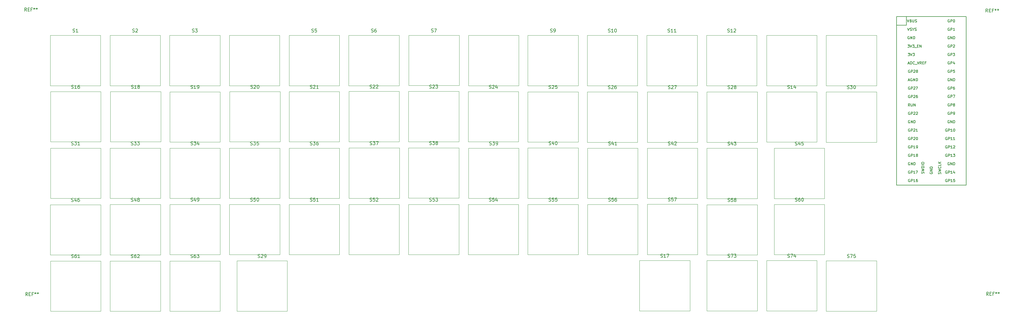
<source format=gbr>
%TF.GenerationSoftware,KiCad,Pcbnew,9.0.6*%
%TF.CreationDate,2025-12-29T17:27:32-05:00*%
%TF.ProjectId,keyboardepi pico,6b657962-6f61-4726-9465-706920706963,rev?*%
%TF.SameCoordinates,Original*%
%TF.FileFunction,Legend,Top*%
%TF.FilePolarity,Positive*%
%FSLAX46Y46*%
G04 Gerber Fmt 4.6, Leading zero omitted, Abs format (unit mm)*
G04 Created by KiCad (PCBNEW 9.0.6) date 2025-12-29 17:27:32*
%MOMM*%
%LPD*%
G01*
G04 APERTURE LIST*
%ADD10C,0.150000*%
%ADD11C,0.120000*%
G04 APERTURE END LIST*
D10*
X181261905Y-51407200D02*
X181404762Y-51454819D01*
X181404762Y-51454819D02*
X181642857Y-51454819D01*
X181642857Y-51454819D02*
X181738095Y-51407200D01*
X181738095Y-51407200D02*
X181785714Y-51359580D01*
X181785714Y-51359580D02*
X181833333Y-51264342D01*
X181833333Y-51264342D02*
X181833333Y-51169104D01*
X181833333Y-51169104D02*
X181785714Y-51073866D01*
X181785714Y-51073866D02*
X181738095Y-51026247D01*
X181738095Y-51026247D02*
X181642857Y-50978628D01*
X181642857Y-50978628D02*
X181452381Y-50931009D01*
X181452381Y-50931009D02*
X181357143Y-50883390D01*
X181357143Y-50883390D02*
X181309524Y-50835771D01*
X181309524Y-50835771D02*
X181261905Y-50740533D01*
X181261905Y-50740533D02*
X181261905Y-50645295D01*
X181261905Y-50645295D02*
X181309524Y-50550057D01*
X181309524Y-50550057D02*
X181357143Y-50502438D01*
X181357143Y-50502438D02*
X181452381Y-50454819D01*
X181452381Y-50454819D02*
X181690476Y-50454819D01*
X181690476Y-50454819D02*
X181833333Y-50502438D01*
X182690476Y-50788152D02*
X182690476Y-51454819D01*
X182452381Y-50407200D02*
X182214286Y-51121485D01*
X182214286Y-51121485D02*
X182833333Y-51121485D01*
X183738095Y-51454819D02*
X183166667Y-51454819D01*
X183452381Y-51454819D02*
X183452381Y-50454819D01*
X183452381Y-50454819D02*
X183357143Y-50597676D01*
X183357143Y-50597676D02*
X183261905Y-50692914D01*
X183261905Y-50692914D02*
X183166667Y-50740533D01*
X145261905Y-34307200D02*
X145404762Y-34354819D01*
X145404762Y-34354819D02*
X145642857Y-34354819D01*
X145642857Y-34354819D02*
X145738095Y-34307200D01*
X145738095Y-34307200D02*
X145785714Y-34259580D01*
X145785714Y-34259580D02*
X145833333Y-34164342D01*
X145833333Y-34164342D02*
X145833333Y-34069104D01*
X145833333Y-34069104D02*
X145785714Y-33973866D01*
X145785714Y-33973866D02*
X145738095Y-33926247D01*
X145738095Y-33926247D02*
X145642857Y-33878628D01*
X145642857Y-33878628D02*
X145452381Y-33831009D01*
X145452381Y-33831009D02*
X145357143Y-33783390D01*
X145357143Y-33783390D02*
X145309524Y-33735771D01*
X145309524Y-33735771D02*
X145261905Y-33640533D01*
X145261905Y-33640533D02*
X145261905Y-33545295D01*
X145261905Y-33545295D02*
X145309524Y-33450057D01*
X145309524Y-33450057D02*
X145357143Y-33402438D01*
X145357143Y-33402438D02*
X145452381Y-33354819D01*
X145452381Y-33354819D02*
X145690476Y-33354819D01*
X145690476Y-33354819D02*
X145833333Y-33402438D01*
X146214286Y-33450057D02*
X146261905Y-33402438D01*
X146261905Y-33402438D02*
X146357143Y-33354819D01*
X146357143Y-33354819D02*
X146595238Y-33354819D01*
X146595238Y-33354819D02*
X146690476Y-33402438D01*
X146690476Y-33402438D02*
X146738095Y-33450057D01*
X146738095Y-33450057D02*
X146785714Y-33545295D01*
X146785714Y-33545295D02*
X146785714Y-33640533D01*
X146785714Y-33640533D02*
X146738095Y-33783390D01*
X146738095Y-33783390D02*
X146166667Y-34354819D01*
X146166667Y-34354819D02*
X146785714Y-34354819D01*
X147642857Y-33688152D02*
X147642857Y-34354819D01*
X147404762Y-33307200D02*
X147166667Y-34021485D01*
X147166667Y-34021485D02*
X147785714Y-34021485D01*
X181171905Y-17307200D02*
X181314762Y-17354819D01*
X181314762Y-17354819D02*
X181552857Y-17354819D01*
X181552857Y-17354819D02*
X181648095Y-17307200D01*
X181648095Y-17307200D02*
X181695714Y-17259580D01*
X181695714Y-17259580D02*
X181743333Y-17164342D01*
X181743333Y-17164342D02*
X181743333Y-17069104D01*
X181743333Y-17069104D02*
X181695714Y-16973866D01*
X181695714Y-16973866D02*
X181648095Y-16926247D01*
X181648095Y-16926247D02*
X181552857Y-16878628D01*
X181552857Y-16878628D02*
X181362381Y-16831009D01*
X181362381Y-16831009D02*
X181267143Y-16783390D01*
X181267143Y-16783390D02*
X181219524Y-16735771D01*
X181219524Y-16735771D02*
X181171905Y-16640533D01*
X181171905Y-16640533D02*
X181171905Y-16545295D01*
X181171905Y-16545295D02*
X181219524Y-16450057D01*
X181219524Y-16450057D02*
X181267143Y-16402438D01*
X181267143Y-16402438D02*
X181362381Y-16354819D01*
X181362381Y-16354819D02*
X181600476Y-16354819D01*
X181600476Y-16354819D02*
X181743333Y-16402438D01*
X182695714Y-17354819D02*
X182124286Y-17354819D01*
X182410000Y-17354819D02*
X182410000Y-16354819D01*
X182410000Y-16354819D02*
X182314762Y-16497676D01*
X182314762Y-16497676D02*
X182219524Y-16592914D01*
X182219524Y-16592914D02*
X182124286Y-16640533D01*
X183314762Y-16354819D02*
X183410000Y-16354819D01*
X183410000Y-16354819D02*
X183505238Y-16402438D01*
X183505238Y-16402438D02*
X183552857Y-16450057D01*
X183552857Y-16450057D02*
X183600476Y-16545295D01*
X183600476Y-16545295D02*
X183648095Y-16735771D01*
X183648095Y-16735771D02*
X183648095Y-16973866D01*
X183648095Y-16973866D02*
X183600476Y-17164342D01*
X183600476Y-17164342D02*
X183552857Y-17259580D01*
X183552857Y-17259580D02*
X183505238Y-17307200D01*
X183505238Y-17307200D02*
X183410000Y-17354819D01*
X183410000Y-17354819D02*
X183314762Y-17354819D01*
X183314762Y-17354819D02*
X183219524Y-17307200D01*
X183219524Y-17307200D02*
X183171905Y-17259580D01*
X183171905Y-17259580D02*
X183124286Y-17164342D01*
X183124286Y-17164342D02*
X183076667Y-16973866D01*
X183076667Y-16973866D02*
X183076667Y-16735771D01*
X183076667Y-16735771D02*
X183124286Y-16545295D01*
X183124286Y-16545295D02*
X183171905Y-16450057D01*
X183171905Y-16450057D02*
X183219524Y-16402438D01*
X183219524Y-16402438D02*
X183314762Y-16354819D01*
X109261905Y-68407200D02*
X109404762Y-68454819D01*
X109404762Y-68454819D02*
X109642857Y-68454819D01*
X109642857Y-68454819D02*
X109738095Y-68407200D01*
X109738095Y-68407200D02*
X109785714Y-68359580D01*
X109785714Y-68359580D02*
X109833333Y-68264342D01*
X109833333Y-68264342D02*
X109833333Y-68169104D01*
X109833333Y-68169104D02*
X109785714Y-68073866D01*
X109785714Y-68073866D02*
X109738095Y-68026247D01*
X109738095Y-68026247D02*
X109642857Y-67978628D01*
X109642857Y-67978628D02*
X109452381Y-67931009D01*
X109452381Y-67931009D02*
X109357143Y-67883390D01*
X109357143Y-67883390D02*
X109309524Y-67835771D01*
X109309524Y-67835771D02*
X109261905Y-67740533D01*
X109261905Y-67740533D02*
X109261905Y-67645295D01*
X109261905Y-67645295D02*
X109309524Y-67550057D01*
X109309524Y-67550057D02*
X109357143Y-67502438D01*
X109357143Y-67502438D02*
X109452381Y-67454819D01*
X109452381Y-67454819D02*
X109690476Y-67454819D01*
X109690476Y-67454819D02*
X109833333Y-67502438D01*
X110738095Y-67454819D02*
X110261905Y-67454819D01*
X110261905Y-67454819D02*
X110214286Y-67931009D01*
X110214286Y-67931009D02*
X110261905Y-67883390D01*
X110261905Y-67883390D02*
X110357143Y-67835771D01*
X110357143Y-67835771D02*
X110595238Y-67835771D01*
X110595238Y-67835771D02*
X110690476Y-67883390D01*
X110690476Y-67883390D02*
X110738095Y-67931009D01*
X110738095Y-67931009D02*
X110785714Y-68026247D01*
X110785714Y-68026247D02*
X110785714Y-68264342D01*
X110785714Y-68264342D02*
X110738095Y-68359580D01*
X110738095Y-68359580D02*
X110690476Y-68407200D01*
X110690476Y-68407200D02*
X110595238Y-68454819D01*
X110595238Y-68454819D02*
X110357143Y-68454819D01*
X110357143Y-68454819D02*
X110261905Y-68407200D01*
X110261905Y-68407200D02*
X110214286Y-68359580D01*
X111166667Y-67550057D02*
X111214286Y-67502438D01*
X111214286Y-67502438D02*
X111309524Y-67454819D01*
X111309524Y-67454819D02*
X111547619Y-67454819D01*
X111547619Y-67454819D02*
X111642857Y-67502438D01*
X111642857Y-67502438D02*
X111690476Y-67550057D01*
X111690476Y-67550057D02*
X111738095Y-67645295D01*
X111738095Y-67645295D02*
X111738095Y-67740533D01*
X111738095Y-67740533D02*
X111690476Y-67883390D01*
X111690476Y-67883390D02*
X111119048Y-68454819D01*
X111119048Y-68454819D02*
X111738095Y-68454819D01*
X19261905Y-51407200D02*
X19404762Y-51454819D01*
X19404762Y-51454819D02*
X19642857Y-51454819D01*
X19642857Y-51454819D02*
X19738095Y-51407200D01*
X19738095Y-51407200D02*
X19785714Y-51359580D01*
X19785714Y-51359580D02*
X19833333Y-51264342D01*
X19833333Y-51264342D02*
X19833333Y-51169104D01*
X19833333Y-51169104D02*
X19785714Y-51073866D01*
X19785714Y-51073866D02*
X19738095Y-51026247D01*
X19738095Y-51026247D02*
X19642857Y-50978628D01*
X19642857Y-50978628D02*
X19452381Y-50931009D01*
X19452381Y-50931009D02*
X19357143Y-50883390D01*
X19357143Y-50883390D02*
X19309524Y-50835771D01*
X19309524Y-50835771D02*
X19261905Y-50740533D01*
X19261905Y-50740533D02*
X19261905Y-50645295D01*
X19261905Y-50645295D02*
X19309524Y-50550057D01*
X19309524Y-50550057D02*
X19357143Y-50502438D01*
X19357143Y-50502438D02*
X19452381Y-50454819D01*
X19452381Y-50454819D02*
X19690476Y-50454819D01*
X19690476Y-50454819D02*
X19833333Y-50502438D01*
X20166667Y-50454819D02*
X20785714Y-50454819D01*
X20785714Y-50454819D02*
X20452381Y-50835771D01*
X20452381Y-50835771D02*
X20595238Y-50835771D01*
X20595238Y-50835771D02*
X20690476Y-50883390D01*
X20690476Y-50883390D02*
X20738095Y-50931009D01*
X20738095Y-50931009D02*
X20785714Y-51026247D01*
X20785714Y-51026247D02*
X20785714Y-51264342D01*
X20785714Y-51264342D02*
X20738095Y-51359580D01*
X20738095Y-51359580D02*
X20690476Y-51407200D01*
X20690476Y-51407200D02*
X20595238Y-51454819D01*
X20595238Y-51454819D02*
X20309524Y-51454819D01*
X20309524Y-51454819D02*
X20214286Y-51407200D01*
X20214286Y-51407200D02*
X20166667Y-51359580D01*
X21738095Y-51454819D02*
X21166667Y-51454819D01*
X21452381Y-51454819D02*
X21452381Y-50454819D01*
X21452381Y-50454819D02*
X21357143Y-50597676D01*
X21357143Y-50597676D02*
X21261905Y-50692914D01*
X21261905Y-50692914D02*
X21166667Y-50740533D01*
X91717095Y-17297200D02*
X91859952Y-17344819D01*
X91859952Y-17344819D02*
X92098047Y-17344819D01*
X92098047Y-17344819D02*
X92193285Y-17297200D01*
X92193285Y-17297200D02*
X92240904Y-17249580D01*
X92240904Y-17249580D02*
X92288523Y-17154342D01*
X92288523Y-17154342D02*
X92288523Y-17059104D01*
X92288523Y-17059104D02*
X92240904Y-16963866D01*
X92240904Y-16963866D02*
X92193285Y-16916247D01*
X92193285Y-16916247D02*
X92098047Y-16868628D01*
X92098047Y-16868628D02*
X91907571Y-16821009D01*
X91907571Y-16821009D02*
X91812333Y-16773390D01*
X91812333Y-16773390D02*
X91764714Y-16725771D01*
X91764714Y-16725771D02*
X91717095Y-16630533D01*
X91717095Y-16630533D02*
X91717095Y-16535295D01*
X91717095Y-16535295D02*
X91764714Y-16440057D01*
X91764714Y-16440057D02*
X91812333Y-16392438D01*
X91812333Y-16392438D02*
X91907571Y-16344819D01*
X91907571Y-16344819D02*
X92145666Y-16344819D01*
X92145666Y-16344819D02*
X92288523Y-16392438D01*
X93193285Y-16344819D02*
X92717095Y-16344819D01*
X92717095Y-16344819D02*
X92669476Y-16821009D01*
X92669476Y-16821009D02*
X92717095Y-16773390D01*
X92717095Y-16773390D02*
X92812333Y-16725771D01*
X92812333Y-16725771D02*
X93050428Y-16725771D01*
X93050428Y-16725771D02*
X93145666Y-16773390D01*
X93145666Y-16773390D02*
X93193285Y-16821009D01*
X93193285Y-16821009D02*
X93240904Y-16916247D01*
X93240904Y-16916247D02*
X93240904Y-17154342D01*
X93240904Y-17154342D02*
X93193285Y-17249580D01*
X93193285Y-17249580D02*
X93145666Y-17297200D01*
X93145666Y-17297200D02*
X93050428Y-17344819D01*
X93050428Y-17344819D02*
X92812333Y-17344819D01*
X92812333Y-17344819D02*
X92717095Y-17297200D01*
X92717095Y-17297200D02*
X92669476Y-17249580D01*
X217261905Y-68507200D02*
X217404762Y-68554819D01*
X217404762Y-68554819D02*
X217642857Y-68554819D01*
X217642857Y-68554819D02*
X217738095Y-68507200D01*
X217738095Y-68507200D02*
X217785714Y-68459580D01*
X217785714Y-68459580D02*
X217833333Y-68364342D01*
X217833333Y-68364342D02*
X217833333Y-68269104D01*
X217833333Y-68269104D02*
X217785714Y-68173866D01*
X217785714Y-68173866D02*
X217738095Y-68126247D01*
X217738095Y-68126247D02*
X217642857Y-68078628D01*
X217642857Y-68078628D02*
X217452381Y-68031009D01*
X217452381Y-68031009D02*
X217357143Y-67983390D01*
X217357143Y-67983390D02*
X217309524Y-67935771D01*
X217309524Y-67935771D02*
X217261905Y-67840533D01*
X217261905Y-67840533D02*
X217261905Y-67745295D01*
X217261905Y-67745295D02*
X217309524Y-67650057D01*
X217309524Y-67650057D02*
X217357143Y-67602438D01*
X217357143Y-67602438D02*
X217452381Y-67554819D01*
X217452381Y-67554819D02*
X217690476Y-67554819D01*
X217690476Y-67554819D02*
X217833333Y-67602438D01*
X218738095Y-67554819D02*
X218261905Y-67554819D01*
X218261905Y-67554819D02*
X218214286Y-68031009D01*
X218214286Y-68031009D02*
X218261905Y-67983390D01*
X218261905Y-67983390D02*
X218357143Y-67935771D01*
X218357143Y-67935771D02*
X218595238Y-67935771D01*
X218595238Y-67935771D02*
X218690476Y-67983390D01*
X218690476Y-67983390D02*
X218738095Y-68031009D01*
X218738095Y-68031009D02*
X218785714Y-68126247D01*
X218785714Y-68126247D02*
X218785714Y-68364342D01*
X218785714Y-68364342D02*
X218738095Y-68459580D01*
X218738095Y-68459580D02*
X218690476Y-68507200D01*
X218690476Y-68507200D02*
X218595238Y-68554819D01*
X218595238Y-68554819D02*
X218357143Y-68554819D01*
X218357143Y-68554819D02*
X218261905Y-68507200D01*
X218261905Y-68507200D02*
X218214286Y-68459580D01*
X219357143Y-67983390D02*
X219261905Y-67935771D01*
X219261905Y-67935771D02*
X219214286Y-67888152D01*
X219214286Y-67888152D02*
X219166667Y-67792914D01*
X219166667Y-67792914D02*
X219166667Y-67745295D01*
X219166667Y-67745295D02*
X219214286Y-67650057D01*
X219214286Y-67650057D02*
X219261905Y-67602438D01*
X219261905Y-67602438D02*
X219357143Y-67554819D01*
X219357143Y-67554819D02*
X219547619Y-67554819D01*
X219547619Y-67554819D02*
X219642857Y-67602438D01*
X219642857Y-67602438D02*
X219690476Y-67650057D01*
X219690476Y-67650057D02*
X219738095Y-67745295D01*
X219738095Y-67745295D02*
X219738095Y-67792914D01*
X219738095Y-67792914D02*
X219690476Y-67888152D01*
X219690476Y-67888152D02*
X219642857Y-67935771D01*
X219642857Y-67935771D02*
X219547619Y-67983390D01*
X219547619Y-67983390D02*
X219357143Y-67983390D01*
X219357143Y-67983390D02*
X219261905Y-68031009D01*
X219261905Y-68031009D02*
X219214286Y-68078628D01*
X219214286Y-68078628D02*
X219166667Y-68173866D01*
X219166667Y-68173866D02*
X219166667Y-68364342D01*
X219166667Y-68364342D02*
X219214286Y-68459580D01*
X219214286Y-68459580D02*
X219261905Y-68507200D01*
X219261905Y-68507200D02*
X219357143Y-68554819D01*
X219357143Y-68554819D02*
X219547619Y-68554819D01*
X219547619Y-68554819D02*
X219642857Y-68507200D01*
X219642857Y-68507200D02*
X219690476Y-68459580D01*
X219690476Y-68459580D02*
X219738095Y-68364342D01*
X219738095Y-68364342D02*
X219738095Y-68173866D01*
X219738095Y-68173866D02*
X219690476Y-68078628D01*
X219690476Y-68078628D02*
X219642857Y-68031009D01*
X219642857Y-68031009D02*
X219547619Y-67983390D01*
X181251905Y-68407200D02*
X181394762Y-68454819D01*
X181394762Y-68454819D02*
X181632857Y-68454819D01*
X181632857Y-68454819D02*
X181728095Y-68407200D01*
X181728095Y-68407200D02*
X181775714Y-68359580D01*
X181775714Y-68359580D02*
X181823333Y-68264342D01*
X181823333Y-68264342D02*
X181823333Y-68169104D01*
X181823333Y-68169104D02*
X181775714Y-68073866D01*
X181775714Y-68073866D02*
X181728095Y-68026247D01*
X181728095Y-68026247D02*
X181632857Y-67978628D01*
X181632857Y-67978628D02*
X181442381Y-67931009D01*
X181442381Y-67931009D02*
X181347143Y-67883390D01*
X181347143Y-67883390D02*
X181299524Y-67835771D01*
X181299524Y-67835771D02*
X181251905Y-67740533D01*
X181251905Y-67740533D02*
X181251905Y-67645295D01*
X181251905Y-67645295D02*
X181299524Y-67550057D01*
X181299524Y-67550057D02*
X181347143Y-67502438D01*
X181347143Y-67502438D02*
X181442381Y-67454819D01*
X181442381Y-67454819D02*
X181680476Y-67454819D01*
X181680476Y-67454819D02*
X181823333Y-67502438D01*
X182728095Y-67454819D02*
X182251905Y-67454819D01*
X182251905Y-67454819D02*
X182204286Y-67931009D01*
X182204286Y-67931009D02*
X182251905Y-67883390D01*
X182251905Y-67883390D02*
X182347143Y-67835771D01*
X182347143Y-67835771D02*
X182585238Y-67835771D01*
X182585238Y-67835771D02*
X182680476Y-67883390D01*
X182680476Y-67883390D02*
X182728095Y-67931009D01*
X182728095Y-67931009D02*
X182775714Y-68026247D01*
X182775714Y-68026247D02*
X182775714Y-68264342D01*
X182775714Y-68264342D02*
X182728095Y-68359580D01*
X182728095Y-68359580D02*
X182680476Y-68407200D01*
X182680476Y-68407200D02*
X182585238Y-68454819D01*
X182585238Y-68454819D02*
X182347143Y-68454819D01*
X182347143Y-68454819D02*
X182251905Y-68407200D01*
X182251905Y-68407200D02*
X182204286Y-68359580D01*
X183632857Y-67454819D02*
X183442381Y-67454819D01*
X183442381Y-67454819D02*
X183347143Y-67502438D01*
X183347143Y-67502438D02*
X183299524Y-67550057D01*
X183299524Y-67550057D02*
X183204286Y-67692914D01*
X183204286Y-67692914D02*
X183156667Y-67883390D01*
X183156667Y-67883390D02*
X183156667Y-68264342D01*
X183156667Y-68264342D02*
X183204286Y-68359580D01*
X183204286Y-68359580D02*
X183251905Y-68407200D01*
X183251905Y-68407200D02*
X183347143Y-68454819D01*
X183347143Y-68454819D02*
X183537619Y-68454819D01*
X183537619Y-68454819D02*
X183632857Y-68407200D01*
X183632857Y-68407200D02*
X183680476Y-68359580D01*
X183680476Y-68359580D02*
X183728095Y-68264342D01*
X183728095Y-68264342D02*
X183728095Y-68026247D01*
X183728095Y-68026247D02*
X183680476Y-67931009D01*
X183680476Y-67931009D02*
X183632857Y-67883390D01*
X183632857Y-67883390D02*
X183537619Y-67835771D01*
X183537619Y-67835771D02*
X183347143Y-67835771D01*
X183347143Y-67835771D02*
X183251905Y-67883390D01*
X183251905Y-67883390D02*
X183204286Y-67931009D01*
X183204286Y-67931009D02*
X183156667Y-68026247D01*
X55261905Y-34357200D02*
X55404762Y-34404819D01*
X55404762Y-34404819D02*
X55642857Y-34404819D01*
X55642857Y-34404819D02*
X55738095Y-34357200D01*
X55738095Y-34357200D02*
X55785714Y-34309580D01*
X55785714Y-34309580D02*
X55833333Y-34214342D01*
X55833333Y-34214342D02*
X55833333Y-34119104D01*
X55833333Y-34119104D02*
X55785714Y-34023866D01*
X55785714Y-34023866D02*
X55738095Y-33976247D01*
X55738095Y-33976247D02*
X55642857Y-33928628D01*
X55642857Y-33928628D02*
X55452381Y-33881009D01*
X55452381Y-33881009D02*
X55357143Y-33833390D01*
X55357143Y-33833390D02*
X55309524Y-33785771D01*
X55309524Y-33785771D02*
X55261905Y-33690533D01*
X55261905Y-33690533D02*
X55261905Y-33595295D01*
X55261905Y-33595295D02*
X55309524Y-33500057D01*
X55309524Y-33500057D02*
X55357143Y-33452438D01*
X55357143Y-33452438D02*
X55452381Y-33404819D01*
X55452381Y-33404819D02*
X55690476Y-33404819D01*
X55690476Y-33404819D02*
X55833333Y-33452438D01*
X56785714Y-34404819D02*
X56214286Y-34404819D01*
X56500000Y-34404819D02*
X56500000Y-33404819D01*
X56500000Y-33404819D02*
X56404762Y-33547676D01*
X56404762Y-33547676D02*
X56309524Y-33642914D01*
X56309524Y-33642914D02*
X56214286Y-33690533D01*
X57261905Y-34404819D02*
X57452381Y-34404819D01*
X57452381Y-34404819D02*
X57547619Y-34357200D01*
X57547619Y-34357200D02*
X57595238Y-34309580D01*
X57595238Y-34309580D02*
X57690476Y-34166723D01*
X57690476Y-34166723D02*
X57738095Y-33976247D01*
X57738095Y-33976247D02*
X57738095Y-33595295D01*
X57738095Y-33595295D02*
X57690476Y-33500057D01*
X57690476Y-33500057D02*
X57642857Y-33452438D01*
X57642857Y-33452438D02*
X57547619Y-33404819D01*
X57547619Y-33404819D02*
X57357143Y-33404819D01*
X57357143Y-33404819D02*
X57261905Y-33452438D01*
X57261905Y-33452438D02*
X57214286Y-33500057D01*
X57214286Y-33500057D02*
X57166667Y-33595295D01*
X57166667Y-33595295D02*
X57166667Y-33833390D01*
X57166667Y-33833390D02*
X57214286Y-33928628D01*
X57214286Y-33928628D02*
X57261905Y-33976247D01*
X57261905Y-33976247D02*
X57357143Y-34023866D01*
X57357143Y-34023866D02*
X57547619Y-34023866D01*
X57547619Y-34023866D02*
X57642857Y-33976247D01*
X57642857Y-33976247D02*
X57690476Y-33928628D01*
X57690476Y-33928628D02*
X57738095Y-33833390D01*
X217261905Y-85407200D02*
X217404762Y-85454819D01*
X217404762Y-85454819D02*
X217642857Y-85454819D01*
X217642857Y-85454819D02*
X217738095Y-85407200D01*
X217738095Y-85407200D02*
X217785714Y-85359580D01*
X217785714Y-85359580D02*
X217833333Y-85264342D01*
X217833333Y-85264342D02*
X217833333Y-85169104D01*
X217833333Y-85169104D02*
X217785714Y-85073866D01*
X217785714Y-85073866D02*
X217738095Y-85026247D01*
X217738095Y-85026247D02*
X217642857Y-84978628D01*
X217642857Y-84978628D02*
X217452381Y-84931009D01*
X217452381Y-84931009D02*
X217357143Y-84883390D01*
X217357143Y-84883390D02*
X217309524Y-84835771D01*
X217309524Y-84835771D02*
X217261905Y-84740533D01*
X217261905Y-84740533D02*
X217261905Y-84645295D01*
X217261905Y-84645295D02*
X217309524Y-84550057D01*
X217309524Y-84550057D02*
X217357143Y-84502438D01*
X217357143Y-84502438D02*
X217452381Y-84454819D01*
X217452381Y-84454819D02*
X217690476Y-84454819D01*
X217690476Y-84454819D02*
X217833333Y-84502438D01*
X218166667Y-84454819D02*
X218833333Y-84454819D01*
X218833333Y-84454819D02*
X218404762Y-85454819D01*
X219119048Y-84454819D02*
X219738095Y-84454819D01*
X219738095Y-84454819D02*
X219404762Y-84835771D01*
X219404762Y-84835771D02*
X219547619Y-84835771D01*
X219547619Y-84835771D02*
X219642857Y-84883390D01*
X219642857Y-84883390D02*
X219690476Y-84931009D01*
X219690476Y-84931009D02*
X219738095Y-85026247D01*
X219738095Y-85026247D02*
X219738095Y-85264342D01*
X219738095Y-85264342D02*
X219690476Y-85359580D01*
X219690476Y-85359580D02*
X219642857Y-85407200D01*
X219642857Y-85407200D02*
X219547619Y-85454819D01*
X219547619Y-85454819D02*
X219261905Y-85454819D01*
X219261905Y-85454819D02*
X219166667Y-85407200D01*
X219166667Y-85407200D02*
X219119048Y-85359580D01*
X109261905Y-34257200D02*
X109404762Y-34304819D01*
X109404762Y-34304819D02*
X109642857Y-34304819D01*
X109642857Y-34304819D02*
X109738095Y-34257200D01*
X109738095Y-34257200D02*
X109785714Y-34209580D01*
X109785714Y-34209580D02*
X109833333Y-34114342D01*
X109833333Y-34114342D02*
X109833333Y-34019104D01*
X109833333Y-34019104D02*
X109785714Y-33923866D01*
X109785714Y-33923866D02*
X109738095Y-33876247D01*
X109738095Y-33876247D02*
X109642857Y-33828628D01*
X109642857Y-33828628D02*
X109452381Y-33781009D01*
X109452381Y-33781009D02*
X109357143Y-33733390D01*
X109357143Y-33733390D02*
X109309524Y-33685771D01*
X109309524Y-33685771D02*
X109261905Y-33590533D01*
X109261905Y-33590533D02*
X109261905Y-33495295D01*
X109261905Y-33495295D02*
X109309524Y-33400057D01*
X109309524Y-33400057D02*
X109357143Y-33352438D01*
X109357143Y-33352438D02*
X109452381Y-33304819D01*
X109452381Y-33304819D02*
X109690476Y-33304819D01*
X109690476Y-33304819D02*
X109833333Y-33352438D01*
X110214286Y-33400057D02*
X110261905Y-33352438D01*
X110261905Y-33352438D02*
X110357143Y-33304819D01*
X110357143Y-33304819D02*
X110595238Y-33304819D01*
X110595238Y-33304819D02*
X110690476Y-33352438D01*
X110690476Y-33352438D02*
X110738095Y-33400057D01*
X110738095Y-33400057D02*
X110785714Y-33495295D01*
X110785714Y-33495295D02*
X110785714Y-33590533D01*
X110785714Y-33590533D02*
X110738095Y-33733390D01*
X110738095Y-33733390D02*
X110166667Y-34304819D01*
X110166667Y-34304819D02*
X110785714Y-34304819D01*
X111166667Y-33400057D02*
X111214286Y-33352438D01*
X111214286Y-33352438D02*
X111309524Y-33304819D01*
X111309524Y-33304819D02*
X111547619Y-33304819D01*
X111547619Y-33304819D02*
X111642857Y-33352438D01*
X111642857Y-33352438D02*
X111690476Y-33400057D01*
X111690476Y-33400057D02*
X111738095Y-33495295D01*
X111738095Y-33495295D02*
X111738095Y-33590533D01*
X111738095Y-33590533D02*
X111690476Y-33733390D01*
X111690476Y-33733390D02*
X111119048Y-34304819D01*
X111119048Y-34304819D02*
X111738095Y-34304819D01*
X237561905Y-51457200D02*
X237704762Y-51504819D01*
X237704762Y-51504819D02*
X237942857Y-51504819D01*
X237942857Y-51504819D02*
X238038095Y-51457200D01*
X238038095Y-51457200D02*
X238085714Y-51409580D01*
X238085714Y-51409580D02*
X238133333Y-51314342D01*
X238133333Y-51314342D02*
X238133333Y-51219104D01*
X238133333Y-51219104D02*
X238085714Y-51123866D01*
X238085714Y-51123866D02*
X238038095Y-51076247D01*
X238038095Y-51076247D02*
X237942857Y-51028628D01*
X237942857Y-51028628D02*
X237752381Y-50981009D01*
X237752381Y-50981009D02*
X237657143Y-50933390D01*
X237657143Y-50933390D02*
X237609524Y-50885771D01*
X237609524Y-50885771D02*
X237561905Y-50790533D01*
X237561905Y-50790533D02*
X237561905Y-50695295D01*
X237561905Y-50695295D02*
X237609524Y-50600057D01*
X237609524Y-50600057D02*
X237657143Y-50552438D01*
X237657143Y-50552438D02*
X237752381Y-50504819D01*
X237752381Y-50504819D02*
X237990476Y-50504819D01*
X237990476Y-50504819D02*
X238133333Y-50552438D01*
X238990476Y-50838152D02*
X238990476Y-51504819D01*
X238752381Y-50457200D02*
X238514286Y-51171485D01*
X238514286Y-51171485D02*
X239133333Y-51171485D01*
X239990476Y-50504819D02*
X239514286Y-50504819D01*
X239514286Y-50504819D02*
X239466667Y-50981009D01*
X239466667Y-50981009D02*
X239514286Y-50933390D01*
X239514286Y-50933390D02*
X239609524Y-50885771D01*
X239609524Y-50885771D02*
X239847619Y-50885771D01*
X239847619Y-50885771D02*
X239942857Y-50933390D01*
X239942857Y-50933390D02*
X239990476Y-50981009D01*
X239990476Y-50981009D02*
X240038095Y-51076247D01*
X240038095Y-51076247D02*
X240038095Y-51314342D01*
X240038095Y-51314342D02*
X239990476Y-51409580D01*
X239990476Y-51409580D02*
X239942857Y-51457200D01*
X239942857Y-51457200D02*
X239847619Y-51504819D01*
X239847619Y-51504819D02*
X239609524Y-51504819D01*
X239609524Y-51504819D02*
X239514286Y-51457200D01*
X239514286Y-51457200D02*
X239466667Y-51409580D01*
X253271905Y-85457200D02*
X253414762Y-85504819D01*
X253414762Y-85504819D02*
X253652857Y-85504819D01*
X253652857Y-85504819D02*
X253748095Y-85457200D01*
X253748095Y-85457200D02*
X253795714Y-85409580D01*
X253795714Y-85409580D02*
X253843333Y-85314342D01*
X253843333Y-85314342D02*
X253843333Y-85219104D01*
X253843333Y-85219104D02*
X253795714Y-85123866D01*
X253795714Y-85123866D02*
X253748095Y-85076247D01*
X253748095Y-85076247D02*
X253652857Y-85028628D01*
X253652857Y-85028628D02*
X253462381Y-84981009D01*
X253462381Y-84981009D02*
X253367143Y-84933390D01*
X253367143Y-84933390D02*
X253319524Y-84885771D01*
X253319524Y-84885771D02*
X253271905Y-84790533D01*
X253271905Y-84790533D02*
X253271905Y-84695295D01*
X253271905Y-84695295D02*
X253319524Y-84600057D01*
X253319524Y-84600057D02*
X253367143Y-84552438D01*
X253367143Y-84552438D02*
X253462381Y-84504819D01*
X253462381Y-84504819D02*
X253700476Y-84504819D01*
X253700476Y-84504819D02*
X253843333Y-84552438D01*
X254176667Y-84504819D02*
X254843333Y-84504819D01*
X254843333Y-84504819D02*
X254414762Y-85504819D01*
X255700476Y-84504819D02*
X255224286Y-84504819D01*
X255224286Y-84504819D02*
X255176667Y-84981009D01*
X255176667Y-84981009D02*
X255224286Y-84933390D01*
X255224286Y-84933390D02*
X255319524Y-84885771D01*
X255319524Y-84885771D02*
X255557619Y-84885771D01*
X255557619Y-84885771D02*
X255652857Y-84933390D01*
X255652857Y-84933390D02*
X255700476Y-84981009D01*
X255700476Y-84981009D02*
X255748095Y-85076247D01*
X255748095Y-85076247D02*
X255748095Y-85314342D01*
X255748095Y-85314342D02*
X255700476Y-85409580D01*
X255700476Y-85409580D02*
X255652857Y-85457200D01*
X255652857Y-85457200D02*
X255557619Y-85504819D01*
X255557619Y-85504819D02*
X255319524Y-85504819D01*
X255319524Y-85504819D02*
X255224286Y-85457200D01*
X255224286Y-85457200D02*
X255176667Y-85409580D01*
X55261905Y-51407200D02*
X55404762Y-51454819D01*
X55404762Y-51454819D02*
X55642857Y-51454819D01*
X55642857Y-51454819D02*
X55738095Y-51407200D01*
X55738095Y-51407200D02*
X55785714Y-51359580D01*
X55785714Y-51359580D02*
X55833333Y-51264342D01*
X55833333Y-51264342D02*
X55833333Y-51169104D01*
X55833333Y-51169104D02*
X55785714Y-51073866D01*
X55785714Y-51073866D02*
X55738095Y-51026247D01*
X55738095Y-51026247D02*
X55642857Y-50978628D01*
X55642857Y-50978628D02*
X55452381Y-50931009D01*
X55452381Y-50931009D02*
X55357143Y-50883390D01*
X55357143Y-50883390D02*
X55309524Y-50835771D01*
X55309524Y-50835771D02*
X55261905Y-50740533D01*
X55261905Y-50740533D02*
X55261905Y-50645295D01*
X55261905Y-50645295D02*
X55309524Y-50550057D01*
X55309524Y-50550057D02*
X55357143Y-50502438D01*
X55357143Y-50502438D02*
X55452381Y-50454819D01*
X55452381Y-50454819D02*
X55690476Y-50454819D01*
X55690476Y-50454819D02*
X55833333Y-50502438D01*
X56166667Y-50454819D02*
X56785714Y-50454819D01*
X56785714Y-50454819D02*
X56452381Y-50835771D01*
X56452381Y-50835771D02*
X56595238Y-50835771D01*
X56595238Y-50835771D02*
X56690476Y-50883390D01*
X56690476Y-50883390D02*
X56738095Y-50931009D01*
X56738095Y-50931009D02*
X56785714Y-51026247D01*
X56785714Y-51026247D02*
X56785714Y-51264342D01*
X56785714Y-51264342D02*
X56738095Y-51359580D01*
X56738095Y-51359580D02*
X56690476Y-51407200D01*
X56690476Y-51407200D02*
X56595238Y-51454819D01*
X56595238Y-51454819D02*
X56309524Y-51454819D01*
X56309524Y-51454819D02*
X56214286Y-51407200D01*
X56214286Y-51407200D02*
X56166667Y-51359580D01*
X57642857Y-50788152D02*
X57642857Y-51454819D01*
X57404762Y-50407200D02*
X57166667Y-51121485D01*
X57166667Y-51121485D02*
X57785714Y-51121485D01*
X199261905Y-51407200D02*
X199404762Y-51454819D01*
X199404762Y-51454819D02*
X199642857Y-51454819D01*
X199642857Y-51454819D02*
X199738095Y-51407200D01*
X199738095Y-51407200D02*
X199785714Y-51359580D01*
X199785714Y-51359580D02*
X199833333Y-51264342D01*
X199833333Y-51264342D02*
X199833333Y-51169104D01*
X199833333Y-51169104D02*
X199785714Y-51073866D01*
X199785714Y-51073866D02*
X199738095Y-51026247D01*
X199738095Y-51026247D02*
X199642857Y-50978628D01*
X199642857Y-50978628D02*
X199452381Y-50931009D01*
X199452381Y-50931009D02*
X199357143Y-50883390D01*
X199357143Y-50883390D02*
X199309524Y-50835771D01*
X199309524Y-50835771D02*
X199261905Y-50740533D01*
X199261905Y-50740533D02*
X199261905Y-50645295D01*
X199261905Y-50645295D02*
X199309524Y-50550057D01*
X199309524Y-50550057D02*
X199357143Y-50502438D01*
X199357143Y-50502438D02*
X199452381Y-50454819D01*
X199452381Y-50454819D02*
X199690476Y-50454819D01*
X199690476Y-50454819D02*
X199833333Y-50502438D01*
X200690476Y-50788152D02*
X200690476Y-51454819D01*
X200452381Y-50407200D02*
X200214286Y-51121485D01*
X200214286Y-51121485D02*
X200833333Y-51121485D01*
X201166667Y-50550057D02*
X201214286Y-50502438D01*
X201214286Y-50502438D02*
X201309524Y-50454819D01*
X201309524Y-50454819D02*
X201547619Y-50454819D01*
X201547619Y-50454819D02*
X201642857Y-50502438D01*
X201642857Y-50502438D02*
X201690476Y-50550057D01*
X201690476Y-50550057D02*
X201738095Y-50645295D01*
X201738095Y-50645295D02*
X201738095Y-50740533D01*
X201738095Y-50740533D02*
X201690476Y-50883390D01*
X201690476Y-50883390D02*
X201119048Y-51454819D01*
X201119048Y-51454819D02*
X201738095Y-51454819D01*
X73341905Y-34307200D02*
X73484762Y-34354819D01*
X73484762Y-34354819D02*
X73722857Y-34354819D01*
X73722857Y-34354819D02*
X73818095Y-34307200D01*
X73818095Y-34307200D02*
X73865714Y-34259580D01*
X73865714Y-34259580D02*
X73913333Y-34164342D01*
X73913333Y-34164342D02*
X73913333Y-34069104D01*
X73913333Y-34069104D02*
X73865714Y-33973866D01*
X73865714Y-33973866D02*
X73818095Y-33926247D01*
X73818095Y-33926247D02*
X73722857Y-33878628D01*
X73722857Y-33878628D02*
X73532381Y-33831009D01*
X73532381Y-33831009D02*
X73437143Y-33783390D01*
X73437143Y-33783390D02*
X73389524Y-33735771D01*
X73389524Y-33735771D02*
X73341905Y-33640533D01*
X73341905Y-33640533D02*
X73341905Y-33545295D01*
X73341905Y-33545295D02*
X73389524Y-33450057D01*
X73389524Y-33450057D02*
X73437143Y-33402438D01*
X73437143Y-33402438D02*
X73532381Y-33354819D01*
X73532381Y-33354819D02*
X73770476Y-33354819D01*
X73770476Y-33354819D02*
X73913333Y-33402438D01*
X74294286Y-33450057D02*
X74341905Y-33402438D01*
X74341905Y-33402438D02*
X74437143Y-33354819D01*
X74437143Y-33354819D02*
X74675238Y-33354819D01*
X74675238Y-33354819D02*
X74770476Y-33402438D01*
X74770476Y-33402438D02*
X74818095Y-33450057D01*
X74818095Y-33450057D02*
X74865714Y-33545295D01*
X74865714Y-33545295D02*
X74865714Y-33640533D01*
X74865714Y-33640533D02*
X74818095Y-33783390D01*
X74818095Y-33783390D02*
X74246667Y-34354819D01*
X74246667Y-34354819D02*
X74865714Y-34354819D01*
X75484762Y-33354819D02*
X75580000Y-33354819D01*
X75580000Y-33354819D02*
X75675238Y-33402438D01*
X75675238Y-33402438D02*
X75722857Y-33450057D01*
X75722857Y-33450057D02*
X75770476Y-33545295D01*
X75770476Y-33545295D02*
X75818095Y-33735771D01*
X75818095Y-33735771D02*
X75818095Y-33973866D01*
X75818095Y-33973866D02*
X75770476Y-34164342D01*
X75770476Y-34164342D02*
X75722857Y-34259580D01*
X75722857Y-34259580D02*
X75675238Y-34307200D01*
X75675238Y-34307200D02*
X75580000Y-34354819D01*
X75580000Y-34354819D02*
X75484762Y-34354819D01*
X75484762Y-34354819D02*
X75389524Y-34307200D01*
X75389524Y-34307200D02*
X75341905Y-34259580D01*
X75341905Y-34259580D02*
X75294286Y-34164342D01*
X75294286Y-34164342D02*
X75246667Y-33973866D01*
X75246667Y-33973866D02*
X75246667Y-33735771D01*
X75246667Y-33735771D02*
X75294286Y-33545295D01*
X75294286Y-33545295D02*
X75341905Y-33450057D01*
X75341905Y-33450057D02*
X75389524Y-33402438D01*
X75389524Y-33402438D02*
X75484762Y-33354819D01*
X5702466Y-11011419D02*
X5369133Y-10535228D01*
X5131038Y-11011419D02*
X5131038Y-10011419D01*
X5131038Y-10011419D02*
X5511990Y-10011419D01*
X5511990Y-10011419D02*
X5607228Y-10059038D01*
X5607228Y-10059038D02*
X5654847Y-10106657D01*
X5654847Y-10106657D02*
X5702466Y-10201895D01*
X5702466Y-10201895D02*
X5702466Y-10344752D01*
X5702466Y-10344752D02*
X5654847Y-10439990D01*
X5654847Y-10439990D02*
X5607228Y-10487609D01*
X5607228Y-10487609D02*
X5511990Y-10535228D01*
X5511990Y-10535228D02*
X5131038Y-10535228D01*
X6131038Y-10487609D02*
X6464371Y-10487609D01*
X6607228Y-11011419D02*
X6131038Y-11011419D01*
X6131038Y-11011419D02*
X6131038Y-10011419D01*
X6131038Y-10011419D02*
X6607228Y-10011419D01*
X7369133Y-10487609D02*
X7035800Y-10487609D01*
X7035800Y-11011419D02*
X7035800Y-10011419D01*
X7035800Y-10011419D02*
X7511990Y-10011419D01*
X8035800Y-10011419D02*
X8035800Y-10249514D01*
X7797705Y-10154276D02*
X8035800Y-10249514D01*
X8035800Y-10249514D02*
X8273895Y-10154276D01*
X7892943Y-10439990D02*
X8035800Y-10249514D01*
X8035800Y-10249514D02*
X8178657Y-10439990D01*
X8797705Y-10011419D02*
X8797705Y-10249514D01*
X8559610Y-10154276D02*
X8797705Y-10249514D01*
X8797705Y-10249514D02*
X9035800Y-10154276D01*
X8654848Y-10439990D02*
X8797705Y-10249514D01*
X8797705Y-10249514D02*
X8940562Y-10439990D01*
X199161905Y-17307200D02*
X199304762Y-17354819D01*
X199304762Y-17354819D02*
X199542857Y-17354819D01*
X199542857Y-17354819D02*
X199638095Y-17307200D01*
X199638095Y-17307200D02*
X199685714Y-17259580D01*
X199685714Y-17259580D02*
X199733333Y-17164342D01*
X199733333Y-17164342D02*
X199733333Y-17069104D01*
X199733333Y-17069104D02*
X199685714Y-16973866D01*
X199685714Y-16973866D02*
X199638095Y-16926247D01*
X199638095Y-16926247D02*
X199542857Y-16878628D01*
X199542857Y-16878628D02*
X199352381Y-16831009D01*
X199352381Y-16831009D02*
X199257143Y-16783390D01*
X199257143Y-16783390D02*
X199209524Y-16735771D01*
X199209524Y-16735771D02*
X199161905Y-16640533D01*
X199161905Y-16640533D02*
X199161905Y-16545295D01*
X199161905Y-16545295D02*
X199209524Y-16450057D01*
X199209524Y-16450057D02*
X199257143Y-16402438D01*
X199257143Y-16402438D02*
X199352381Y-16354819D01*
X199352381Y-16354819D02*
X199590476Y-16354819D01*
X199590476Y-16354819D02*
X199733333Y-16402438D01*
X200685714Y-17354819D02*
X200114286Y-17354819D01*
X200400000Y-17354819D02*
X200400000Y-16354819D01*
X200400000Y-16354819D02*
X200304762Y-16497676D01*
X200304762Y-16497676D02*
X200209524Y-16592914D01*
X200209524Y-16592914D02*
X200114286Y-16640533D01*
X201638095Y-17354819D02*
X201066667Y-17354819D01*
X201352381Y-17354819D02*
X201352381Y-16354819D01*
X201352381Y-16354819D02*
X201257143Y-16497676D01*
X201257143Y-16497676D02*
X201161905Y-16592914D01*
X201161905Y-16592914D02*
X201066667Y-16640533D01*
X37261905Y-85507200D02*
X37404762Y-85554819D01*
X37404762Y-85554819D02*
X37642857Y-85554819D01*
X37642857Y-85554819D02*
X37738095Y-85507200D01*
X37738095Y-85507200D02*
X37785714Y-85459580D01*
X37785714Y-85459580D02*
X37833333Y-85364342D01*
X37833333Y-85364342D02*
X37833333Y-85269104D01*
X37833333Y-85269104D02*
X37785714Y-85173866D01*
X37785714Y-85173866D02*
X37738095Y-85126247D01*
X37738095Y-85126247D02*
X37642857Y-85078628D01*
X37642857Y-85078628D02*
X37452381Y-85031009D01*
X37452381Y-85031009D02*
X37357143Y-84983390D01*
X37357143Y-84983390D02*
X37309524Y-84935771D01*
X37309524Y-84935771D02*
X37261905Y-84840533D01*
X37261905Y-84840533D02*
X37261905Y-84745295D01*
X37261905Y-84745295D02*
X37309524Y-84650057D01*
X37309524Y-84650057D02*
X37357143Y-84602438D01*
X37357143Y-84602438D02*
X37452381Y-84554819D01*
X37452381Y-84554819D02*
X37690476Y-84554819D01*
X37690476Y-84554819D02*
X37833333Y-84602438D01*
X38690476Y-84554819D02*
X38500000Y-84554819D01*
X38500000Y-84554819D02*
X38404762Y-84602438D01*
X38404762Y-84602438D02*
X38357143Y-84650057D01*
X38357143Y-84650057D02*
X38261905Y-84792914D01*
X38261905Y-84792914D02*
X38214286Y-84983390D01*
X38214286Y-84983390D02*
X38214286Y-85364342D01*
X38214286Y-85364342D02*
X38261905Y-85459580D01*
X38261905Y-85459580D02*
X38309524Y-85507200D01*
X38309524Y-85507200D02*
X38404762Y-85554819D01*
X38404762Y-85554819D02*
X38595238Y-85554819D01*
X38595238Y-85554819D02*
X38690476Y-85507200D01*
X38690476Y-85507200D02*
X38738095Y-85459580D01*
X38738095Y-85459580D02*
X38785714Y-85364342D01*
X38785714Y-85364342D02*
X38785714Y-85126247D01*
X38785714Y-85126247D02*
X38738095Y-85031009D01*
X38738095Y-85031009D02*
X38690476Y-84983390D01*
X38690476Y-84983390D02*
X38595238Y-84935771D01*
X38595238Y-84935771D02*
X38404762Y-84935771D01*
X38404762Y-84935771D02*
X38309524Y-84983390D01*
X38309524Y-84983390D02*
X38261905Y-85031009D01*
X38261905Y-85031009D02*
X38214286Y-85126247D01*
X39166667Y-84650057D02*
X39214286Y-84602438D01*
X39214286Y-84602438D02*
X39309524Y-84554819D01*
X39309524Y-84554819D02*
X39547619Y-84554819D01*
X39547619Y-84554819D02*
X39642857Y-84602438D01*
X39642857Y-84602438D02*
X39690476Y-84650057D01*
X39690476Y-84650057D02*
X39738095Y-84745295D01*
X39738095Y-84745295D02*
X39738095Y-84840533D01*
X39738095Y-84840533D02*
X39690476Y-84983390D01*
X39690476Y-84983390D02*
X39119048Y-85554819D01*
X39119048Y-85554819D02*
X39738095Y-85554819D01*
X127261905Y-68407200D02*
X127404762Y-68454819D01*
X127404762Y-68454819D02*
X127642857Y-68454819D01*
X127642857Y-68454819D02*
X127738095Y-68407200D01*
X127738095Y-68407200D02*
X127785714Y-68359580D01*
X127785714Y-68359580D02*
X127833333Y-68264342D01*
X127833333Y-68264342D02*
X127833333Y-68169104D01*
X127833333Y-68169104D02*
X127785714Y-68073866D01*
X127785714Y-68073866D02*
X127738095Y-68026247D01*
X127738095Y-68026247D02*
X127642857Y-67978628D01*
X127642857Y-67978628D02*
X127452381Y-67931009D01*
X127452381Y-67931009D02*
X127357143Y-67883390D01*
X127357143Y-67883390D02*
X127309524Y-67835771D01*
X127309524Y-67835771D02*
X127261905Y-67740533D01*
X127261905Y-67740533D02*
X127261905Y-67645295D01*
X127261905Y-67645295D02*
X127309524Y-67550057D01*
X127309524Y-67550057D02*
X127357143Y-67502438D01*
X127357143Y-67502438D02*
X127452381Y-67454819D01*
X127452381Y-67454819D02*
X127690476Y-67454819D01*
X127690476Y-67454819D02*
X127833333Y-67502438D01*
X128738095Y-67454819D02*
X128261905Y-67454819D01*
X128261905Y-67454819D02*
X128214286Y-67931009D01*
X128214286Y-67931009D02*
X128261905Y-67883390D01*
X128261905Y-67883390D02*
X128357143Y-67835771D01*
X128357143Y-67835771D02*
X128595238Y-67835771D01*
X128595238Y-67835771D02*
X128690476Y-67883390D01*
X128690476Y-67883390D02*
X128738095Y-67931009D01*
X128738095Y-67931009D02*
X128785714Y-68026247D01*
X128785714Y-68026247D02*
X128785714Y-68264342D01*
X128785714Y-68264342D02*
X128738095Y-68359580D01*
X128738095Y-68359580D02*
X128690476Y-68407200D01*
X128690476Y-68407200D02*
X128595238Y-68454819D01*
X128595238Y-68454819D02*
X128357143Y-68454819D01*
X128357143Y-68454819D02*
X128261905Y-68407200D01*
X128261905Y-68407200D02*
X128214286Y-68359580D01*
X129119048Y-67454819D02*
X129738095Y-67454819D01*
X129738095Y-67454819D02*
X129404762Y-67835771D01*
X129404762Y-67835771D02*
X129547619Y-67835771D01*
X129547619Y-67835771D02*
X129642857Y-67883390D01*
X129642857Y-67883390D02*
X129690476Y-67931009D01*
X129690476Y-67931009D02*
X129738095Y-68026247D01*
X129738095Y-68026247D02*
X129738095Y-68264342D01*
X129738095Y-68264342D02*
X129690476Y-68359580D01*
X129690476Y-68359580D02*
X129642857Y-68407200D01*
X129642857Y-68407200D02*
X129547619Y-68454819D01*
X129547619Y-68454819D02*
X129261905Y-68454819D01*
X129261905Y-68454819D02*
X129166667Y-68407200D01*
X129166667Y-68407200D02*
X129119048Y-68359580D01*
X295643466Y-11290819D02*
X295310133Y-10814628D01*
X295072038Y-11290819D02*
X295072038Y-10290819D01*
X295072038Y-10290819D02*
X295452990Y-10290819D01*
X295452990Y-10290819D02*
X295548228Y-10338438D01*
X295548228Y-10338438D02*
X295595847Y-10386057D01*
X295595847Y-10386057D02*
X295643466Y-10481295D01*
X295643466Y-10481295D02*
X295643466Y-10624152D01*
X295643466Y-10624152D02*
X295595847Y-10719390D01*
X295595847Y-10719390D02*
X295548228Y-10767009D01*
X295548228Y-10767009D02*
X295452990Y-10814628D01*
X295452990Y-10814628D02*
X295072038Y-10814628D01*
X296072038Y-10767009D02*
X296405371Y-10767009D01*
X296548228Y-11290819D02*
X296072038Y-11290819D01*
X296072038Y-11290819D02*
X296072038Y-10290819D01*
X296072038Y-10290819D02*
X296548228Y-10290819D01*
X297310133Y-10767009D02*
X296976800Y-10767009D01*
X296976800Y-11290819D02*
X296976800Y-10290819D01*
X296976800Y-10290819D02*
X297452990Y-10290819D01*
X297976800Y-10290819D02*
X297976800Y-10528914D01*
X297738705Y-10433676D02*
X297976800Y-10528914D01*
X297976800Y-10528914D02*
X298214895Y-10433676D01*
X297833943Y-10719390D02*
X297976800Y-10528914D01*
X297976800Y-10528914D02*
X298119657Y-10719390D01*
X298738705Y-10290819D02*
X298738705Y-10528914D01*
X298500610Y-10433676D02*
X298738705Y-10528914D01*
X298738705Y-10528914D02*
X298976800Y-10433676D01*
X298595848Y-10719390D02*
X298738705Y-10528914D01*
X298738705Y-10528914D02*
X298881562Y-10719390D01*
X19241905Y-68507200D02*
X19384762Y-68554819D01*
X19384762Y-68554819D02*
X19622857Y-68554819D01*
X19622857Y-68554819D02*
X19718095Y-68507200D01*
X19718095Y-68507200D02*
X19765714Y-68459580D01*
X19765714Y-68459580D02*
X19813333Y-68364342D01*
X19813333Y-68364342D02*
X19813333Y-68269104D01*
X19813333Y-68269104D02*
X19765714Y-68173866D01*
X19765714Y-68173866D02*
X19718095Y-68126247D01*
X19718095Y-68126247D02*
X19622857Y-68078628D01*
X19622857Y-68078628D02*
X19432381Y-68031009D01*
X19432381Y-68031009D02*
X19337143Y-67983390D01*
X19337143Y-67983390D02*
X19289524Y-67935771D01*
X19289524Y-67935771D02*
X19241905Y-67840533D01*
X19241905Y-67840533D02*
X19241905Y-67745295D01*
X19241905Y-67745295D02*
X19289524Y-67650057D01*
X19289524Y-67650057D02*
X19337143Y-67602438D01*
X19337143Y-67602438D02*
X19432381Y-67554819D01*
X19432381Y-67554819D02*
X19670476Y-67554819D01*
X19670476Y-67554819D02*
X19813333Y-67602438D01*
X20670476Y-67888152D02*
X20670476Y-68554819D01*
X20432381Y-67507200D02*
X20194286Y-68221485D01*
X20194286Y-68221485D02*
X20813333Y-68221485D01*
X21622857Y-67554819D02*
X21432381Y-67554819D01*
X21432381Y-67554819D02*
X21337143Y-67602438D01*
X21337143Y-67602438D02*
X21289524Y-67650057D01*
X21289524Y-67650057D02*
X21194286Y-67792914D01*
X21194286Y-67792914D02*
X21146667Y-67983390D01*
X21146667Y-67983390D02*
X21146667Y-68364342D01*
X21146667Y-68364342D02*
X21194286Y-68459580D01*
X21194286Y-68459580D02*
X21241905Y-68507200D01*
X21241905Y-68507200D02*
X21337143Y-68554819D01*
X21337143Y-68554819D02*
X21527619Y-68554819D01*
X21527619Y-68554819D02*
X21622857Y-68507200D01*
X21622857Y-68507200D02*
X21670476Y-68459580D01*
X21670476Y-68459580D02*
X21718095Y-68364342D01*
X21718095Y-68364342D02*
X21718095Y-68126247D01*
X21718095Y-68126247D02*
X21670476Y-68031009D01*
X21670476Y-68031009D02*
X21622857Y-67983390D01*
X21622857Y-67983390D02*
X21527619Y-67935771D01*
X21527619Y-67935771D02*
X21337143Y-67935771D01*
X21337143Y-67935771D02*
X21241905Y-67983390D01*
X21241905Y-67983390D02*
X21194286Y-68031009D01*
X21194286Y-68031009D02*
X21146667Y-68126247D01*
X6032666Y-97015819D02*
X5699333Y-96539628D01*
X5461238Y-97015819D02*
X5461238Y-96015819D01*
X5461238Y-96015819D02*
X5842190Y-96015819D01*
X5842190Y-96015819D02*
X5937428Y-96063438D01*
X5937428Y-96063438D02*
X5985047Y-96111057D01*
X5985047Y-96111057D02*
X6032666Y-96206295D01*
X6032666Y-96206295D02*
X6032666Y-96349152D01*
X6032666Y-96349152D02*
X5985047Y-96444390D01*
X5985047Y-96444390D02*
X5937428Y-96492009D01*
X5937428Y-96492009D02*
X5842190Y-96539628D01*
X5842190Y-96539628D02*
X5461238Y-96539628D01*
X6461238Y-96492009D02*
X6794571Y-96492009D01*
X6937428Y-97015819D02*
X6461238Y-97015819D01*
X6461238Y-97015819D02*
X6461238Y-96015819D01*
X6461238Y-96015819D02*
X6937428Y-96015819D01*
X7699333Y-96492009D02*
X7366000Y-96492009D01*
X7366000Y-97015819D02*
X7366000Y-96015819D01*
X7366000Y-96015819D02*
X7842190Y-96015819D01*
X8366000Y-96015819D02*
X8366000Y-96253914D01*
X8127905Y-96158676D02*
X8366000Y-96253914D01*
X8366000Y-96253914D02*
X8604095Y-96158676D01*
X8223143Y-96444390D02*
X8366000Y-96253914D01*
X8366000Y-96253914D02*
X8508857Y-96444390D01*
X9127905Y-96015819D02*
X9127905Y-96253914D01*
X8889810Y-96158676D02*
X9127905Y-96253914D01*
X9127905Y-96253914D02*
X9366000Y-96158676D01*
X8985048Y-96444390D02*
X9127905Y-96253914D01*
X9127905Y-96253914D02*
X9270762Y-96444390D01*
X73261905Y-68407200D02*
X73404762Y-68454819D01*
X73404762Y-68454819D02*
X73642857Y-68454819D01*
X73642857Y-68454819D02*
X73738095Y-68407200D01*
X73738095Y-68407200D02*
X73785714Y-68359580D01*
X73785714Y-68359580D02*
X73833333Y-68264342D01*
X73833333Y-68264342D02*
X73833333Y-68169104D01*
X73833333Y-68169104D02*
X73785714Y-68073866D01*
X73785714Y-68073866D02*
X73738095Y-68026247D01*
X73738095Y-68026247D02*
X73642857Y-67978628D01*
X73642857Y-67978628D02*
X73452381Y-67931009D01*
X73452381Y-67931009D02*
X73357143Y-67883390D01*
X73357143Y-67883390D02*
X73309524Y-67835771D01*
X73309524Y-67835771D02*
X73261905Y-67740533D01*
X73261905Y-67740533D02*
X73261905Y-67645295D01*
X73261905Y-67645295D02*
X73309524Y-67550057D01*
X73309524Y-67550057D02*
X73357143Y-67502438D01*
X73357143Y-67502438D02*
X73452381Y-67454819D01*
X73452381Y-67454819D02*
X73690476Y-67454819D01*
X73690476Y-67454819D02*
X73833333Y-67502438D01*
X74738095Y-67454819D02*
X74261905Y-67454819D01*
X74261905Y-67454819D02*
X74214286Y-67931009D01*
X74214286Y-67931009D02*
X74261905Y-67883390D01*
X74261905Y-67883390D02*
X74357143Y-67835771D01*
X74357143Y-67835771D02*
X74595238Y-67835771D01*
X74595238Y-67835771D02*
X74690476Y-67883390D01*
X74690476Y-67883390D02*
X74738095Y-67931009D01*
X74738095Y-67931009D02*
X74785714Y-68026247D01*
X74785714Y-68026247D02*
X74785714Y-68264342D01*
X74785714Y-68264342D02*
X74738095Y-68359580D01*
X74738095Y-68359580D02*
X74690476Y-68407200D01*
X74690476Y-68407200D02*
X74595238Y-68454819D01*
X74595238Y-68454819D02*
X74357143Y-68454819D01*
X74357143Y-68454819D02*
X74261905Y-68407200D01*
X74261905Y-68407200D02*
X74214286Y-68359580D01*
X75404762Y-67454819D02*
X75500000Y-67454819D01*
X75500000Y-67454819D02*
X75595238Y-67502438D01*
X75595238Y-67502438D02*
X75642857Y-67550057D01*
X75642857Y-67550057D02*
X75690476Y-67645295D01*
X75690476Y-67645295D02*
X75738095Y-67835771D01*
X75738095Y-67835771D02*
X75738095Y-68073866D01*
X75738095Y-68073866D02*
X75690476Y-68264342D01*
X75690476Y-68264342D02*
X75642857Y-68359580D01*
X75642857Y-68359580D02*
X75595238Y-68407200D01*
X75595238Y-68407200D02*
X75500000Y-68454819D01*
X75500000Y-68454819D02*
X75404762Y-68454819D01*
X75404762Y-68454819D02*
X75309524Y-68407200D01*
X75309524Y-68407200D02*
X75261905Y-68359580D01*
X75261905Y-68359580D02*
X75214286Y-68264342D01*
X75214286Y-68264342D02*
X75166667Y-68073866D01*
X75166667Y-68073866D02*
X75166667Y-67835771D01*
X75166667Y-67835771D02*
X75214286Y-67645295D01*
X75214286Y-67645295D02*
X75261905Y-67550057D01*
X75261905Y-67550057D02*
X75309524Y-67502438D01*
X75309524Y-67502438D02*
X75404762Y-67454819D01*
X55261905Y-68407200D02*
X55404762Y-68454819D01*
X55404762Y-68454819D02*
X55642857Y-68454819D01*
X55642857Y-68454819D02*
X55738095Y-68407200D01*
X55738095Y-68407200D02*
X55785714Y-68359580D01*
X55785714Y-68359580D02*
X55833333Y-68264342D01*
X55833333Y-68264342D02*
X55833333Y-68169104D01*
X55833333Y-68169104D02*
X55785714Y-68073866D01*
X55785714Y-68073866D02*
X55738095Y-68026247D01*
X55738095Y-68026247D02*
X55642857Y-67978628D01*
X55642857Y-67978628D02*
X55452381Y-67931009D01*
X55452381Y-67931009D02*
X55357143Y-67883390D01*
X55357143Y-67883390D02*
X55309524Y-67835771D01*
X55309524Y-67835771D02*
X55261905Y-67740533D01*
X55261905Y-67740533D02*
X55261905Y-67645295D01*
X55261905Y-67645295D02*
X55309524Y-67550057D01*
X55309524Y-67550057D02*
X55357143Y-67502438D01*
X55357143Y-67502438D02*
X55452381Y-67454819D01*
X55452381Y-67454819D02*
X55690476Y-67454819D01*
X55690476Y-67454819D02*
X55833333Y-67502438D01*
X56690476Y-67788152D02*
X56690476Y-68454819D01*
X56452381Y-67407200D02*
X56214286Y-68121485D01*
X56214286Y-68121485D02*
X56833333Y-68121485D01*
X57261905Y-68454819D02*
X57452381Y-68454819D01*
X57452381Y-68454819D02*
X57547619Y-68407200D01*
X57547619Y-68407200D02*
X57595238Y-68359580D01*
X57595238Y-68359580D02*
X57690476Y-68216723D01*
X57690476Y-68216723D02*
X57738095Y-68026247D01*
X57738095Y-68026247D02*
X57738095Y-67645295D01*
X57738095Y-67645295D02*
X57690476Y-67550057D01*
X57690476Y-67550057D02*
X57642857Y-67502438D01*
X57642857Y-67502438D02*
X57547619Y-67454819D01*
X57547619Y-67454819D02*
X57357143Y-67454819D01*
X57357143Y-67454819D02*
X57261905Y-67502438D01*
X57261905Y-67502438D02*
X57214286Y-67550057D01*
X57214286Y-67550057D02*
X57166667Y-67645295D01*
X57166667Y-67645295D02*
X57166667Y-67883390D01*
X57166667Y-67883390D02*
X57214286Y-67978628D01*
X57214286Y-67978628D02*
X57261905Y-68026247D01*
X57261905Y-68026247D02*
X57357143Y-68073866D01*
X57357143Y-68073866D02*
X57547619Y-68073866D01*
X57547619Y-68073866D02*
X57642857Y-68026247D01*
X57642857Y-68026247D02*
X57690476Y-67978628D01*
X57690476Y-67978628D02*
X57738095Y-67883390D01*
X127261905Y-51307200D02*
X127404762Y-51354819D01*
X127404762Y-51354819D02*
X127642857Y-51354819D01*
X127642857Y-51354819D02*
X127738095Y-51307200D01*
X127738095Y-51307200D02*
X127785714Y-51259580D01*
X127785714Y-51259580D02*
X127833333Y-51164342D01*
X127833333Y-51164342D02*
X127833333Y-51069104D01*
X127833333Y-51069104D02*
X127785714Y-50973866D01*
X127785714Y-50973866D02*
X127738095Y-50926247D01*
X127738095Y-50926247D02*
X127642857Y-50878628D01*
X127642857Y-50878628D02*
X127452381Y-50831009D01*
X127452381Y-50831009D02*
X127357143Y-50783390D01*
X127357143Y-50783390D02*
X127309524Y-50735771D01*
X127309524Y-50735771D02*
X127261905Y-50640533D01*
X127261905Y-50640533D02*
X127261905Y-50545295D01*
X127261905Y-50545295D02*
X127309524Y-50450057D01*
X127309524Y-50450057D02*
X127357143Y-50402438D01*
X127357143Y-50402438D02*
X127452381Y-50354819D01*
X127452381Y-50354819D02*
X127690476Y-50354819D01*
X127690476Y-50354819D02*
X127833333Y-50402438D01*
X128166667Y-50354819D02*
X128785714Y-50354819D01*
X128785714Y-50354819D02*
X128452381Y-50735771D01*
X128452381Y-50735771D02*
X128595238Y-50735771D01*
X128595238Y-50735771D02*
X128690476Y-50783390D01*
X128690476Y-50783390D02*
X128738095Y-50831009D01*
X128738095Y-50831009D02*
X128785714Y-50926247D01*
X128785714Y-50926247D02*
X128785714Y-51164342D01*
X128785714Y-51164342D02*
X128738095Y-51259580D01*
X128738095Y-51259580D02*
X128690476Y-51307200D01*
X128690476Y-51307200D02*
X128595238Y-51354819D01*
X128595238Y-51354819D02*
X128309524Y-51354819D01*
X128309524Y-51354819D02*
X128214286Y-51307200D01*
X128214286Y-51307200D02*
X128166667Y-51259580D01*
X129357143Y-50783390D02*
X129261905Y-50735771D01*
X129261905Y-50735771D02*
X129214286Y-50688152D01*
X129214286Y-50688152D02*
X129166667Y-50592914D01*
X129166667Y-50592914D02*
X129166667Y-50545295D01*
X129166667Y-50545295D02*
X129214286Y-50450057D01*
X129214286Y-50450057D02*
X129261905Y-50402438D01*
X129261905Y-50402438D02*
X129357143Y-50354819D01*
X129357143Y-50354819D02*
X129547619Y-50354819D01*
X129547619Y-50354819D02*
X129642857Y-50402438D01*
X129642857Y-50402438D02*
X129690476Y-50450057D01*
X129690476Y-50450057D02*
X129738095Y-50545295D01*
X129738095Y-50545295D02*
X129738095Y-50592914D01*
X129738095Y-50592914D02*
X129690476Y-50688152D01*
X129690476Y-50688152D02*
X129642857Y-50735771D01*
X129642857Y-50735771D02*
X129547619Y-50783390D01*
X129547619Y-50783390D02*
X129357143Y-50783390D01*
X129357143Y-50783390D02*
X129261905Y-50831009D01*
X129261905Y-50831009D02*
X129214286Y-50878628D01*
X129214286Y-50878628D02*
X129166667Y-50973866D01*
X129166667Y-50973866D02*
X129166667Y-51164342D01*
X129166667Y-51164342D02*
X129214286Y-51259580D01*
X129214286Y-51259580D02*
X129261905Y-51307200D01*
X129261905Y-51307200D02*
X129357143Y-51354819D01*
X129357143Y-51354819D02*
X129547619Y-51354819D01*
X129547619Y-51354819D02*
X129642857Y-51307200D01*
X129642857Y-51307200D02*
X129690476Y-51259580D01*
X129690476Y-51259580D02*
X129738095Y-51164342D01*
X129738095Y-51164342D02*
X129738095Y-50973866D01*
X129738095Y-50973866D02*
X129690476Y-50878628D01*
X129690476Y-50878628D02*
X129642857Y-50831009D01*
X129642857Y-50831009D02*
X129547619Y-50783390D01*
X217251905Y-51457200D02*
X217394762Y-51504819D01*
X217394762Y-51504819D02*
X217632857Y-51504819D01*
X217632857Y-51504819D02*
X217728095Y-51457200D01*
X217728095Y-51457200D02*
X217775714Y-51409580D01*
X217775714Y-51409580D02*
X217823333Y-51314342D01*
X217823333Y-51314342D02*
X217823333Y-51219104D01*
X217823333Y-51219104D02*
X217775714Y-51123866D01*
X217775714Y-51123866D02*
X217728095Y-51076247D01*
X217728095Y-51076247D02*
X217632857Y-51028628D01*
X217632857Y-51028628D02*
X217442381Y-50981009D01*
X217442381Y-50981009D02*
X217347143Y-50933390D01*
X217347143Y-50933390D02*
X217299524Y-50885771D01*
X217299524Y-50885771D02*
X217251905Y-50790533D01*
X217251905Y-50790533D02*
X217251905Y-50695295D01*
X217251905Y-50695295D02*
X217299524Y-50600057D01*
X217299524Y-50600057D02*
X217347143Y-50552438D01*
X217347143Y-50552438D02*
X217442381Y-50504819D01*
X217442381Y-50504819D02*
X217680476Y-50504819D01*
X217680476Y-50504819D02*
X217823333Y-50552438D01*
X218680476Y-50838152D02*
X218680476Y-51504819D01*
X218442381Y-50457200D02*
X218204286Y-51171485D01*
X218204286Y-51171485D02*
X218823333Y-51171485D01*
X219109048Y-50504819D02*
X219728095Y-50504819D01*
X219728095Y-50504819D02*
X219394762Y-50885771D01*
X219394762Y-50885771D02*
X219537619Y-50885771D01*
X219537619Y-50885771D02*
X219632857Y-50933390D01*
X219632857Y-50933390D02*
X219680476Y-50981009D01*
X219680476Y-50981009D02*
X219728095Y-51076247D01*
X219728095Y-51076247D02*
X219728095Y-51314342D01*
X219728095Y-51314342D02*
X219680476Y-51409580D01*
X219680476Y-51409580D02*
X219632857Y-51457200D01*
X219632857Y-51457200D02*
X219537619Y-51504819D01*
X219537619Y-51504819D02*
X219251905Y-51504819D01*
X219251905Y-51504819D02*
X219156667Y-51457200D01*
X219156667Y-51457200D02*
X219109048Y-51409580D01*
X109717095Y-17297200D02*
X109859952Y-17344819D01*
X109859952Y-17344819D02*
X110098047Y-17344819D01*
X110098047Y-17344819D02*
X110193285Y-17297200D01*
X110193285Y-17297200D02*
X110240904Y-17249580D01*
X110240904Y-17249580D02*
X110288523Y-17154342D01*
X110288523Y-17154342D02*
X110288523Y-17059104D01*
X110288523Y-17059104D02*
X110240904Y-16963866D01*
X110240904Y-16963866D02*
X110193285Y-16916247D01*
X110193285Y-16916247D02*
X110098047Y-16868628D01*
X110098047Y-16868628D02*
X109907571Y-16821009D01*
X109907571Y-16821009D02*
X109812333Y-16773390D01*
X109812333Y-16773390D02*
X109764714Y-16725771D01*
X109764714Y-16725771D02*
X109717095Y-16630533D01*
X109717095Y-16630533D02*
X109717095Y-16535295D01*
X109717095Y-16535295D02*
X109764714Y-16440057D01*
X109764714Y-16440057D02*
X109812333Y-16392438D01*
X109812333Y-16392438D02*
X109907571Y-16344819D01*
X109907571Y-16344819D02*
X110145666Y-16344819D01*
X110145666Y-16344819D02*
X110288523Y-16392438D01*
X111145666Y-16344819D02*
X110955190Y-16344819D01*
X110955190Y-16344819D02*
X110859952Y-16392438D01*
X110859952Y-16392438D02*
X110812333Y-16440057D01*
X110812333Y-16440057D02*
X110717095Y-16582914D01*
X110717095Y-16582914D02*
X110669476Y-16773390D01*
X110669476Y-16773390D02*
X110669476Y-17154342D01*
X110669476Y-17154342D02*
X110717095Y-17249580D01*
X110717095Y-17249580D02*
X110764714Y-17297200D01*
X110764714Y-17297200D02*
X110859952Y-17344819D01*
X110859952Y-17344819D02*
X111050428Y-17344819D01*
X111050428Y-17344819D02*
X111145666Y-17297200D01*
X111145666Y-17297200D02*
X111193285Y-17249580D01*
X111193285Y-17249580D02*
X111240904Y-17154342D01*
X111240904Y-17154342D02*
X111240904Y-16916247D01*
X111240904Y-16916247D02*
X111193285Y-16821009D01*
X111193285Y-16821009D02*
X111145666Y-16773390D01*
X111145666Y-16773390D02*
X111050428Y-16725771D01*
X111050428Y-16725771D02*
X110859952Y-16725771D01*
X110859952Y-16725771D02*
X110764714Y-16773390D01*
X110764714Y-16773390D02*
X110717095Y-16821009D01*
X110717095Y-16821009D02*
X110669476Y-16916247D01*
X199261905Y-68357200D02*
X199404762Y-68404819D01*
X199404762Y-68404819D02*
X199642857Y-68404819D01*
X199642857Y-68404819D02*
X199738095Y-68357200D01*
X199738095Y-68357200D02*
X199785714Y-68309580D01*
X199785714Y-68309580D02*
X199833333Y-68214342D01*
X199833333Y-68214342D02*
X199833333Y-68119104D01*
X199833333Y-68119104D02*
X199785714Y-68023866D01*
X199785714Y-68023866D02*
X199738095Y-67976247D01*
X199738095Y-67976247D02*
X199642857Y-67928628D01*
X199642857Y-67928628D02*
X199452381Y-67881009D01*
X199452381Y-67881009D02*
X199357143Y-67833390D01*
X199357143Y-67833390D02*
X199309524Y-67785771D01*
X199309524Y-67785771D02*
X199261905Y-67690533D01*
X199261905Y-67690533D02*
X199261905Y-67595295D01*
X199261905Y-67595295D02*
X199309524Y-67500057D01*
X199309524Y-67500057D02*
X199357143Y-67452438D01*
X199357143Y-67452438D02*
X199452381Y-67404819D01*
X199452381Y-67404819D02*
X199690476Y-67404819D01*
X199690476Y-67404819D02*
X199833333Y-67452438D01*
X200738095Y-67404819D02*
X200261905Y-67404819D01*
X200261905Y-67404819D02*
X200214286Y-67881009D01*
X200214286Y-67881009D02*
X200261905Y-67833390D01*
X200261905Y-67833390D02*
X200357143Y-67785771D01*
X200357143Y-67785771D02*
X200595238Y-67785771D01*
X200595238Y-67785771D02*
X200690476Y-67833390D01*
X200690476Y-67833390D02*
X200738095Y-67881009D01*
X200738095Y-67881009D02*
X200785714Y-67976247D01*
X200785714Y-67976247D02*
X200785714Y-68214342D01*
X200785714Y-68214342D02*
X200738095Y-68309580D01*
X200738095Y-68309580D02*
X200690476Y-68357200D01*
X200690476Y-68357200D02*
X200595238Y-68404819D01*
X200595238Y-68404819D02*
X200357143Y-68404819D01*
X200357143Y-68404819D02*
X200261905Y-68357200D01*
X200261905Y-68357200D02*
X200214286Y-68309580D01*
X201119048Y-67404819D02*
X201785714Y-67404819D01*
X201785714Y-67404819D02*
X201357143Y-68404819D01*
X19261905Y-85507200D02*
X19404762Y-85554819D01*
X19404762Y-85554819D02*
X19642857Y-85554819D01*
X19642857Y-85554819D02*
X19738095Y-85507200D01*
X19738095Y-85507200D02*
X19785714Y-85459580D01*
X19785714Y-85459580D02*
X19833333Y-85364342D01*
X19833333Y-85364342D02*
X19833333Y-85269104D01*
X19833333Y-85269104D02*
X19785714Y-85173866D01*
X19785714Y-85173866D02*
X19738095Y-85126247D01*
X19738095Y-85126247D02*
X19642857Y-85078628D01*
X19642857Y-85078628D02*
X19452381Y-85031009D01*
X19452381Y-85031009D02*
X19357143Y-84983390D01*
X19357143Y-84983390D02*
X19309524Y-84935771D01*
X19309524Y-84935771D02*
X19261905Y-84840533D01*
X19261905Y-84840533D02*
X19261905Y-84745295D01*
X19261905Y-84745295D02*
X19309524Y-84650057D01*
X19309524Y-84650057D02*
X19357143Y-84602438D01*
X19357143Y-84602438D02*
X19452381Y-84554819D01*
X19452381Y-84554819D02*
X19690476Y-84554819D01*
X19690476Y-84554819D02*
X19833333Y-84602438D01*
X20690476Y-84554819D02*
X20500000Y-84554819D01*
X20500000Y-84554819D02*
X20404762Y-84602438D01*
X20404762Y-84602438D02*
X20357143Y-84650057D01*
X20357143Y-84650057D02*
X20261905Y-84792914D01*
X20261905Y-84792914D02*
X20214286Y-84983390D01*
X20214286Y-84983390D02*
X20214286Y-85364342D01*
X20214286Y-85364342D02*
X20261905Y-85459580D01*
X20261905Y-85459580D02*
X20309524Y-85507200D01*
X20309524Y-85507200D02*
X20404762Y-85554819D01*
X20404762Y-85554819D02*
X20595238Y-85554819D01*
X20595238Y-85554819D02*
X20690476Y-85507200D01*
X20690476Y-85507200D02*
X20738095Y-85459580D01*
X20738095Y-85459580D02*
X20785714Y-85364342D01*
X20785714Y-85364342D02*
X20785714Y-85126247D01*
X20785714Y-85126247D02*
X20738095Y-85031009D01*
X20738095Y-85031009D02*
X20690476Y-84983390D01*
X20690476Y-84983390D02*
X20595238Y-84935771D01*
X20595238Y-84935771D02*
X20404762Y-84935771D01*
X20404762Y-84935771D02*
X20309524Y-84983390D01*
X20309524Y-84983390D02*
X20261905Y-85031009D01*
X20261905Y-85031009D02*
X20214286Y-85126247D01*
X21738095Y-85554819D02*
X21166667Y-85554819D01*
X21452381Y-85554819D02*
X21452381Y-84554819D01*
X21452381Y-84554819D02*
X21357143Y-84697676D01*
X21357143Y-84697676D02*
X21261905Y-84792914D01*
X21261905Y-84792914D02*
X21166667Y-84840533D01*
X181161905Y-34407200D02*
X181304762Y-34454819D01*
X181304762Y-34454819D02*
X181542857Y-34454819D01*
X181542857Y-34454819D02*
X181638095Y-34407200D01*
X181638095Y-34407200D02*
X181685714Y-34359580D01*
X181685714Y-34359580D02*
X181733333Y-34264342D01*
X181733333Y-34264342D02*
X181733333Y-34169104D01*
X181733333Y-34169104D02*
X181685714Y-34073866D01*
X181685714Y-34073866D02*
X181638095Y-34026247D01*
X181638095Y-34026247D02*
X181542857Y-33978628D01*
X181542857Y-33978628D02*
X181352381Y-33931009D01*
X181352381Y-33931009D02*
X181257143Y-33883390D01*
X181257143Y-33883390D02*
X181209524Y-33835771D01*
X181209524Y-33835771D02*
X181161905Y-33740533D01*
X181161905Y-33740533D02*
X181161905Y-33645295D01*
X181161905Y-33645295D02*
X181209524Y-33550057D01*
X181209524Y-33550057D02*
X181257143Y-33502438D01*
X181257143Y-33502438D02*
X181352381Y-33454819D01*
X181352381Y-33454819D02*
X181590476Y-33454819D01*
X181590476Y-33454819D02*
X181733333Y-33502438D01*
X182114286Y-33550057D02*
X182161905Y-33502438D01*
X182161905Y-33502438D02*
X182257143Y-33454819D01*
X182257143Y-33454819D02*
X182495238Y-33454819D01*
X182495238Y-33454819D02*
X182590476Y-33502438D01*
X182590476Y-33502438D02*
X182638095Y-33550057D01*
X182638095Y-33550057D02*
X182685714Y-33645295D01*
X182685714Y-33645295D02*
X182685714Y-33740533D01*
X182685714Y-33740533D02*
X182638095Y-33883390D01*
X182638095Y-33883390D02*
X182066667Y-34454819D01*
X182066667Y-34454819D02*
X182685714Y-34454819D01*
X183542857Y-33454819D02*
X183352381Y-33454819D01*
X183352381Y-33454819D02*
X183257143Y-33502438D01*
X183257143Y-33502438D02*
X183209524Y-33550057D01*
X183209524Y-33550057D02*
X183114286Y-33692914D01*
X183114286Y-33692914D02*
X183066667Y-33883390D01*
X183066667Y-33883390D02*
X183066667Y-34264342D01*
X183066667Y-34264342D02*
X183114286Y-34359580D01*
X183114286Y-34359580D02*
X183161905Y-34407200D01*
X183161905Y-34407200D02*
X183257143Y-34454819D01*
X183257143Y-34454819D02*
X183447619Y-34454819D01*
X183447619Y-34454819D02*
X183542857Y-34407200D01*
X183542857Y-34407200D02*
X183590476Y-34359580D01*
X183590476Y-34359580D02*
X183638095Y-34264342D01*
X183638095Y-34264342D02*
X183638095Y-34026247D01*
X183638095Y-34026247D02*
X183590476Y-33931009D01*
X183590476Y-33931009D02*
X183542857Y-33883390D01*
X183542857Y-33883390D02*
X183447619Y-33835771D01*
X183447619Y-33835771D02*
X183257143Y-33835771D01*
X183257143Y-33835771D02*
X183161905Y-33883390D01*
X183161905Y-33883390D02*
X183114286Y-33931009D01*
X183114286Y-33931009D02*
X183066667Y-34026247D01*
X127261905Y-34257200D02*
X127404762Y-34304819D01*
X127404762Y-34304819D02*
X127642857Y-34304819D01*
X127642857Y-34304819D02*
X127738095Y-34257200D01*
X127738095Y-34257200D02*
X127785714Y-34209580D01*
X127785714Y-34209580D02*
X127833333Y-34114342D01*
X127833333Y-34114342D02*
X127833333Y-34019104D01*
X127833333Y-34019104D02*
X127785714Y-33923866D01*
X127785714Y-33923866D02*
X127738095Y-33876247D01*
X127738095Y-33876247D02*
X127642857Y-33828628D01*
X127642857Y-33828628D02*
X127452381Y-33781009D01*
X127452381Y-33781009D02*
X127357143Y-33733390D01*
X127357143Y-33733390D02*
X127309524Y-33685771D01*
X127309524Y-33685771D02*
X127261905Y-33590533D01*
X127261905Y-33590533D02*
X127261905Y-33495295D01*
X127261905Y-33495295D02*
X127309524Y-33400057D01*
X127309524Y-33400057D02*
X127357143Y-33352438D01*
X127357143Y-33352438D02*
X127452381Y-33304819D01*
X127452381Y-33304819D02*
X127690476Y-33304819D01*
X127690476Y-33304819D02*
X127833333Y-33352438D01*
X128214286Y-33400057D02*
X128261905Y-33352438D01*
X128261905Y-33352438D02*
X128357143Y-33304819D01*
X128357143Y-33304819D02*
X128595238Y-33304819D01*
X128595238Y-33304819D02*
X128690476Y-33352438D01*
X128690476Y-33352438D02*
X128738095Y-33400057D01*
X128738095Y-33400057D02*
X128785714Y-33495295D01*
X128785714Y-33495295D02*
X128785714Y-33590533D01*
X128785714Y-33590533D02*
X128738095Y-33733390D01*
X128738095Y-33733390D02*
X128166667Y-34304819D01*
X128166667Y-34304819D02*
X128785714Y-34304819D01*
X129119048Y-33304819D02*
X129738095Y-33304819D01*
X129738095Y-33304819D02*
X129404762Y-33685771D01*
X129404762Y-33685771D02*
X129547619Y-33685771D01*
X129547619Y-33685771D02*
X129642857Y-33733390D01*
X129642857Y-33733390D02*
X129690476Y-33781009D01*
X129690476Y-33781009D02*
X129738095Y-33876247D01*
X129738095Y-33876247D02*
X129738095Y-34114342D01*
X129738095Y-34114342D02*
X129690476Y-34209580D01*
X129690476Y-34209580D02*
X129642857Y-34257200D01*
X129642857Y-34257200D02*
X129547619Y-34304819D01*
X129547619Y-34304819D02*
X129261905Y-34304819D01*
X129261905Y-34304819D02*
X129166667Y-34257200D01*
X129166667Y-34257200D02*
X129119048Y-34209580D01*
X163271905Y-51357200D02*
X163414762Y-51404819D01*
X163414762Y-51404819D02*
X163652857Y-51404819D01*
X163652857Y-51404819D02*
X163748095Y-51357200D01*
X163748095Y-51357200D02*
X163795714Y-51309580D01*
X163795714Y-51309580D02*
X163843333Y-51214342D01*
X163843333Y-51214342D02*
X163843333Y-51119104D01*
X163843333Y-51119104D02*
X163795714Y-51023866D01*
X163795714Y-51023866D02*
X163748095Y-50976247D01*
X163748095Y-50976247D02*
X163652857Y-50928628D01*
X163652857Y-50928628D02*
X163462381Y-50881009D01*
X163462381Y-50881009D02*
X163367143Y-50833390D01*
X163367143Y-50833390D02*
X163319524Y-50785771D01*
X163319524Y-50785771D02*
X163271905Y-50690533D01*
X163271905Y-50690533D02*
X163271905Y-50595295D01*
X163271905Y-50595295D02*
X163319524Y-50500057D01*
X163319524Y-50500057D02*
X163367143Y-50452438D01*
X163367143Y-50452438D02*
X163462381Y-50404819D01*
X163462381Y-50404819D02*
X163700476Y-50404819D01*
X163700476Y-50404819D02*
X163843333Y-50452438D01*
X164700476Y-50738152D02*
X164700476Y-51404819D01*
X164462381Y-50357200D02*
X164224286Y-51071485D01*
X164224286Y-51071485D02*
X164843333Y-51071485D01*
X165414762Y-50404819D02*
X165510000Y-50404819D01*
X165510000Y-50404819D02*
X165605238Y-50452438D01*
X165605238Y-50452438D02*
X165652857Y-50500057D01*
X165652857Y-50500057D02*
X165700476Y-50595295D01*
X165700476Y-50595295D02*
X165748095Y-50785771D01*
X165748095Y-50785771D02*
X165748095Y-51023866D01*
X165748095Y-51023866D02*
X165700476Y-51214342D01*
X165700476Y-51214342D02*
X165652857Y-51309580D01*
X165652857Y-51309580D02*
X165605238Y-51357200D01*
X165605238Y-51357200D02*
X165510000Y-51404819D01*
X165510000Y-51404819D02*
X165414762Y-51404819D01*
X165414762Y-51404819D02*
X165319524Y-51357200D01*
X165319524Y-51357200D02*
X165271905Y-51309580D01*
X165271905Y-51309580D02*
X165224286Y-51214342D01*
X165224286Y-51214342D02*
X165176667Y-51023866D01*
X165176667Y-51023866D02*
X165176667Y-50785771D01*
X165176667Y-50785771D02*
X165224286Y-50595295D01*
X165224286Y-50595295D02*
X165271905Y-50500057D01*
X165271905Y-50500057D02*
X165319524Y-50452438D01*
X165319524Y-50452438D02*
X165414762Y-50404819D01*
X91261905Y-68407200D02*
X91404762Y-68454819D01*
X91404762Y-68454819D02*
X91642857Y-68454819D01*
X91642857Y-68454819D02*
X91738095Y-68407200D01*
X91738095Y-68407200D02*
X91785714Y-68359580D01*
X91785714Y-68359580D02*
X91833333Y-68264342D01*
X91833333Y-68264342D02*
X91833333Y-68169104D01*
X91833333Y-68169104D02*
X91785714Y-68073866D01*
X91785714Y-68073866D02*
X91738095Y-68026247D01*
X91738095Y-68026247D02*
X91642857Y-67978628D01*
X91642857Y-67978628D02*
X91452381Y-67931009D01*
X91452381Y-67931009D02*
X91357143Y-67883390D01*
X91357143Y-67883390D02*
X91309524Y-67835771D01*
X91309524Y-67835771D02*
X91261905Y-67740533D01*
X91261905Y-67740533D02*
X91261905Y-67645295D01*
X91261905Y-67645295D02*
X91309524Y-67550057D01*
X91309524Y-67550057D02*
X91357143Y-67502438D01*
X91357143Y-67502438D02*
X91452381Y-67454819D01*
X91452381Y-67454819D02*
X91690476Y-67454819D01*
X91690476Y-67454819D02*
X91833333Y-67502438D01*
X92738095Y-67454819D02*
X92261905Y-67454819D01*
X92261905Y-67454819D02*
X92214286Y-67931009D01*
X92214286Y-67931009D02*
X92261905Y-67883390D01*
X92261905Y-67883390D02*
X92357143Y-67835771D01*
X92357143Y-67835771D02*
X92595238Y-67835771D01*
X92595238Y-67835771D02*
X92690476Y-67883390D01*
X92690476Y-67883390D02*
X92738095Y-67931009D01*
X92738095Y-67931009D02*
X92785714Y-68026247D01*
X92785714Y-68026247D02*
X92785714Y-68264342D01*
X92785714Y-68264342D02*
X92738095Y-68359580D01*
X92738095Y-68359580D02*
X92690476Y-68407200D01*
X92690476Y-68407200D02*
X92595238Y-68454819D01*
X92595238Y-68454819D02*
X92357143Y-68454819D01*
X92357143Y-68454819D02*
X92261905Y-68407200D01*
X92261905Y-68407200D02*
X92214286Y-68359580D01*
X93738095Y-68454819D02*
X93166667Y-68454819D01*
X93452381Y-68454819D02*
X93452381Y-67454819D01*
X93452381Y-67454819D02*
X93357143Y-67597676D01*
X93357143Y-67597676D02*
X93261905Y-67692914D01*
X93261905Y-67692914D02*
X93166667Y-67740533D01*
X237561905Y-68407200D02*
X237704762Y-68454819D01*
X237704762Y-68454819D02*
X237942857Y-68454819D01*
X237942857Y-68454819D02*
X238038095Y-68407200D01*
X238038095Y-68407200D02*
X238085714Y-68359580D01*
X238085714Y-68359580D02*
X238133333Y-68264342D01*
X238133333Y-68264342D02*
X238133333Y-68169104D01*
X238133333Y-68169104D02*
X238085714Y-68073866D01*
X238085714Y-68073866D02*
X238038095Y-68026247D01*
X238038095Y-68026247D02*
X237942857Y-67978628D01*
X237942857Y-67978628D02*
X237752381Y-67931009D01*
X237752381Y-67931009D02*
X237657143Y-67883390D01*
X237657143Y-67883390D02*
X237609524Y-67835771D01*
X237609524Y-67835771D02*
X237561905Y-67740533D01*
X237561905Y-67740533D02*
X237561905Y-67645295D01*
X237561905Y-67645295D02*
X237609524Y-67550057D01*
X237609524Y-67550057D02*
X237657143Y-67502438D01*
X237657143Y-67502438D02*
X237752381Y-67454819D01*
X237752381Y-67454819D02*
X237990476Y-67454819D01*
X237990476Y-67454819D02*
X238133333Y-67502438D01*
X238990476Y-67454819D02*
X238800000Y-67454819D01*
X238800000Y-67454819D02*
X238704762Y-67502438D01*
X238704762Y-67502438D02*
X238657143Y-67550057D01*
X238657143Y-67550057D02*
X238561905Y-67692914D01*
X238561905Y-67692914D02*
X238514286Y-67883390D01*
X238514286Y-67883390D02*
X238514286Y-68264342D01*
X238514286Y-68264342D02*
X238561905Y-68359580D01*
X238561905Y-68359580D02*
X238609524Y-68407200D01*
X238609524Y-68407200D02*
X238704762Y-68454819D01*
X238704762Y-68454819D02*
X238895238Y-68454819D01*
X238895238Y-68454819D02*
X238990476Y-68407200D01*
X238990476Y-68407200D02*
X239038095Y-68359580D01*
X239038095Y-68359580D02*
X239085714Y-68264342D01*
X239085714Y-68264342D02*
X239085714Y-68026247D01*
X239085714Y-68026247D02*
X239038095Y-67931009D01*
X239038095Y-67931009D02*
X238990476Y-67883390D01*
X238990476Y-67883390D02*
X238895238Y-67835771D01*
X238895238Y-67835771D02*
X238704762Y-67835771D01*
X238704762Y-67835771D02*
X238609524Y-67883390D01*
X238609524Y-67883390D02*
X238561905Y-67931009D01*
X238561905Y-67931009D02*
X238514286Y-68026247D01*
X239704762Y-67454819D02*
X239800000Y-67454819D01*
X239800000Y-67454819D02*
X239895238Y-67502438D01*
X239895238Y-67502438D02*
X239942857Y-67550057D01*
X239942857Y-67550057D02*
X239990476Y-67645295D01*
X239990476Y-67645295D02*
X240038095Y-67835771D01*
X240038095Y-67835771D02*
X240038095Y-68073866D01*
X240038095Y-68073866D02*
X239990476Y-68264342D01*
X239990476Y-68264342D02*
X239942857Y-68359580D01*
X239942857Y-68359580D02*
X239895238Y-68407200D01*
X239895238Y-68407200D02*
X239800000Y-68454819D01*
X239800000Y-68454819D02*
X239704762Y-68454819D01*
X239704762Y-68454819D02*
X239609524Y-68407200D01*
X239609524Y-68407200D02*
X239561905Y-68359580D01*
X239561905Y-68359580D02*
X239514286Y-68264342D01*
X239514286Y-68264342D02*
X239466667Y-68073866D01*
X239466667Y-68073866D02*
X239466667Y-67835771D01*
X239466667Y-67835771D02*
X239514286Y-67645295D01*
X239514286Y-67645295D02*
X239561905Y-67550057D01*
X239561905Y-67550057D02*
X239609524Y-67502438D01*
X239609524Y-67502438D02*
X239704762Y-67454819D01*
X55261905Y-85507200D02*
X55404762Y-85554819D01*
X55404762Y-85554819D02*
X55642857Y-85554819D01*
X55642857Y-85554819D02*
X55738095Y-85507200D01*
X55738095Y-85507200D02*
X55785714Y-85459580D01*
X55785714Y-85459580D02*
X55833333Y-85364342D01*
X55833333Y-85364342D02*
X55833333Y-85269104D01*
X55833333Y-85269104D02*
X55785714Y-85173866D01*
X55785714Y-85173866D02*
X55738095Y-85126247D01*
X55738095Y-85126247D02*
X55642857Y-85078628D01*
X55642857Y-85078628D02*
X55452381Y-85031009D01*
X55452381Y-85031009D02*
X55357143Y-84983390D01*
X55357143Y-84983390D02*
X55309524Y-84935771D01*
X55309524Y-84935771D02*
X55261905Y-84840533D01*
X55261905Y-84840533D02*
X55261905Y-84745295D01*
X55261905Y-84745295D02*
X55309524Y-84650057D01*
X55309524Y-84650057D02*
X55357143Y-84602438D01*
X55357143Y-84602438D02*
X55452381Y-84554819D01*
X55452381Y-84554819D02*
X55690476Y-84554819D01*
X55690476Y-84554819D02*
X55833333Y-84602438D01*
X56690476Y-84554819D02*
X56500000Y-84554819D01*
X56500000Y-84554819D02*
X56404762Y-84602438D01*
X56404762Y-84602438D02*
X56357143Y-84650057D01*
X56357143Y-84650057D02*
X56261905Y-84792914D01*
X56261905Y-84792914D02*
X56214286Y-84983390D01*
X56214286Y-84983390D02*
X56214286Y-85364342D01*
X56214286Y-85364342D02*
X56261905Y-85459580D01*
X56261905Y-85459580D02*
X56309524Y-85507200D01*
X56309524Y-85507200D02*
X56404762Y-85554819D01*
X56404762Y-85554819D02*
X56595238Y-85554819D01*
X56595238Y-85554819D02*
X56690476Y-85507200D01*
X56690476Y-85507200D02*
X56738095Y-85459580D01*
X56738095Y-85459580D02*
X56785714Y-85364342D01*
X56785714Y-85364342D02*
X56785714Y-85126247D01*
X56785714Y-85126247D02*
X56738095Y-85031009D01*
X56738095Y-85031009D02*
X56690476Y-84983390D01*
X56690476Y-84983390D02*
X56595238Y-84935771D01*
X56595238Y-84935771D02*
X56404762Y-84935771D01*
X56404762Y-84935771D02*
X56309524Y-84983390D01*
X56309524Y-84983390D02*
X56261905Y-85031009D01*
X56261905Y-85031009D02*
X56214286Y-85126247D01*
X57119048Y-84554819D02*
X57738095Y-84554819D01*
X57738095Y-84554819D02*
X57404762Y-84935771D01*
X57404762Y-84935771D02*
X57547619Y-84935771D01*
X57547619Y-84935771D02*
X57642857Y-84983390D01*
X57642857Y-84983390D02*
X57690476Y-85031009D01*
X57690476Y-85031009D02*
X57738095Y-85126247D01*
X57738095Y-85126247D02*
X57738095Y-85364342D01*
X57738095Y-85364342D02*
X57690476Y-85459580D01*
X57690476Y-85459580D02*
X57642857Y-85507200D01*
X57642857Y-85507200D02*
X57547619Y-85554819D01*
X57547619Y-85554819D02*
X57261905Y-85554819D01*
X57261905Y-85554819D02*
X57166667Y-85507200D01*
X57166667Y-85507200D02*
X57119048Y-85459580D01*
X37341905Y-34307200D02*
X37484762Y-34354819D01*
X37484762Y-34354819D02*
X37722857Y-34354819D01*
X37722857Y-34354819D02*
X37818095Y-34307200D01*
X37818095Y-34307200D02*
X37865714Y-34259580D01*
X37865714Y-34259580D02*
X37913333Y-34164342D01*
X37913333Y-34164342D02*
X37913333Y-34069104D01*
X37913333Y-34069104D02*
X37865714Y-33973866D01*
X37865714Y-33973866D02*
X37818095Y-33926247D01*
X37818095Y-33926247D02*
X37722857Y-33878628D01*
X37722857Y-33878628D02*
X37532381Y-33831009D01*
X37532381Y-33831009D02*
X37437143Y-33783390D01*
X37437143Y-33783390D02*
X37389524Y-33735771D01*
X37389524Y-33735771D02*
X37341905Y-33640533D01*
X37341905Y-33640533D02*
X37341905Y-33545295D01*
X37341905Y-33545295D02*
X37389524Y-33450057D01*
X37389524Y-33450057D02*
X37437143Y-33402438D01*
X37437143Y-33402438D02*
X37532381Y-33354819D01*
X37532381Y-33354819D02*
X37770476Y-33354819D01*
X37770476Y-33354819D02*
X37913333Y-33402438D01*
X38865714Y-34354819D02*
X38294286Y-34354819D01*
X38580000Y-34354819D02*
X38580000Y-33354819D01*
X38580000Y-33354819D02*
X38484762Y-33497676D01*
X38484762Y-33497676D02*
X38389524Y-33592914D01*
X38389524Y-33592914D02*
X38294286Y-33640533D01*
X39437143Y-33783390D02*
X39341905Y-33735771D01*
X39341905Y-33735771D02*
X39294286Y-33688152D01*
X39294286Y-33688152D02*
X39246667Y-33592914D01*
X39246667Y-33592914D02*
X39246667Y-33545295D01*
X39246667Y-33545295D02*
X39294286Y-33450057D01*
X39294286Y-33450057D02*
X39341905Y-33402438D01*
X39341905Y-33402438D02*
X39437143Y-33354819D01*
X39437143Y-33354819D02*
X39627619Y-33354819D01*
X39627619Y-33354819D02*
X39722857Y-33402438D01*
X39722857Y-33402438D02*
X39770476Y-33450057D01*
X39770476Y-33450057D02*
X39818095Y-33545295D01*
X39818095Y-33545295D02*
X39818095Y-33592914D01*
X39818095Y-33592914D02*
X39770476Y-33688152D01*
X39770476Y-33688152D02*
X39722857Y-33735771D01*
X39722857Y-33735771D02*
X39627619Y-33783390D01*
X39627619Y-33783390D02*
X39437143Y-33783390D01*
X39437143Y-33783390D02*
X39341905Y-33831009D01*
X39341905Y-33831009D02*
X39294286Y-33878628D01*
X39294286Y-33878628D02*
X39246667Y-33973866D01*
X39246667Y-33973866D02*
X39246667Y-34164342D01*
X39246667Y-34164342D02*
X39294286Y-34259580D01*
X39294286Y-34259580D02*
X39341905Y-34307200D01*
X39341905Y-34307200D02*
X39437143Y-34354819D01*
X39437143Y-34354819D02*
X39627619Y-34354819D01*
X39627619Y-34354819D02*
X39722857Y-34307200D01*
X39722857Y-34307200D02*
X39770476Y-34259580D01*
X39770476Y-34259580D02*
X39818095Y-34164342D01*
X39818095Y-34164342D02*
X39818095Y-33973866D01*
X39818095Y-33973866D02*
X39770476Y-33878628D01*
X39770476Y-33878628D02*
X39722857Y-33831009D01*
X39722857Y-33831009D02*
X39627619Y-33783390D01*
X217261905Y-34407200D02*
X217404762Y-34454819D01*
X217404762Y-34454819D02*
X217642857Y-34454819D01*
X217642857Y-34454819D02*
X217738095Y-34407200D01*
X217738095Y-34407200D02*
X217785714Y-34359580D01*
X217785714Y-34359580D02*
X217833333Y-34264342D01*
X217833333Y-34264342D02*
X217833333Y-34169104D01*
X217833333Y-34169104D02*
X217785714Y-34073866D01*
X217785714Y-34073866D02*
X217738095Y-34026247D01*
X217738095Y-34026247D02*
X217642857Y-33978628D01*
X217642857Y-33978628D02*
X217452381Y-33931009D01*
X217452381Y-33931009D02*
X217357143Y-33883390D01*
X217357143Y-33883390D02*
X217309524Y-33835771D01*
X217309524Y-33835771D02*
X217261905Y-33740533D01*
X217261905Y-33740533D02*
X217261905Y-33645295D01*
X217261905Y-33645295D02*
X217309524Y-33550057D01*
X217309524Y-33550057D02*
X217357143Y-33502438D01*
X217357143Y-33502438D02*
X217452381Y-33454819D01*
X217452381Y-33454819D02*
X217690476Y-33454819D01*
X217690476Y-33454819D02*
X217833333Y-33502438D01*
X218214286Y-33550057D02*
X218261905Y-33502438D01*
X218261905Y-33502438D02*
X218357143Y-33454819D01*
X218357143Y-33454819D02*
X218595238Y-33454819D01*
X218595238Y-33454819D02*
X218690476Y-33502438D01*
X218690476Y-33502438D02*
X218738095Y-33550057D01*
X218738095Y-33550057D02*
X218785714Y-33645295D01*
X218785714Y-33645295D02*
X218785714Y-33740533D01*
X218785714Y-33740533D02*
X218738095Y-33883390D01*
X218738095Y-33883390D02*
X218166667Y-34454819D01*
X218166667Y-34454819D02*
X218785714Y-34454819D01*
X219357143Y-33883390D02*
X219261905Y-33835771D01*
X219261905Y-33835771D02*
X219214286Y-33788152D01*
X219214286Y-33788152D02*
X219166667Y-33692914D01*
X219166667Y-33692914D02*
X219166667Y-33645295D01*
X219166667Y-33645295D02*
X219214286Y-33550057D01*
X219214286Y-33550057D02*
X219261905Y-33502438D01*
X219261905Y-33502438D02*
X219357143Y-33454819D01*
X219357143Y-33454819D02*
X219547619Y-33454819D01*
X219547619Y-33454819D02*
X219642857Y-33502438D01*
X219642857Y-33502438D02*
X219690476Y-33550057D01*
X219690476Y-33550057D02*
X219738095Y-33645295D01*
X219738095Y-33645295D02*
X219738095Y-33692914D01*
X219738095Y-33692914D02*
X219690476Y-33788152D01*
X219690476Y-33788152D02*
X219642857Y-33835771D01*
X219642857Y-33835771D02*
X219547619Y-33883390D01*
X219547619Y-33883390D02*
X219357143Y-33883390D01*
X219357143Y-33883390D02*
X219261905Y-33931009D01*
X219261905Y-33931009D02*
X219214286Y-33978628D01*
X219214286Y-33978628D02*
X219166667Y-34073866D01*
X219166667Y-34073866D02*
X219166667Y-34264342D01*
X219166667Y-34264342D02*
X219214286Y-34359580D01*
X219214286Y-34359580D02*
X219261905Y-34407200D01*
X219261905Y-34407200D02*
X219357143Y-34454819D01*
X219357143Y-34454819D02*
X219547619Y-34454819D01*
X219547619Y-34454819D02*
X219642857Y-34407200D01*
X219642857Y-34407200D02*
X219690476Y-34359580D01*
X219690476Y-34359580D02*
X219738095Y-34264342D01*
X219738095Y-34264342D02*
X219738095Y-34073866D01*
X219738095Y-34073866D02*
X219690476Y-33978628D01*
X219690476Y-33978628D02*
X219642857Y-33931009D01*
X219642857Y-33931009D02*
X219547619Y-33883390D01*
X109311905Y-51357200D02*
X109454762Y-51404819D01*
X109454762Y-51404819D02*
X109692857Y-51404819D01*
X109692857Y-51404819D02*
X109788095Y-51357200D01*
X109788095Y-51357200D02*
X109835714Y-51309580D01*
X109835714Y-51309580D02*
X109883333Y-51214342D01*
X109883333Y-51214342D02*
X109883333Y-51119104D01*
X109883333Y-51119104D02*
X109835714Y-51023866D01*
X109835714Y-51023866D02*
X109788095Y-50976247D01*
X109788095Y-50976247D02*
X109692857Y-50928628D01*
X109692857Y-50928628D02*
X109502381Y-50881009D01*
X109502381Y-50881009D02*
X109407143Y-50833390D01*
X109407143Y-50833390D02*
X109359524Y-50785771D01*
X109359524Y-50785771D02*
X109311905Y-50690533D01*
X109311905Y-50690533D02*
X109311905Y-50595295D01*
X109311905Y-50595295D02*
X109359524Y-50500057D01*
X109359524Y-50500057D02*
X109407143Y-50452438D01*
X109407143Y-50452438D02*
X109502381Y-50404819D01*
X109502381Y-50404819D02*
X109740476Y-50404819D01*
X109740476Y-50404819D02*
X109883333Y-50452438D01*
X110216667Y-50404819D02*
X110835714Y-50404819D01*
X110835714Y-50404819D02*
X110502381Y-50785771D01*
X110502381Y-50785771D02*
X110645238Y-50785771D01*
X110645238Y-50785771D02*
X110740476Y-50833390D01*
X110740476Y-50833390D02*
X110788095Y-50881009D01*
X110788095Y-50881009D02*
X110835714Y-50976247D01*
X110835714Y-50976247D02*
X110835714Y-51214342D01*
X110835714Y-51214342D02*
X110788095Y-51309580D01*
X110788095Y-51309580D02*
X110740476Y-51357200D01*
X110740476Y-51357200D02*
X110645238Y-51404819D01*
X110645238Y-51404819D02*
X110359524Y-51404819D01*
X110359524Y-51404819D02*
X110264286Y-51357200D01*
X110264286Y-51357200D02*
X110216667Y-51309580D01*
X111169048Y-50404819D02*
X111835714Y-50404819D01*
X111835714Y-50404819D02*
X111407143Y-51404819D01*
X127818095Y-17287200D02*
X127960952Y-17334819D01*
X127960952Y-17334819D02*
X128199047Y-17334819D01*
X128199047Y-17334819D02*
X128294285Y-17287200D01*
X128294285Y-17287200D02*
X128341904Y-17239580D01*
X128341904Y-17239580D02*
X128389523Y-17144342D01*
X128389523Y-17144342D02*
X128389523Y-17049104D01*
X128389523Y-17049104D02*
X128341904Y-16953866D01*
X128341904Y-16953866D02*
X128294285Y-16906247D01*
X128294285Y-16906247D02*
X128199047Y-16858628D01*
X128199047Y-16858628D02*
X128008571Y-16811009D01*
X128008571Y-16811009D02*
X127913333Y-16763390D01*
X127913333Y-16763390D02*
X127865714Y-16715771D01*
X127865714Y-16715771D02*
X127818095Y-16620533D01*
X127818095Y-16620533D02*
X127818095Y-16525295D01*
X127818095Y-16525295D02*
X127865714Y-16430057D01*
X127865714Y-16430057D02*
X127913333Y-16382438D01*
X127913333Y-16382438D02*
X128008571Y-16334819D01*
X128008571Y-16334819D02*
X128246666Y-16334819D01*
X128246666Y-16334819D02*
X128389523Y-16382438D01*
X128722857Y-16334819D02*
X129389523Y-16334819D01*
X129389523Y-16334819D02*
X128960952Y-17334819D01*
X37271905Y-51407200D02*
X37414762Y-51454819D01*
X37414762Y-51454819D02*
X37652857Y-51454819D01*
X37652857Y-51454819D02*
X37748095Y-51407200D01*
X37748095Y-51407200D02*
X37795714Y-51359580D01*
X37795714Y-51359580D02*
X37843333Y-51264342D01*
X37843333Y-51264342D02*
X37843333Y-51169104D01*
X37843333Y-51169104D02*
X37795714Y-51073866D01*
X37795714Y-51073866D02*
X37748095Y-51026247D01*
X37748095Y-51026247D02*
X37652857Y-50978628D01*
X37652857Y-50978628D02*
X37462381Y-50931009D01*
X37462381Y-50931009D02*
X37367143Y-50883390D01*
X37367143Y-50883390D02*
X37319524Y-50835771D01*
X37319524Y-50835771D02*
X37271905Y-50740533D01*
X37271905Y-50740533D02*
X37271905Y-50645295D01*
X37271905Y-50645295D02*
X37319524Y-50550057D01*
X37319524Y-50550057D02*
X37367143Y-50502438D01*
X37367143Y-50502438D02*
X37462381Y-50454819D01*
X37462381Y-50454819D02*
X37700476Y-50454819D01*
X37700476Y-50454819D02*
X37843333Y-50502438D01*
X38176667Y-50454819D02*
X38795714Y-50454819D01*
X38795714Y-50454819D02*
X38462381Y-50835771D01*
X38462381Y-50835771D02*
X38605238Y-50835771D01*
X38605238Y-50835771D02*
X38700476Y-50883390D01*
X38700476Y-50883390D02*
X38748095Y-50931009D01*
X38748095Y-50931009D02*
X38795714Y-51026247D01*
X38795714Y-51026247D02*
X38795714Y-51264342D01*
X38795714Y-51264342D02*
X38748095Y-51359580D01*
X38748095Y-51359580D02*
X38700476Y-51407200D01*
X38700476Y-51407200D02*
X38605238Y-51454819D01*
X38605238Y-51454819D02*
X38319524Y-51454819D01*
X38319524Y-51454819D02*
X38224286Y-51407200D01*
X38224286Y-51407200D02*
X38176667Y-51359580D01*
X39129048Y-50454819D02*
X39748095Y-50454819D01*
X39748095Y-50454819D02*
X39414762Y-50835771D01*
X39414762Y-50835771D02*
X39557619Y-50835771D01*
X39557619Y-50835771D02*
X39652857Y-50883390D01*
X39652857Y-50883390D02*
X39700476Y-50931009D01*
X39700476Y-50931009D02*
X39748095Y-51026247D01*
X39748095Y-51026247D02*
X39748095Y-51264342D01*
X39748095Y-51264342D02*
X39700476Y-51359580D01*
X39700476Y-51359580D02*
X39652857Y-51407200D01*
X39652857Y-51407200D02*
X39557619Y-51454819D01*
X39557619Y-51454819D02*
X39271905Y-51454819D01*
X39271905Y-51454819D02*
X39176667Y-51407200D01*
X39176667Y-51407200D02*
X39129048Y-51359580D01*
X145361905Y-51407200D02*
X145504762Y-51454819D01*
X145504762Y-51454819D02*
X145742857Y-51454819D01*
X145742857Y-51454819D02*
X145838095Y-51407200D01*
X145838095Y-51407200D02*
X145885714Y-51359580D01*
X145885714Y-51359580D02*
X145933333Y-51264342D01*
X145933333Y-51264342D02*
X145933333Y-51169104D01*
X145933333Y-51169104D02*
X145885714Y-51073866D01*
X145885714Y-51073866D02*
X145838095Y-51026247D01*
X145838095Y-51026247D02*
X145742857Y-50978628D01*
X145742857Y-50978628D02*
X145552381Y-50931009D01*
X145552381Y-50931009D02*
X145457143Y-50883390D01*
X145457143Y-50883390D02*
X145409524Y-50835771D01*
X145409524Y-50835771D02*
X145361905Y-50740533D01*
X145361905Y-50740533D02*
X145361905Y-50645295D01*
X145361905Y-50645295D02*
X145409524Y-50550057D01*
X145409524Y-50550057D02*
X145457143Y-50502438D01*
X145457143Y-50502438D02*
X145552381Y-50454819D01*
X145552381Y-50454819D02*
X145790476Y-50454819D01*
X145790476Y-50454819D02*
X145933333Y-50502438D01*
X146266667Y-50454819D02*
X146885714Y-50454819D01*
X146885714Y-50454819D02*
X146552381Y-50835771D01*
X146552381Y-50835771D02*
X146695238Y-50835771D01*
X146695238Y-50835771D02*
X146790476Y-50883390D01*
X146790476Y-50883390D02*
X146838095Y-50931009D01*
X146838095Y-50931009D02*
X146885714Y-51026247D01*
X146885714Y-51026247D02*
X146885714Y-51264342D01*
X146885714Y-51264342D02*
X146838095Y-51359580D01*
X146838095Y-51359580D02*
X146790476Y-51407200D01*
X146790476Y-51407200D02*
X146695238Y-51454819D01*
X146695238Y-51454819D02*
X146409524Y-51454819D01*
X146409524Y-51454819D02*
X146314286Y-51407200D01*
X146314286Y-51407200D02*
X146266667Y-51359580D01*
X147361905Y-51454819D02*
X147552381Y-51454819D01*
X147552381Y-51454819D02*
X147647619Y-51407200D01*
X147647619Y-51407200D02*
X147695238Y-51359580D01*
X147695238Y-51359580D02*
X147790476Y-51216723D01*
X147790476Y-51216723D02*
X147838095Y-51026247D01*
X147838095Y-51026247D02*
X147838095Y-50645295D01*
X147838095Y-50645295D02*
X147790476Y-50550057D01*
X147790476Y-50550057D02*
X147742857Y-50502438D01*
X147742857Y-50502438D02*
X147647619Y-50454819D01*
X147647619Y-50454819D02*
X147457143Y-50454819D01*
X147457143Y-50454819D02*
X147361905Y-50502438D01*
X147361905Y-50502438D02*
X147314286Y-50550057D01*
X147314286Y-50550057D02*
X147266667Y-50645295D01*
X147266667Y-50645295D02*
X147266667Y-50883390D01*
X147266667Y-50883390D02*
X147314286Y-50978628D01*
X147314286Y-50978628D02*
X147361905Y-51026247D01*
X147361905Y-51026247D02*
X147457143Y-51073866D01*
X147457143Y-51073866D02*
X147647619Y-51073866D01*
X147647619Y-51073866D02*
X147742857Y-51026247D01*
X147742857Y-51026247D02*
X147790476Y-50978628D01*
X147790476Y-50978628D02*
X147838095Y-50883390D01*
X196968155Y-85407200D02*
X197111012Y-85454819D01*
X197111012Y-85454819D02*
X197349107Y-85454819D01*
X197349107Y-85454819D02*
X197444345Y-85407200D01*
X197444345Y-85407200D02*
X197491964Y-85359580D01*
X197491964Y-85359580D02*
X197539583Y-85264342D01*
X197539583Y-85264342D02*
X197539583Y-85169104D01*
X197539583Y-85169104D02*
X197491964Y-85073866D01*
X197491964Y-85073866D02*
X197444345Y-85026247D01*
X197444345Y-85026247D02*
X197349107Y-84978628D01*
X197349107Y-84978628D02*
X197158631Y-84931009D01*
X197158631Y-84931009D02*
X197063393Y-84883390D01*
X197063393Y-84883390D02*
X197015774Y-84835771D01*
X197015774Y-84835771D02*
X196968155Y-84740533D01*
X196968155Y-84740533D02*
X196968155Y-84645295D01*
X196968155Y-84645295D02*
X197015774Y-84550057D01*
X197015774Y-84550057D02*
X197063393Y-84502438D01*
X197063393Y-84502438D02*
X197158631Y-84454819D01*
X197158631Y-84454819D02*
X197396726Y-84454819D01*
X197396726Y-84454819D02*
X197539583Y-84502438D01*
X198491964Y-85454819D02*
X197920536Y-85454819D01*
X198206250Y-85454819D02*
X198206250Y-84454819D01*
X198206250Y-84454819D02*
X198111012Y-84597676D01*
X198111012Y-84597676D02*
X198015774Y-84692914D01*
X198015774Y-84692914D02*
X197920536Y-84740533D01*
X198825298Y-84454819D02*
X199491964Y-84454819D01*
X199491964Y-84454819D02*
X199063393Y-85454819D01*
X19687095Y-17297200D02*
X19829952Y-17344819D01*
X19829952Y-17344819D02*
X20068047Y-17344819D01*
X20068047Y-17344819D02*
X20163285Y-17297200D01*
X20163285Y-17297200D02*
X20210904Y-17249580D01*
X20210904Y-17249580D02*
X20258523Y-17154342D01*
X20258523Y-17154342D02*
X20258523Y-17059104D01*
X20258523Y-17059104D02*
X20210904Y-16963866D01*
X20210904Y-16963866D02*
X20163285Y-16916247D01*
X20163285Y-16916247D02*
X20068047Y-16868628D01*
X20068047Y-16868628D02*
X19877571Y-16821009D01*
X19877571Y-16821009D02*
X19782333Y-16773390D01*
X19782333Y-16773390D02*
X19734714Y-16725771D01*
X19734714Y-16725771D02*
X19687095Y-16630533D01*
X19687095Y-16630533D02*
X19687095Y-16535295D01*
X19687095Y-16535295D02*
X19734714Y-16440057D01*
X19734714Y-16440057D02*
X19782333Y-16392438D01*
X19782333Y-16392438D02*
X19877571Y-16344819D01*
X19877571Y-16344819D02*
X20115666Y-16344819D01*
X20115666Y-16344819D02*
X20258523Y-16392438D01*
X21210904Y-17344819D02*
X20639476Y-17344819D01*
X20925190Y-17344819D02*
X20925190Y-16344819D01*
X20925190Y-16344819D02*
X20829952Y-16487676D01*
X20829952Y-16487676D02*
X20734714Y-16582914D01*
X20734714Y-16582914D02*
X20639476Y-16630533D01*
X253261905Y-34407200D02*
X253404762Y-34454819D01*
X253404762Y-34454819D02*
X253642857Y-34454819D01*
X253642857Y-34454819D02*
X253738095Y-34407200D01*
X253738095Y-34407200D02*
X253785714Y-34359580D01*
X253785714Y-34359580D02*
X253833333Y-34264342D01*
X253833333Y-34264342D02*
X253833333Y-34169104D01*
X253833333Y-34169104D02*
X253785714Y-34073866D01*
X253785714Y-34073866D02*
X253738095Y-34026247D01*
X253738095Y-34026247D02*
X253642857Y-33978628D01*
X253642857Y-33978628D02*
X253452381Y-33931009D01*
X253452381Y-33931009D02*
X253357143Y-33883390D01*
X253357143Y-33883390D02*
X253309524Y-33835771D01*
X253309524Y-33835771D02*
X253261905Y-33740533D01*
X253261905Y-33740533D02*
X253261905Y-33645295D01*
X253261905Y-33645295D02*
X253309524Y-33550057D01*
X253309524Y-33550057D02*
X253357143Y-33502438D01*
X253357143Y-33502438D02*
X253452381Y-33454819D01*
X253452381Y-33454819D02*
X253690476Y-33454819D01*
X253690476Y-33454819D02*
X253833333Y-33502438D01*
X254166667Y-33454819D02*
X254785714Y-33454819D01*
X254785714Y-33454819D02*
X254452381Y-33835771D01*
X254452381Y-33835771D02*
X254595238Y-33835771D01*
X254595238Y-33835771D02*
X254690476Y-33883390D01*
X254690476Y-33883390D02*
X254738095Y-33931009D01*
X254738095Y-33931009D02*
X254785714Y-34026247D01*
X254785714Y-34026247D02*
X254785714Y-34264342D01*
X254785714Y-34264342D02*
X254738095Y-34359580D01*
X254738095Y-34359580D02*
X254690476Y-34407200D01*
X254690476Y-34407200D02*
X254595238Y-34454819D01*
X254595238Y-34454819D02*
X254309524Y-34454819D01*
X254309524Y-34454819D02*
X254214286Y-34407200D01*
X254214286Y-34407200D02*
X254166667Y-34359580D01*
X255404762Y-33454819D02*
X255500000Y-33454819D01*
X255500000Y-33454819D02*
X255595238Y-33502438D01*
X255595238Y-33502438D02*
X255642857Y-33550057D01*
X255642857Y-33550057D02*
X255690476Y-33645295D01*
X255690476Y-33645295D02*
X255738095Y-33835771D01*
X255738095Y-33835771D02*
X255738095Y-34073866D01*
X255738095Y-34073866D02*
X255690476Y-34264342D01*
X255690476Y-34264342D02*
X255642857Y-34359580D01*
X255642857Y-34359580D02*
X255595238Y-34407200D01*
X255595238Y-34407200D02*
X255500000Y-34454819D01*
X255500000Y-34454819D02*
X255404762Y-34454819D01*
X255404762Y-34454819D02*
X255309524Y-34407200D01*
X255309524Y-34407200D02*
X255261905Y-34359580D01*
X255261905Y-34359580D02*
X255214286Y-34264342D01*
X255214286Y-34264342D02*
X255166667Y-34073866D01*
X255166667Y-34073866D02*
X255166667Y-33835771D01*
X255166667Y-33835771D02*
X255214286Y-33645295D01*
X255214286Y-33645295D02*
X255261905Y-33550057D01*
X255261905Y-33550057D02*
X255309524Y-33502438D01*
X255309524Y-33502438D02*
X255404762Y-33454819D01*
X145261905Y-68407200D02*
X145404762Y-68454819D01*
X145404762Y-68454819D02*
X145642857Y-68454819D01*
X145642857Y-68454819D02*
X145738095Y-68407200D01*
X145738095Y-68407200D02*
X145785714Y-68359580D01*
X145785714Y-68359580D02*
X145833333Y-68264342D01*
X145833333Y-68264342D02*
X145833333Y-68169104D01*
X145833333Y-68169104D02*
X145785714Y-68073866D01*
X145785714Y-68073866D02*
X145738095Y-68026247D01*
X145738095Y-68026247D02*
X145642857Y-67978628D01*
X145642857Y-67978628D02*
X145452381Y-67931009D01*
X145452381Y-67931009D02*
X145357143Y-67883390D01*
X145357143Y-67883390D02*
X145309524Y-67835771D01*
X145309524Y-67835771D02*
X145261905Y-67740533D01*
X145261905Y-67740533D02*
X145261905Y-67645295D01*
X145261905Y-67645295D02*
X145309524Y-67550057D01*
X145309524Y-67550057D02*
X145357143Y-67502438D01*
X145357143Y-67502438D02*
X145452381Y-67454819D01*
X145452381Y-67454819D02*
X145690476Y-67454819D01*
X145690476Y-67454819D02*
X145833333Y-67502438D01*
X146738095Y-67454819D02*
X146261905Y-67454819D01*
X146261905Y-67454819D02*
X146214286Y-67931009D01*
X146214286Y-67931009D02*
X146261905Y-67883390D01*
X146261905Y-67883390D02*
X146357143Y-67835771D01*
X146357143Y-67835771D02*
X146595238Y-67835771D01*
X146595238Y-67835771D02*
X146690476Y-67883390D01*
X146690476Y-67883390D02*
X146738095Y-67931009D01*
X146738095Y-67931009D02*
X146785714Y-68026247D01*
X146785714Y-68026247D02*
X146785714Y-68264342D01*
X146785714Y-68264342D02*
X146738095Y-68359580D01*
X146738095Y-68359580D02*
X146690476Y-68407200D01*
X146690476Y-68407200D02*
X146595238Y-68454819D01*
X146595238Y-68454819D02*
X146357143Y-68454819D01*
X146357143Y-68454819D02*
X146261905Y-68407200D01*
X146261905Y-68407200D02*
X146214286Y-68359580D01*
X147642857Y-67788152D02*
X147642857Y-68454819D01*
X147404762Y-67407200D02*
X147166667Y-68121485D01*
X147166667Y-68121485D02*
X147785714Y-68121485D01*
X235261905Y-34357200D02*
X235404762Y-34404819D01*
X235404762Y-34404819D02*
X235642857Y-34404819D01*
X235642857Y-34404819D02*
X235738095Y-34357200D01*
X235738095Y-34357200D02*
X235785714Y-34309580D01*
X235785714Y-34309580D02*
X235833333Y-34214342D01*
X235833333Y-34214342D02*
X235833333Y-34119104D01*
X235833333Y-34119104D02*
X235785714Y-34023866D01*
X235785714Y-34023866D02*
X235738095Y-33976247D01*
X235738095Y-33976247D02*
X235642857Y-33928628D01*
X235642857Y-33928628D02*
X235452381Y-33881009D01*
X235452381Y-33881009D02*
X235357143Y-33833390D01*
X235357143Y-33833390D02*
X235309524Y-33785771D01*
X235309524Y-33785771D02*
X235261905Y-33690533D01*
X235261905Y-33690533D02*
X235261905Y-33595295D01*
X235261905Y-33595295D02*
X235309524Y-33500057D01*
X235309524Y-33500057D02*
X235357143Y-33452438D01*
X235357143Y-33452438D02*
X235452381Y-33404819D01*
X235452381Y-33404819D02*
X235690476Y-33404819D01*
X235690476Y-33404819D02*
X235833333Y-33452438D01*
X236785714Y-34404819D02*
X236214286Y-34404819D01*
X236500000Y-34404819D02*
X236500000Y-33404819D01*
X236500000Y-33404819D02*
X236404762Y-33547676D01*
X236404762Y-33547676D02*
X236309524Y-33642914D01*
X236309524Y-33642914D02*
X236214286Y-33690533D01*
X237642857Y-33738152D02*
X237642857Y-34404819D01*
X237404762Y-33357200D02*
X237166667Y-34071485D01*
X237166667Y-34071485D02*
X237785714Y-34071485D01*
X75505655Y-85457200D02*
X75648512Y-85504819D01*
X75648512Y-85504819D02*
X75886607Y-85504819D01*
X75886607Y-85504819D02*
X75981845Y-85457200D01*
X75981845Y-85457200D02*
X76029464Y-85409580D01*
X76029464Y-85409580D02*
X76077083Y-85314342D01*
X76077083Y-85314342D02*
X76077083Y-85219104D01*
X76077083Y-85219104D02*
X76029464Y-85123866D01*
X76029464Y-85123866D02*
X75981845Y-85076247D01*
X75981845Y-85076247D02*
X75886607Y-85028628D01*
X75886607Y-85028628D02*
X75696131Y-84981009D01*
X75696131Y-84981009D02*
X75600893Y-84933390D01*
X75600893Y-84933390D02*
X75553274Y-84885771D01*
X75553274Y-84885771D02*
X75505655Y-84790533D01*
X75505655Y-84790533D02*
X75505655Y-84695295D01*
X75505655Y-84695295D02*
X75553274Y-84600057D01*
X75553274Y-84600057D02*
X75600893Y-84552438D01*
X75600893Y-84552438D02*
X75696131Y-84504819D01*
X75696131Y-84504819D02*
X75934226Y-84504819D01*
X75934226Y-84504819D02*
X76077083Y-84552438D01*
X76458036Y-84600057D02*
X76505655Y-84552438D01*
X76505655Y-84552438D02*
X76600893Y-84504819D01*
X76600893Y-84504819D02*
X76838988Y-84504819D01*
X76838988Y-84504819D02*
X76934226Y-84552438D01*
X76934226Y-84552438D02*
X76981845Y-84600057D01*
X76981845Y-84600057D02*
X77029464Y-84695295D01*
X77029464Y-84695295D02*
X77029464Y-84790533D01*
X77029464Y-84790533D02*
X76981845Y-84933390D01*
X76981845Y-84933390D02*
X76410417Y-85504819D01*
X76410417Y-85504819D02*
X77029464Y-85504819D01*
X77505655Y-85504819D02*
X77696131Y-85504819D01*
X77696131Y-85504819D02*
X77791369Y-85457200D01*
X77791369Y-85457200D02*
X77838988Y-85409580D01*
X77838988Y-85409580D02*
X77934226Y-85266723D01*
X77934226Y-85266723D02*
X77981845Y-85076247D01*
X77981845Y-85076247D02*
X77981845Y-84695295D01*
X77981845Y-84695295D02*
X77934226Y-84600057D01*
X77934226Y-84600057D02*
X77886607Y-84552438D01*
X77886607Y-84552438D02*
X77791369Y-84504819D01*
X77791369Y-84504819D02*
X77600893Y-84504819D01*
X77600893Y-84504819D02*
X77505655Y-84552438D01*
X77505655Y-84552438D02*
X77458036Y-84600057D01*
X77458036Y-84600057D02*
X77410417Y-84695295D01*
X77410417Y-84695295D02*
X77410417Y-84933390D01*
X77410417Y-84933390D02*
X77458036Y-85028628D01*
X77458036Y-85028628D02*
X77505655Y-85076247D01*
X77505655Y-85076247D02*
X77600893Y-85123866D01*
X77600893Y-85123866D02*
X77791369Y-85123866D01*
X77791369Y-85123866D02*
X77886607Y-85076247D01*
X77886607Y-85076247D02*
X77934226Y-85028628D01*
X77934226Y-85028628D02*
X77981845Y-84933390D01*
X163261905Y-34357200D02*
X163404762Y-34404819D01*
X163404762Y-34404819D02*
X163642857Y-34404819D01*
X163642857Y-34404819D02*
X163738095Y-34357200D01*
X163738095Y-34357200D02*
X163785714Y-34309580D01*
X163785714Y-34309580D02*
X163833333Y-34214342D01*
X163833333Y-34214342D02*
X163833333Y-34119104D01*
X163833333Y-34119104D02*
X163785714Y-34023866D01*
X163785714Y-34023866D02*
X163738095Y-33976247D01*
X163738095Y-33976247D02*
X163642857Y-33928628D01*
X163642857Y-33928628D02*
X163452381Y-33881009D01*
X163452381Y-33881009D02*
X163357143Y-33833390D01*
X163357143Y-33833390D02*
X163309524Y-33785771D01*
X163309524Y-33785771D02*
X163261905Y-33690533D01*
X163261905Y-33690533D02*
X163261905Y-33595295D01*
X163261905Y-33595295D02*
X163309524Y-33500057D01*
X163309524Y-33500057D02*
X163357143Y-33452438D01*
X163357143Y-33452438D02*
X163452381Y-33404819D01*
X163452381Y-33404819D02*
X163690476Y-33404819D01*
X163690476Y-33404819D02*
X163833333Y-33452438D01*
X164214286Y-33500057D02*
X164261905Y-33452438D01*
X164261905Y-33452438D02*
X164357143Y-33404819D01*
X164357143Y-33404819D02*
X164595238Y-33404819D01*
X164595238Y-33404819D02*
X164690476Y-33452438D01*
X164690476Y-33452438D02*
X164738095Y-33500057D01*
X164738095Y-33500057D02*
X164785714Y-33595295D01*
X164785714Y-33595295D02*
X164785714Y-33690533D01*
X164785714Y-33690533D02*
X164738095Y-33833390D01*
X164738095Y-33833390D02*
X164166667Y-34404819D01*
X164166667Y-34404819D02*
X164785714Y-34404819D01*
X165690476Y-33404819D02*
X165214286Y-33404819D01*
X165214286Y-33404819D02*
X165166667Y-33881009D01*
X165166667Y-33881009D02*
X165214286Y-33833390D01*
X165214286Y-33833390D02*
X165309524Y-33785771D01*
X165309524Y-33785771D02*
X165547619Y-33785771D01*
X165547619Y-33785771D02*
X165642857Y-33833390D01*
X165642857Y-33833390D02*
X165690476Y-33881009D01*
X165690476Y-33881009D02*
X165738095Y-33976247D01*
X165738095Y-33976247D02*
X165738095Y-34214342D01*
X165738095Y-34214342D02*
X165690476Y-34309580D01*
X165690476Y-34309580D02*
X165642857Y-34357200D01*
X165642857Y-34357200D02*
X165547619Y-34404819D01*
X165547619Y-34404819D02*
X165309524Y-34404819D01*
X165309524Y-34404819D02*
X165214286Y-34357200D01*
X165214286Y-34357200D02*
X165166667Y-34309580D01*
X19261905Y-34307200D02*
X19404762Y-34354819D01*
X19404762Y-34354819D02*
X19642857Y-34354819D01*
X19642857Y-34354819D02*
X19738095Y-34307200D01*
X19738095Y-34307200D02*
X19785714Y-34259580D01*
X19785714Y-34259580D02*
X19833333Y-34164342D01*
X19833333Y-34164342D02*
X19833333Y-34069104D01*
X19833333Y-34069104D02*
X19785714Y-33973866D01*
X19785714Y-33973866D02*
X19738095Y-33926247D01*
X19738095Y-33926247D02*
X19642857Y-33878628D01*
X19642857Y-33878628D02*
X19452381Y-33831009D01*
X19452381Y-33831009D02*
X19357143Y-33783390D01*
X19357143Y-33783390D02*
X19309524Y-33735771D01*
X19309524Y-33735771D02*
X19261905Y-33640533D01*
X19261905Y-33640533D02*
X19261905Y-33545295D01*
X19261905Y-33545295D02*
X19309524Y-33450057D01*
X19309524Y-33450057D02*
X19357143Y-33402438D01*
X19357143Y-33402438D02*
X19452381Y-33354819D01*
X19452381Y-33354819D02*
X19690476Y-33354819D01*
X19690476Y-33354819D02*
X19833333Y-33402438D01*
X20785714Y-34354819D02*
X20214286Y-34354819D01*
X20500000Y-34354819D02*
X20500000Y-33354819D01*
X20500000Y-33354819D02*
X20404762Y-33497676D01*
X20404762Y-33497676D02*
X20309524Y-33592914D01*
X20309524Y-33592914D02*
X20214286Y-33640533D01*
X21642857Y-33354819D02*
X21452381Y-33354819D01*
X21452381Y-33354819D02*
X21357143Y-33402438D01*
X21357143Y-33402438D02*
X21309524Y-33450057D01*
X21309524Y-33450057D02*
X21214286Y-33592914D01*
X21214286Y-33592914D02*
X21166667Y-33783390D01*
X21166667Y-33783390D02*
X21166667Y-34164342D01*
X21166667Y-34164342D02*
X21214286Y-34259580D01*
X21214286Y-34259580D02*
X21261905Y-34307200D01*
X21261905Y-34307200D02*
X21357143Y-34354819D01*
X21357143Y-34354819D02*
X21547619Y-34354819D01*
X21547619Y-34354819D02*
X21642857Y-34307200D01*
X21642857Y-34307200D02*
X21690476Y-34259580D01*
X21690476Y-34259580D02*
X21738095Y-34164342D01*
X21738095Y-34164342D02*
X21738095Y-33926247D01*
X21738095Y-33926247D02*
X21690476Y-33831009D01*
X21690476Y-33831009D02*
X21642857Y-33783390D01*
X21642857Y-33783390D02*
X21547619Y-33735771D01*
X21547619Y-33735771D02*
X21357143Y-33735771D01*
X21357143Y-33735771D02*
X21261905Y-33783390D01*
X21261905Y-33783390D02*
X21214286Y-33831009D01*
X21214286Y-33831009D02*
X21166667Y-33926247D01*
X37271905Y-68457200D02*
X37414762Y-68504819D01*
X37414762Y-68504819D02*
X37652857Y-68504819D01*
X37652857Y-68504819D02*
X37748095Y-68457200D01*
X37748095Y-68457200D02*
X37795714Y-68409580D01*
X37795714Y-68409580D02*
X37843333Y-68314342D01*
X37843333Y-68314342D02*
X37843333Y-68219104D01*
X37843333Y-68219104D02*
X37795714Y-68123866D01*
X37795714Y-68123866D02*
X37748095Y-68076247D01*
X37748095Y-68076247D02*
X37652857Y-68028628D01*
X37652857Y-68028628D02*
X37462381Y-67981009D01*
X37462381Y-67981009D02*
X37367143Y-67933390D01*
X37367143Y-67933390D02*
X37319524Y-67885771D01*
X37319524Y-67885771D02*
X37271905Y-67790533D01*
X37271905Y-67790533D02*
X37271905Y-67695295D01*
X37271905Y-67695295D02*
X37319524Y-67600057D01*
X37319524Y-67600057D02*
X37367143Y-67552438D01*
X37367143Y-67552438D02*
X37462381Y-67504819D01*
X37462381Y-67504819D02*
X37700476Y-67504819D01*
X37700476Y-67504819D02*
X37843333Y-67552438D01*
X38700476Y-67838152D02*
X38700476Y-68504819D01*
X38462381Y-67457200D02*
X38224286Y-68171485D01*
X38224286Y-68171485D02*
X38843333Y-68171485D01*
X39367143Y-67933390D02*
X39271905Y-67885771D01*
X39271905Y-67885771D02*
X39224286Y-67838152D01*
X39224286Y-67838152D02*
X39176667Y-67742914D01*
X39176667Y-67742914D02*
X39176667Y-67695295D01*
X39176667Y-67695295D02*
X39224286Y-67600057D01*
X39224286Y-67600057D02*
X39271905Y-67552438D01*
X39271905Y-67552438D02*
X39367143Y-67504819D01*
X39367143Y-67504819D02*
X39557619Y-67504819D01*
X39557619Y-67504819D02*
X39652857Y-67552438D01*
X39652857Y-67552438D02*
X39700476Y-67600057D01*
X39700476Y-67600057D02*
X39748095Y-67695295D01*
X39748095Y-67695295D02*
X39748095Y-67742914D01*
X39748095Y-67742914D02*
X39700476Y-67838152D01*
X39700476Y-67838152D02*
X39652857Y-67885771D01*
X39652857Y-67885771D02*
X39557619Y-67933390D01*
X39557619Y-67933390D02*
X39367143Y-67933390D01*
X39367143Y-67933390D02*
X39271905Y-67981009D01*
X39271905Y-67981009D02*
X39224286Y-68028628D01*
X39224286Y-68028628D02*
X39176667Y-68123866D01*
X39176667Y-68123866D02*
X39176667Y-68314342D01*
X39176667Y-68314342D02*
X39224286Y-68409580D01*
X39224286Y-68409580D02*
X39271905Y-68457200D01*
X39271905Y-68457200D02*
X39367143Y-68504819D01*
X39367143Y-68504819D02*
X39557619Y-68504819D01*
X39557619Y-68504819D02*
X39652857Y-68457200D01*
X39652857Y-68457200D02*
X39700476Y-68409580D01*
X39700476Y-68409580D02*
X39748095Y-68314342D01*
X39748095Y-68314342D02*
X39748095Y-68123866D01*
X39748095Y-68123866D02*
X39700476Y-68028628D01*
X39700476Y-68028628D02*
X39652857Y-67981009D01*
X39652857Y-67981009D02*
X39557619Y-67933390D01*
X55697095Y-17297200D02*
X55839952Y-17344819D01*
X55839952Y-17344819D02*
X56078047Y-17344819D01*
X56078047Y-17344819D02*
X56173285Y-17297200D01*
X56173285Y-17297200D02*
X56220904Y-17249580D01*
X56220904Y-17249580D02*
X56268523Y-17154342D01*
X56268523Y-17154342D02*
X56268523Y-17059104D01*
X56268523Y-17059104D02*
X56220904Y-16963866D01*
X56220904Y-16963866D02*
X56173285Y-16916247D01*
X56173285Y-16916247D02*
X56078047Y-16868628D01*
X56078047Y-16868628D02*
X55887571Y-16821009D01*
X55887571Y-16821009D02*
X55792333Y-16773390D01*
X55792333Y-16773390D02*
X55744714Y-16725771D01*
X55744714Y-16725771D02*
X55697095Y-16630533D01*
X55697095Y-16630533D02*
X55697095Y-16535295D01*
X55697095Y-16535295D02*
X55744714Y-16440057D01*
X55744714Y-16440057D02*
X55792333Y-16392438D01*
X55792333Y-16392438D02*
X55887571Y-16344819D01*
X55887571Y-16344819D02*
X56125666Y-16344819D01*
X56125666Y-16344819D02*
X56268523Y-16392438D01*
X56601857Y-16344819D02*
X57220904Y-16344819D01*
X57220904Y-16344819D02*
X56887571Y-16725771D01*
X56887571Y-16725771D02*
X57030428Y-16725771D01*
X57030428Y-16725771D02*
X57125666Y-16773390D01*
X57125666Y-16773390D02*
X57173285Y-16821009D01*
X57173285Y-16821009D02*
X57220904Y-16916247D01*
X57220904Y-16916247D02*
X57220904Y-17154342D01*
X57220904Y-17154342D02*
X57173285Y-17249580D01*
X57173285Y-17249580D02*
X57125666Y-17297200D01*
X57125666Y-17297200D02*
X57030428Y-17344819D01*
X57030428Y-17344819D02*
X56744714Y-17344819D01*
X56744714Y-17344819D02*
X56649476Y-17297200D01*
X56649476Y-17297200D02*
X56601857Y-17249580D01*
X217161905Y-17307200D02*
X217304762Y-17354819D01*
X217304762Y-17354819D02*
X217542857Y-17354819D01*
X217542857Y-17354819D02*
X217638095Y-17307200D01*
X217638095Y-17307200D02*
X217685714Y-17259580D01*
X217685714Y-17259580D02*
X217733333Y-17164342D01*
X217733333Y-17164342D02*
X217733333Y-17069104D01*
X217733333Y-17069104D02*
X217685714Y-16973866D01*
X217685714Y-16973866D02*
X217638095Y-16926247D01*
X217638095Y-16926247D02*
X217542857Y-16878628D01*
X217542857Y-16878628D02*
X217352381Y-16831009D01*
X217352381Y-16831009D02*
X217257143Y-16783390D01*
X217257143Y-16783390D02*
X217209524Y-16735771D01*
X217209524Y-16735771D02*
X217161905Y-16640533D01*
X217161905Y-16640533D02*
X217161905Y-16545295D01*
X217161905Y-16545295D02*
X217209524Y-16450057D01*
X217209524Y-16450057D02*
X217257143Y-16402438D01*
X217257143Y-16402438D02*
X217352381Y-16354819D01*
X217352381Y-16354819D02*
X217590476Y-16354819D01*
X217590476Y-16354819D02*
X217733333Y-16402438D01*
X218685714Y-17354819D02*
X218114286Y-17354819D01*
X218400000Y-17354819D02*
X218400000Y-16354819D01*
X218400000Y-16354819D02*
X218304762Y-16497676D01*
X218304762Y-16497676D02*
X218209524Y-16592914D01*
X218209524Y-16592914D02*
X218114286Y-16640533D01*
X219066667Y-16450057D02*
X219114286Y-16402438D01*
X219114286Y-16402438D02*
X219209524Y-16354819D01*
X219209524Y-16354819D02*
X219447619Y-16354819D01*
X219447619Y-16354819D02*
X219542857Y-16402438D01*
X219542857Y-16402438D02*
X219590476Y-16450057D01*
X219590476Y-16450057D02*
X219638095Y-16545295D01*
X219638095Y-16545295D02*
X219638095Y-16640533D01*
X219638095Y-16640533D02*
X219590476Y-16783390D01*
X219590476Y-16783390D02*
X219019048Y-17354819D01*
X219019048Y-17354819D02*
X219638095Y-17354819D01*
X37687095Y-17297200D02*
X37829952Y-17344819D01*
X37829952Y-17344819D02*
X38068047Y-17344819D01*
X38068047Y-17344819D02*
X38163285Y-17297200D01*
X38163285Y-17297200D02*
X38210904Y-17249580D01*
X38210904Y-17249580D02*
X38258523Y-17154342D01*
X38258523Y-17154342D02*
X38258523Y-17059104D01*
X38258523Y-17059104D02*
X38210904Y-16963866D01*
X38210904Y-16963866D02*
X38163285Y-16916247D01*
X38163285Y-16916247D02*
X38068047Y-16868628D01*
X38068047Y-16868628D02*
X37877571Y-16821009D01*
X37877571Y-16821009D02*
X37782333Y-16773390D01*
X37782333Y-16773390D02*
X37734714Y-16725771D01*
X37734714Y-16725771D02*
X37687095Y-16630533D01*
X37687095Y-16630533D02*
X37687095Y-16535295D01*
X37687095Y-16535295D02*
X37734714Y-16440057D01*
X37734714Y-16440057D02*
X37782333Y-16392438D01*
X37782333Y-16392438D02*
X37877571Y-16344819D01*
X37877571Y-16344819D02*
X38115666Y-16344819D01*
X38115666Y-16344819D02*
X38258523Y-16392438D01*
X38639476Y-16440057D02*
X38687095Y-16392438D01*
X38687095Y-16392438D02*
X38782333Y-16344819D01*
X38782333Y-16344819D02*
X39020428Y-16344819D01*
X39020428Y-16344819D02*
X39115666Y-16392438D01*
X39115666Y-16392438D02*
X39163285Y-16440057D01*
X39163285Y-16440057D02*
X39210904Y-16535295D01*
X39210904Y-16535295D02*
X39210904Y-16630533D01*
X39210904Y-16630533D02*
X39163285Y-16773390D01*
X39163285Y-16773390D02*
X38591857Y-17344819D01*
X38591857Y-17344819D02*
X39210904Y-17344819D01*
X91261905Y-34307200D02*
X91404762Y-34354819D01*
X91404762Y-34354819D02*
X91642857Y-34354819D01*
X91642857Y-34354819D02*
X91738095Y-34307200D01*
X91738095Y-34307200D02*
X91785714Y-34259580D01*
X91785714Y-34259580D02*
X91833333Y-34164342D01*
X91833333Y-34164342D02*
X91833333Y-34069104D01*
X91833333Y-34069104D02*
X91785714Y-33973866D01*
X91785714Y-33973866D02*
X91738095Y-33926247D01*
X91738095Y-33926247D02*
X91642857Y-33878628D01*
X91642857Y-33878628D02*
X91452381Y-33831009D01*
X91452381Y-33831009D02*
X91357143Y-33783390D01*
X91357143Y-33783390D02*
X91309524Y-33735771D01*
X91309524Y-33735771D02*
X91261905Y-33640533D01*
X91261905Y-33640533D02*
X91261905Y-33545295D01*
X91261905Y-33545295D02*
X91309524Y-33450057D01*
X91309524Y-33450057D02*
X91357143Y-33402438D01*
X91357143Y-33402438D02*
X91452381Y-33354819D01*
X91452381Y-33354819D02*
X91690476Y-33354819D01*
X91690476Y-33354819D02*
X91833333Y-33402438D01*
X92214286Y-33450057D02*
X92261905Y-33402438D01*
X92261905Y-33402438D02*
X92357143Y-33354819D01*
X92357143Y-33354819D02*
X92595238Y-33354819D01*
X92595238Y-33354819D02*
X92690476Y-33402438D01*
X92690476Y-33402438D02*
X92738095Y-33450057D01*
X92738095Y-33450057D02*
X92785714Y-33545295D01*
X92785714Y-33545295D02*
X92785714Y-33640533D01*
X92785714Y-33640533D02*
X92738095Y-33783390D01*
X92738095Y-33783390D02*
X92166667Y-34354819D01*
X92166667Y-34354819D02*
X92785714Y-34354819D01*
X93738095Y-34354819D02*
X93166667Y-34354819D01*
X93452381Y-34354819D02*
X93452381Y-33354819D01*
X93452381Y-33354819D02*
X93357143Y-33497676D01*
X93357143Y-33497676D02*
X93261905Y-33592914D01*
X93261905Y-33592914D02*
X93166667Y-33640533D01*
X199261905Y-34407200D02*
X199404762Y-34454819D01*
X199404762Y-34454819D02*
X199642857Y-34454819D01*
X199642857Y-34454819D02*
X199738095Y-34407200D01*
X199738095Y-34407200D02*
X199785714Y-34359580D01*
X199785714Y-34359580D02*
X199833333Y-34264342D01*
X199833333Y-34264342D02*
X199833333Y-34169104D01*
X199833333Y-34169104D02*
X199785714Y-34073866D01*
X199785714Y-34073866D02*
X199738095Y-34026247D01*
X199738095Y-34026247D02*
X199642857Y-33978628D01*
X199642857Y-33978628D02*
X199452381Y-33931009D01*
X199452381Y-33931009D02*
X199357143Y-33883390D01*
X199357143Y-33883390D02*
X199309524Y-33835771D01*
X199309524Y-33835771D02*
X199261905Y-33740533D01*
X199261905Y-33740533D02*
X199261905Y-33645295D01*
X199261905Y-33645295D02*
X199309524Y-33550057D01*
X199309524Y-33550057D02*
X199357143Y-33502438D01*
X199357143Y-33502438D02*
X199452381Y-33454819D01*
X199452381Y-33454819D02*
X199690476Y-33454819D01*
X199690476Y-33454819D02*
X199833333Y-33502438D01*
X200214286Y-33550057D02*
X200261905Y-33502438D01*
X200261905Y-33502438D02*
X200357143Y-33454819D01*
X200357143Y-33454819D02*
X200595238Y-33454819D01*
X200595238Y-33454819D02*
X200690476Y-33502438D01*
X200690476Y-33502438D02*
X200738095Y-33550057D01*
X200738095Y-33550057D02*
X200785714Y-33645295D01*
X200785714Y-33645295D02*
X200785714Y-33740533D01*
X200785714Y-33740533D02*
X200738095Y-33883390D01*
X200738095Y-33883390D02*
X200166667Y-34454819D01*
X200166667Y-34454819D02*
X200785714Y-34454819D01*
X201119048Y-33454819D02*
X201785714Y-33454819D01*
X201785714Y-33454819D02*
X201357143Y-34454819D01*
X73261905Y-51407200D02*
X73404762Y-51454819D01*
X73404762Y-51454819D02*
X73642857Y-51454819D01*
X73642857Y-51454819D02*
X73738095Y-51407200D01*
X73738095Y-51407200D02*
X73785714Y-51359580D01*
X73785714Y-51359580D02*
X73833333Y-51264342D01*
X73833333Y-51264342D02*
X73833333Y-51169104D01*
X73833333Y-51169104D02*
X73785714Y-51073866D01*
X73785714Y-51073866D02*
X73738095Y-51026247D01*
X73738095Y-51026247D02*
X73642857Y-50978628D01*
X73642857Y-50978628D02*
X73452381Y-50931009D01*
X73452381Y-50931009D02*
X73357143Y-50883390D01*
X73357143Y-50883390D02*
X73309524Y-50835771D01*
X73309524Y-50835771D02*
X73261905Y-50740533D01*
X73261905Y-50740533D02*
X73261905Y-50645295D01*
X73261905Y-50645295D02*
X73309524Y-50550057D01*
X73309524Y-50550057D02*
X73357143Y-50502438D01*
X73357143Y-50502438D02*
X73452381Y-50454819D01*
X73452381Y-50454819D02*
X73690476Y-50454819D01*
X73690476Y-50454819D02*
X73833333Y-50502438D01*
X74166667Y-50454819D02*
X74785714Y-50454819D01*
X74785714Y-50454819D02*
X74452381Y-50835771D01*
X74452381Y-50835771D02*
X74595238Y-50835771D01*
X74595238Y-50835771D02*
X74690476Y-50883390D01*
X74690476Y-50883390D02*
X74738095Y-50931009D01*
X74738095Y-50931009D02*
X74785714Y-51026247D01*
X74785714Y-51026247D02*
X74785714Y-51264342D01*
X74785714Y-51264342D02*
X74738095Y-51359580D01*
X74738095Y-51359580D02*
X74690476Y-51407200D01*
X74690476Y-51407200D02*
X74595238Y-51454819D01*
X74595238Y-51454819D02*
X74309524Y-51454819D01*
X74309524Y-51454819D02*
X74214286Y-51407200D01*
X74214286Y-51407200D02*
X74166667Y-51359580D01*
X75690476Y-50454819D02*
X75214286Y-50454819D01*
X75214286Y-50454819D02*
X75166667Y-50931009D01*
X75166667Y-50931009D02*
X75214286Y-50883390D01*
X75214286Y-50883390D02*
X75309524Y-50835771D01*
X75309524Y-50835771D02*
X75547619Y-50835771D01*
X75547619Y-50835771D02*
X75642857Y-50883390D01*
X75642857Y-50883390D02*
X75690476Y-50931009D01*
X75690476Y-50931009D02*
X75738095Y-51026247D01*
X75738095Y-51026247D02*
X75738095Y-51264342D01*
X75738095Y-51264342D02*
X75690476Y-51359580D01*
X75690476Y-51359580D02*
X75642857Y-51407200D01*
X75642857Y-51407200D02*
X75547619Y-51454819D01*
X75547619Y-51454819D02*
X75309524Y-51454819D01*
X75309524Y-51454819D02*
X75214286Y-51407200D01*
X75214286Y-51407200D02*
X75166667Y-51359580D01*
X235271905Y-85407200D02*
X235414762Y-85454819D01*
X235414762Y-85454819D02*
X235652857Y-85454819D01*
X235652857Y-85454819D02*
X235748095Y-85407200D01*
X235748095Y-85407200D02*
X235795714Y-85359580D01*
X235795714Y-85359580D02*
X235843333Y-85264342D01*
X235843333Y-85264342D02*
X235843333Y-85169104D01*
X235843333Y-85169104D02*
X235795714Y-85073866D01*
X235795714Y-85073866D02*
X235748095Y-85026247D01*
X235748095Y-85026247D02*
X235652857Y-84978628D01*
X235652857Y-84978628D02*
X235462381Y-84931009D01*
X235462381Y-84931009D02*
X235367143Y-84883390D01*
X235367143Y-84883390D02*
X235319524Y-84835771D01*
X235319524Y-84835771D02*
X235271905Y-84740533D01*
X235271905Y-84740533D02*
X235271905Y-84645295D01*
X235271905Y-84645295D02*
X235319524Y-84550057D01*
X235319524Y-84550057D02*
X235367143Y-84502438D01*
X235367143Y-84502438D02*
X235462381Y-84454819D01*
X235462381Y-84454819D02*
X235700476Y-84454819D01*
X235700476Y-84454819D02*
X235843333Y-84502438D01*
X236176667Y-84454819D02*
X236843333Y-84454819D01*
X236843333Y-84454819D02*
X236414762Y-85454819D01*
X237652857Y-84788152D02*
X237652857Y-85454819D01*
X237414762Y-84407200D02*
X237176667Y-85121485D01*
X237176667Y-85121485D02*
X237795714Y-85121485D01*
X91261905Y-51407200D02*
X91404762Y-51454819D01*
X91404762Y-51454819D02*
X91642857Y-51454819D01*
X91642857Y-51454819D02*
X91738095Y-51407200D01*
X91738095Y-51407200D02*
X91785714Y-51359580D01*
X91785714Y-51359580D02*
X91833333Y-51264342D01*
X91833333Y-51264342D02*
X91833333Y-51169104D01*
X91833333Y-51169104D02*
X91785714Y-51073866D01*
X91785714Y-51073866D02*
X91738095Y-51026247D01*
X91738095Y-51026247D02*
X91642857Y-50978628D01*
X91642857Y-50978628D02*
X91452381Y-50931009D01*
X91452381Y-50931009D02*
X91357143Y-50883390D01*
X91357143Y-50883390D02*
X91309524Y-50835771D01*
X91309524Y-50835771D02*
X91261905Y-50740533D01*
X91261905Y-50740533D02*
X91261905Y-50645295D01*
X91261905Y-50645295D02*
X91309524Y-50550057D01*
X91309524Y-50550057D02*
X91357143Y-50502438D01*
X91357143Y-50502438D02*
X91452381Y-50454819D01*
X91452381Y-50454819D02*
X91690476Y-50454819D01*
X91690476Y-50454819D02*
X91833333Y-50502438D01*
X92166667Y-50454819D02*
X92785714Y-50454819D01*
X92785714Y-50454819D02*
X92452381Y-50835771D01*
X92452381Y-50835771D02*
X92595238Y-50835771D01*
X92595238Y-50835771D02*
X92690476Y-50883390D01*
X92690476Y-50883390D02*
X92738095Y-50931009D01*
X92738095Y-50931009D02*
X92785714Y-51026247D01*
X92785714Y-51026247D02*
X92785714Y-51264342D01*
X92785714Y-51264342D02*
X92738095Y-51359580D01*
X92738095Y-51359580D02*
X92690476Y-51407200D01*
X92690476Y-51407200D02*
X92595238Y-51454819D01*
X92595238Y-51454819D02*
X92309524Y-51454819D01*
X92309524Y-51454819D02*
X92214286Y-51407200D01*
X92214286Y-51407200D02*
X92166667Y-51359580D01*
X93642857Y-50454819D02*
X93452381Y-50454819D01*
X93452381Y-50454819D02*
X93357143Y-50502438D01*
X93357143Y-50502438D02*
X93309524Y-50550057D01*
X93309524Y-50550057D02*
X93214286Y-50692914D01*
X93214286Y-50692914D02*
X93166667Y-50883390D01*
X93166667Y-50883390D02*
X93166667Y-51264342D01*
X93166667Y-51264342D02*
X93214286Y-51359580D01*
X93214286Y-51359580D02*
X93261905Y-51407200D01*
X93261905Y-51407200D02*
X93357143Y-51454819D01*
X93357143Y-51454819D02*
X93547619Y-51454819D01*
X93547619Y-51454819D02*
X93642857Y-51407200D01*
X93642857Y-51407200D02*
X93690476Y-51359580D01*
X93690476Y-51359580D02*
X93738095Y-51264342D01*
X93738095Y-51264342D02*
X93738095Y-51026247D01*
X93738095Y-51026247D02*
X93690476Y-50931009D01*
X93690476Y-50931009D02*
X93642857Y-50883390D01*
X93642857Y-50883390D02*
X93547619Y-50835771D01*
X93547619Y-50835771D02*
X93357143Y-50835771D01*
X93357143Y-50835771D02*
X93261905Y-50883390D01*
X93261905Y-50883390D02*
X93214286Y-50931009D01*
X93214286Y-50931009D02*
X93166667Y-51026247D01*
X163717095Y-17307200D02*
X163859952Y-17354819D01*
X163859952Y-17354819D02*
X164098047Y-17354819D01*
X164098047Y-17354819D02*
X164193285Y-17307200D01*
X164193285Y-17307200D02*
X164240904Y-17259580D01*
X164240904Y-17259580D02*
X164288523Y-17164342D01*
X164288523Y-17164342D02*
X164288523Y-17069104D01*
X164288523Y-17069104D02*
X164240904Y-16973866D01*
X164240904Y-16973866D02*
X164193285Y-16926247D01*
X164193285Y-16926247D02*
X164098047Y-16878628D01*
X164098047Y-16878628D02*
X163907571Y-16831009D01*
X163907571Y-16831009D02*
X163812333Y-16783390D01*
X163812333Y-16783390D02*
X163764714Y-16735771D01*
X163764714Y-16735771D02*
X163717095Y-16640533D01*
X163717095Y-16640533D02*
X163717095Y-16545295D01*
X163717095Y-16545295D02*
X163764714Y-16450057D01*
X163764714Y-16450057D02*
X163812333Y-16402438D01*
X163812333Y-16402438D02*
X163907571Y-16354819D01*
X163907571Y-16354819D02*
X164145666Y-16354819D01*
X164145666Y-16354819D02*
X164288523Y-16402438D01*
X164764714Y-17354819D02*
X164955190Y-17354819D01*
X164955190Y-17354819D02*
X165050428Y-17307200D01*
X165050428Y-17307200D02*
X165098047Y-17259580D01*
X165098047Y-17259580D02*
X165193285Y-17116723D01*
X165193285Y-17116723D02*
X165240904Y-16926247D01*
X165240904Y-16926247D02*
X165240904Y-16545295D01*
X165240904Y-16545295D02*
X165193285Y-16450057D01*
X165193285Y-16450057D02*
X165145666Y-16402438D01*
X165145666Y-16402438D02*
X165050428Y-16354819D01*
X165050428Y-16354819D02*
X164859952Y-16354819D01*
X164859952Y-16354819D02*
X164764714Y-16402438D01*
X164764714Y-16402438D02*
X164717095Y-16450057D01*
X164717095Y-16450057D02*
X164669476Y-16545295D01*
X164669476Y-16545295D02*
X164669476Y-16783390D01*
X164669476Y-16783390D02*
X164717095Y-16878628D01*
X164717095Y-16878628D02*
X164764714Y-16926247D01*
X164764714Y-16926247D02*
X164859952Y-16973866D01*
X164859952Y-16973866D02*
X165050428Y-16973866D01*
X165050428Y-16973866D02*
X165145666Y-16926247D01*
X165145666Y-16926247D02*
X165193285Y-16878628D01*
X165193285Y-16878628D02*
X165240904Y-16783390D01*
X163261905Y-68407200D02*
X163404762Y-68454819D01*
X163404762Y-68454819D02*
X163642857Y-68454819D01*
X163642857Y-68454819D02*
X163738095Y-68407200D01*
X163738095Y-68407200D02*
X163785714Y-68359580D01*
X163785714Y-68359580D02*
X163833333Y-68264342D01*
X163833333Y-68264342D02*
X163833333Y-68169104D01*
X163833333Y-68169104D02*
X163785714Y-68073866D01*
X163785714Y-68073866D02*
X163738095Y-68026247D01*
X163738095Y-68026247D02*
X163642857Y-67978628D01*
X163642857Y-67978628D02*
X163452381Y-67931009D01*
X163452381Y-67931009D02*
X163357143Y-67883390D01*
X163357143Y-67883390D02*
X163309524Y-67835771D01*
X163309524Y-67835771D02*
X163261905Y-67740533D01*
X163261905Y-67740533D02*
X163261905Y-67645295D01*
X163261905Y-67645295D02*
X163309524Y-67550057D01*
X163309524Y-67550057D02*
X163357143Y-67502438D01*
X163357143Y-67502438D02*
X163452381Y-67454819D01*
X163452381Y-67454819D02*
X163690476Y-67454819D01*
X163690476Y-67454819D02*
X163833333Y-67502438D01*
X164738095Y-67454819D02*
X164261905Y-67454819D01*
X164261905Y-67454819D02*
X164214286Y-67931009D01*
X164214286Y-67931009D02*
X164261905Y-67883390D01*
X164261905Y-67883390D02*
X164357143Y-67835771D01*
X164357143Y-67835771D02*
X164595238Y-67835771D01*
X164595238Y-67835771D02*
X164690476Y-67883390D01*
X164690476Y-67883390D02*
X164738095Y-67931009D01*
X164738095Y-67931009D02*
X164785714Y-68026247D01*
X164785714Y-68026247D02*
X164785714Y-68264342D01*
X164785714Y-68264342D02*
X164738095Y-68359580D01*
X164738095Y-68359580D02*
X164690476Y-68407200D01*
X164690476Y-68407200D02*
X164595238Y-68454819D01*
X164595238Y-68454819D02*
X164357143Y-68454819D01*
X164357143Y-68454819D02*
X164261905Y-68407200D01*
X164261905Y-68407200D02*
X164214286Y-68359580D01*
X165690476Y-67454819D02*
X165214286Y-67454819D01*
X165214286Y-67454819D02*
X165166667Y-67931009D01*
X165166667Y-67931009D02*
X165214286Y-67883390D01*
X165214286Y-67883390D02*
X165309524Y-67835771D01*
X165309524Y-67835771D02*
X165547619Y-67835771D01*
X165547619Y-67835771D02*
X165642857Y-67883390D01*
X165642857Y-67883390D02*
X165690476Y-67931009D01*
X165690476Y-67931009D02*
X165738095Y-68026247D01*
X165738095Y-68026247D02*
X165738095Y-68264342D01*
X165738095Y-68264342D02*
X165690476Y-68359580D01*
X165690476Y-68359580D02*
X165642857Y-68407200D01*
X165642857Y-68407200D02*
X165547619Y-68454819D01*
X165547619Y-68454819D02*
X165309524Y-68454819D01*
X165309524Y-68454819D02*
X165214286Y-68407200D01*
X165214286Y-68407200D02*
X165166667Y-68359580D01*
X295846666Y-96914219D02*
X295513333Y-96438028D01*
X295275238Y-96914219D02*
X295275238Y-95914219D01*
X295275238Y-95914219D02*
X295656190Y-95914219D01*
X295656190Y-95914219D02*
X295751428Y-95961838D01*
X295751428Y-95961838D02*
X295799047Y-96009457D01*
X295799047Y-96009457D02*
X295846666Y-96104695D01*
X295846666Y-96104695D02*
X295846666Y-96247552D01*
X295846666Y-96247552D02*
X295799047Y-96342790D01*
X295799047Y-96342790D02*
X295751428Y-96390409D01*
X295751428Y-96390409D02*
X295656190Y-96438028D01*
X295656190Y-96438028D02*
X295275238Y-96438028D01*
X296275238Y-96390409D02*
X296608571Y-96390409D01*
X296751428Y-96914219D02*
X296275238Y-96914219D01*
X296275238Y-96914219D02*
X296275238Y-95914219D01*
X296275238Y-95914219D02*
X296751428Y-95914219D01*
X297513333Y-96390409D02*
X297180000Y-96390409D01*
X297180000Y-96914219D02*
X297180000Y-95914219D01*
X297180000Y-95914219D02*
X297656190Y-95914219D01*
X298180000Y-95914219D02*
X298180000Y-96152314D01*
X297941905Y-96057076D02*
X298180000Y-96152314D01*
X298180000Y-96152314D02*
X298418095Y-96057076D01*
X298037143Y-96342790D02*
X298180000Y-96152314D01*
X298180000Y-96152314D02*
X298322857Y-96342790D01*
X298941905Y-95914219D02*
X298941905Y-96152314D01*
X298703810Y-96057076D02*
X298941905Y-96152314D01*
X298941905Y-96152314D02*
X299180000Y-96057076D01*
X298799048Y-96342790D02*
X298941905Y-96152314D01*
X298941905Y-96152314D02*
X299084762Y-96342790D01*
X284036726Y-31350390D02*
X283960536Y-31312295D01*
X283960536Y-31312295D02*
X283846250Y-31312295D01*
X283846250Y-31312295D02*
X283731964Y-31350390D01*
X283731964Y-31350390D02*
X283655774Y-31426580D01*
X283655774Y-31426580D02*
X283617679Y-31502771D01*
X283617679Y-31502771D02*
X283579583Y-31655152D01*
X283579583Y-31655152D02*
X283579583Y-31769438D01*
X283579583Y-31769438D02*
X283617679Y-31921819D01*
X283617679Y-31921819D02*
X283655774Y-31998009D01*
X283655774Y-31998009D02*
X283731964Y-32074200D01*
X283731964Y-32074200D02*
X283846250Y-32112295D01*
X283846250Y-32112295D02*
X283922441Y-32112295D01*
X283922441Y-32112295D02*
X284036726Y-32074200D01*
X284036726Y-32074200D02*
X284074822Y-32036104D01*
X284074822Y-32036104D02*
X284074822Y-31769438D01*
X284074822Y-31769438D02*
X283922441Y-31769438D01*
X284417679Y-32112295D02*
X284417679Y-31312295D01*
X284417679Y-31312295D02*
X284874822Y-32112295D01*
X284874822Y-32112295D02*
X284874822Y-31312295D01*
X285255774Y-32112295D02*
X285255774Y-31312295D01*
X285255774Y-31312295D02*
X285446250Y-31312295D01*
X285446250Y-31312295D02*
X285560536Y-31350390D01*
X285560536Y-31350390D02*
X285636726Y-31426580D01*
X285636726Y-31426580D02*
X285674821Y-31502771D01*
X285674821Y-31502771D02*
X285712917Y-31655152D01*
X285712917Y-31655152D02*
X285712917Y-31769438D01*
X285712917Y-31769438D02*
X285674821Y-31921819D01*
X285674821Y-31921819D02*
X285636726Y-31998009D01*
X285636726Y-31998009D02*
X285560536Y-32074200D01*
X285560536Y-32074200D02*
X285446250Y-32112295D01*
X285446250Y-32112295D02*
X285255774Y-32112295D01*
X283343868Y-54210390D02*
X283267678Y-54172295D01*
X283267678Y-54172295D02*
X283153392Y-54172295D01*
X283153392Y-54172295D02*
X283039106Y-54210390D01*
X283039106Y-54210390D02*
X282962916Y-54286580D01*
X282962916Y-54286580D02*
X282924821Y-54362771D01*
X282924821Y-54362771D02*
X282886725Y-54515152D01*
X282886725Y-54515152D02*
X282886725Y-54629438D01*
X282886725Y-54629438D02*
X282924821Y-54781819D01*
X282924821Y-54781819D02*
X282962916Y-54858009D01*
X282962916Y-54858009D02*
X283039106Y-54934200D01*
X283039106Y-54934200D02*
X283153392Y-54972295D01*
X283153392Y-54972295D02*
X283229583Y-54972295D01*
X283229583Y-54972295D02*
X283343868Y-54934200D01*
X283343868Y-54934200D02*
X283381964Y-54896104D01*
X283381964Y-54896104D02*
X283381964Y-54629438D01*
X283381964Y-54629438D02*
X283229583Y-54629438D01*
X283724821Y-54972295D02*
X283724821Y-54172295D01*
X283724821Y-54172295D02*
X284029583Y-54172295D01*
X284029583Y-54172295D02*
X284105773Y-54210390D01*
X284105773Y-54210390D02*
X284143868Y-54248485D01*
X284143868Y-54248485D02*
X284181964Y-54324676D01*
X284181964Y-54324676D02*
X284181964Y-54438961D01*
X284181964Y-54438961D02*
X284143868Y-54515152D01*
X284143868Y-54515152D02*
X284105773Y-54553247D01*
X284105773Y-54553247D02*
X284029583Y-54591342D01*
X284029583Y-54591342D02*
X283724821Y-54591342D01*
X284943868Y-54972295D02*
X284486725Y-54972295D01*
X284715297Y-54972295D02*
X284715297Y-54172295D01*
X284715297Y-54172295D02*
X284639106Y-54286580D01*
X284639106Y-54286580D02*
X284562916Y-54362771D01*
X284562916Y-54362771D02*
X284486725Y-54400866D01*
X285210535Y-54172295D02*
X285705773Y-54172295D01*
X285705773Y-54172295D02*
X285439107Y-54477057D01*
X285439107Y-54477057D02*
X285553392Y-54477057D01*
X285553392Y-54477057D02*
X285629583Y-54515152D01*
X285629583Y-54515152D02*
X285667678Y-54553247D01*
X285667678Y-54553247D02*
X285705773Y-54629438D01*
X285705773Y-54629438D02*
X285705773Y-54819914D01*
X285705773Y-54819914D02*
X285667678Y-54896104D01*
X285667678Y-54896104D02*
X285629583Y-54934200D01*
X285629583Y-54934200D02*
X285553392Y-54972295D01*
X285553392Y-54972295D02*
X285324821Y-54972295D01*
X285324821Y-54972295D02*
X285248630Y-54934200D01*
X285248630Y-54934200D02*
X285210535Y-54896104D01*
X283343868Y-61830390D02*
X283267678Y-61792295D01*
X283267678Y-61792295D02*
X283153392Y-61792295D01*
X283153392Y-61792295D02*
X283039106Y-61830390D01*
X283039106Y-61830390D02*
X282962916Y-61906580D01*
X282962916Y-61906580D02*
X282924821Y-61982771D01*
X282924821Y-61982771D02*
X282886725Y-62135152D01*
X282886725Y-62135152D02*
X282886725Y-62249438D01*
X282886725Y-62249438D02*
X282924821Y-62401819D01*
X282924821Y-62401819D02*
X282962916Y-62478009D01*
X282962916Y-62478009D02*
X283039106Y-62554200D01*
X283039106Y-62554200D02*
X283153392Y-62592295D01*
X283153392Y-62592295D02*
X283229583Y-62592295D01*
X283229583Y-62592295D02*
X283343868Y-62554200D01*
X283343868Y-62554200D02*
X283381964Y-62516104D01*
X283381964Y-62516104D02*
X283381964Y-62249438D01*
X283381964Y-62249438D02*
X283229583Y-62249438D01*
X283724821Y-62592295D02*
X283724821Y-61792295D01*
X283724821Y-61792295D02*
X284029583Y-61792295D01*
X284029583Y-61792295D02*
X284105773Y-61830390D01*
X284105773Y-61830390D02*
X284143868Y-61868485D01*
X284143868Y-61868485D02*
X284181964Y-61944676D01*
X284181964Y-61944676D02*
X284181964Y-62058961D01*
X284181964Y-62058961D02*
X284143868Y-62135152D01*
X284143868Y-62135152D02*
X284105773Y-62173247D01*
X284105773Y-62173247D02*
X284029583Y-62211342D01*
X284029583Y-62211342D02*
X283724821Y-62211342D01*
X284943868Y-62592295D02*
X284486725Y-62592295D01*
X284715297Y-62592295D02*
X284715297Y-61792295D01*
X284715297Y-61792295D02*
X284639106Y-61906580D01*
X284639106Y-61906580D02*
X284562916Y-61982771D01*
X284562916Y-61982771D02*
X284486725Y-62020866D01*
X285667678Y-61792295D02*
X285286726Y-61792295D01*
X285286726Y-61792295D02*
X285248630Y-62173247D01*
X285248630Y-62173247D02*
X285286726Y-62135152D01*
X285286726Y-62135152D02*
X285362916Y-62097057D01*
X285362916Y-62097057D02*
X285553392Y-62097057D01*
X285553392Y-62097057D02*
X285629583Y-62135152D01*
X285629583Y-62135152D02*
X285667678Y-62173247D01*
X285667678Y-62173247D02*
X285705773Y-62249438D01*
X285705773Y-62249438D02*
X285705773Y-62439914D01*
X285705773Y-62439914D02*
X285667678Y-62516104D01*
X285667678Y-62516104D02*
X285629583Y-62554200D01*
X285629583Y-62554200D02*
X285553392Y-62592295D01*
X285553392Y-62592295D02*
X285362916Y-62592295D01*
X285362916Y-62592295D02*
X285286726Y-62554200D01*
X285286726Y-62554200D02*
X285248630Y-62516104D01*
X271656726Y-31883723D02*
X272037679Y-31883723D01*
X271580536Y-32112295D02*
X271847203Y-31312295D01*
X271847203Y-31312295D02*
X272113869Y-32112295D01*
X272799583Y-31350390D02*
X272723393Y-31312295D01*
X272723393Y-31312295D02*
X272609107Y-31312295D01*
X272609107Y-31312295D02*
X272494821Y-31350390D01*
X272494821Y-31350390D02*
X272418631Y-31426580D01*
X272418631Y-31426580D02*
X272380536Y-31502771D01*
X272380536Y-31502771D02*
X272342440Y-31655152D01*
X272342440Y-31655152D02*
X272342440Y-31769438D01*
X272342440Y-31769438D02*
X272380536Y-31921819D01*
X272380536Y-31921819D02*
X272418631Y-31998009D01*
X272418631Y-31998009D02*
X272494821Y-32074200D01*
X272494821Y-32074200D02*
X272609107Y-32112295D01*
X272609107Y-32112295D02*
X272685298Y-32112295D01*
X272685298Y-32112295D02*
X272799583Y-32074200D01*
X272799583Y-32074200D02*
X272837679Y-32036104D01*
X272837679Y-32036104D02*
X272837679Y-31769438D01*
X272837679Y-31769438D02*
X272685298Y-31769438D01*
X273180536Y-32112295D02*
X273180536Y-31312295D01*
X273180536Y-31312295D02*
X273637679Y-32112295D01*
X273637679Y-32112295D02*
X273637679Y-31312295D01*
X274018631Y-32112295D02*
X274018631Y-31312295D01*
X274018631Y-31312295D02*
X274209107Y-31312295D01*
X274209107Y-31312295D02*
X274323393Y-31350390D01*
X274323393Y-31350390D02*
X274399583Y-31426580D01*
X274399583Y-31426580D02*
X274437678Y-31502771D01*
X274437678Y-31502771D02*
X274475774Y-31655152D01*
X274475774Y-31655152D02*
X274475774Y-31769438D01*
X274475774Y-31769438D02*
X274437678Y-31921819D01*
X274437678Y-31921819D02*
X274399583Y-31998009D01*
X274399583Y-31998009D02*
X274323393Y-32074200D01*
X274323393Y-32074200D02*
X274209107Y-32112295D01*
X274209107Y-32112295D02*
X274018631Y-32112295D01*
X284074821Y-36400390D02*
X283998631Y-36362295D01*
X283998631Y-36362295D02*
X283884345Y-36362295D01*
X283884345Y-36362295D02*
X283770059Y-36400390D01*
X283770059Y-36400390D02*
X283693869Y-36476580D01*
X283693869Y-36476580D02*
X283655774Y-36552771D01*
X283655774Y-36552771D02*
X283617678Y-36705152D01*
X283617678Y-36705152D02*
X283617678Y-36819438D01*
X283617678Y-36819438D02*
X283655774Y-36971819D01*
X283655774Y-36971819D02*
X283693869Y-37048009D01*
X283693869Y-37048009D02*
X283770059Y-37124200D01*
X283770059Y-37124200D02*
X283884345Y-37162295D01*
X283884345Y-37162295D02*
X283960536Y-37162295D01*
X283960536Y-37162295D02*
X284074821Y-37124200D01*
X284074821Y-37124200D02*
X284112917Y-37086104D01*
X284112917Y-37086104D02*
X284112917Y-36819438D01*
X284112917Y-36819438D02*
X283960536Y-36819438D01*
X284455774Y-37162295D02*
X284455774Y-36362295D01*
X284455774Y-36362295D02*
X284760536Y-36362295D01*
X284760536Y-36362295D02*
X284836726Y-36400390D01*
X284836726Y-36400390D02*
X284874821Y-36438485D01*
X284874821Y-36438485D02*
X284912917Y-36514676D01*
X284912917Y-36514676D02*
X284912917Y-36628961D01*
X284912917Y-36628961D02*
X284874821Y-36705152D01*
X284874821Y-36705152D02*
X284836726Y-36743247D01*
X284836726Y-36743247D02*
X284760536Y-36781342D01*
X284760536Y-36781342D02*
X284455774Y-36781342D01*
X285179583Y-36362295D02*
X285712917Y-36362295D01*
X285712917Y-36362295D02*
X285370059Y-37162295D01*
X283343868Y-46590390D02*
X283267678Y-46552295D01*
X283267678Y-46552295D02*
X283153392Y-46552295D01*
X283153392Y-46552295D02*
X283039106Y-46590390D01*
X283039106Y-46590390D02*
X282962916Y-46666580D01*
X282962916Y-46666580D02*
X282924821Y-46742771D01*
X282924821Y-46742771D02*
X282886725Y-46895152D01*
X282886725Y-46895152D02*
X282886725Y-47009438D01*
X282886725Y-47009438D02*
X282924821Y-47161819D01*
X282924821Y-47161819D02*
X282962916Y-47238009D01*
X282962916Y-47238009D02*
X283039106Y-47314200D01*
X283039106Y-47314200D02*
X283153392Y-47352295D01*
X283153392Y-47352295D02*
X283229583Y-47352295D01*
X283229583Y-47352295D02*
X283343868Y-47314200D01*
X283343868Y-47314200D02*
X283381964Y-47276104D01*
X283381964Y-47276104D02*
X283381964Y-47009438D01*
X283381964Y-47009438D02*
X283229583Y-47009438D01*
X283724821Y-47352295D02*
X283724821Y-46552295D01*
X283724821Y-46552295D02*
X284029583Y-46552295D01*
X284029583Y-46552295D02*
X284105773Y-46590390D01*
X284105773Y-46590390D02*
X284143868Y-46628485D01*
X284143868Y-46628485D02*
X284181964Y-46704676D01*
X284181964Y-46704676D02*
X284181964Y-46818961D01*
X284181964Y-46818961D02*
X284143868Y-46895152D01*
X284143868Y-46895152D02*
X284105773Y-46933247D01*
X284105773Y-46933247D02*
X284029583Y-46971342D01*
X284029583Y-46971342D02*
X283724821Y-46971342D01*
X284943868Y-47352295D02*
X284486725Y-47352295D01*
X284715297Y-47352295D02*
X284715297Y-46552295D01*
X284715297Y-46552295D02*
X284639106Y-46666580D01*
X284639106Y-46666580D02*
X284562916Y-46742771D01*
X284562916Y-46742771D02*
X284486725Y-46780866D01*
X285439107Y-46552295D02*
X285515297Y-46552295D01*
X285515297Y-46552295D02*
X285591488Y-46590390D01*
X285591488Y-46590390D02*
X285629583Y-46628485D01*
X285629583Y-46628485D02*
X285667678Y-46704676D01*
X285667678Y-46704676D02*
X285705773Y-46857057D01*
X285705773Y-46857057D02*
X285705773Y-47047533D01*
X285705773Y-47047533D02*
X285667678Y-47199914D01*
X285667678Y-47199914D02*
X285629583Y-47276104D01*
X285629583Y-47276104D02*
X285591488Y-47314200D01*
X285591488Y-47314200D02*
X285515297Y-47352295D01*
X285515297Y-47352295D02*
X285439107Y-47352295D01*
X285439107Y-47352295D02*
X285362916Y-47314200D01*
X285362916Y-47314200D02*
X285324821Y-47276104D01*
X285324821Y-47276104D02*
X285286726Y-47199914D01*
X285286726Y-47199914D02*
X285248630Y-47047533D01*
X285248630Y-47047533D02*
X285248630Y-46857057D01*
X285248630Y-46857057D02*
X285286726Y-46704676D01*
X285286726Y-46704676D02*
X285324821Y-46628485D01*
X285324821Y-46628485D02*
X285362916Y-46590390D01*
X285362916Y-46590390D02*
X285439107Y-46552295D01*
X284074821Y-21190390D02*
X283998631Y-21152295D01*
X283998631Y-21152295D02*
X283884345Y-21152295D01*
X283884345Y-21152295D02*
X283770059Y-21190390D01*
X283770059Y-21190390D02*
X283693869Y-21266580D01*
X283693869Y-21266580D02*
X283655774Y-21342771D01*
X283655774Y-21342771D02*
X283617678Y-21495152D01*
X283617678Y-21495152D02*
X283617678Y-21609438D01*
X283617678Y-21609438D02*
X283655774Y-21761819D01*
X283655774Y-21761819D02*
X283693869Y-21838009D01*
X283693869Y-21838009D02*
X283770059Y-21914200D01*
X283770059Y-21914200D02*
X283884345Y-21952295D01*
X283884345Y-21952295D02*
X283960536Y-21952295D01*
X283960536Y-21952295D02*
X284074821Y-21914200D01*
X284074821Y-21914200D02*
X284112917Y-21876104D01*
X284112917Y-21876104D02*
X284112917Y-21609438D01*
X284112917Y-21609438D02*
X283960536Y-21609438D01*
X284455774Y-21952295D02*
X284455774Y-21152295D01*
X284455774Y-21152295D02*
X284760536Y-21152295D01*
X284760536Y-21152295D02*
X284836726Y-21190390D01*
X284836726Y-21190390D02*
X284874821Y-21228485D01*
X284874821Y-21228485D02*
X284912917Y-21304676D01*
X284912917Y-21304676D02*
X284912917Y-21418961D01*
X284912917Y-21418961D02*
X284874821Y-21495152D01*
X284874821Y-21495152D02*
X284836726Y-21533247D01*
X284836726Y-21533247D02*
X284760536Y-21571342D01*
X284760536Y-21571342D02*
X284455774Y-21571342D01*
X285217678Y-21228485D02*
X285255774Y-21190390D01*
X285255774Y-21190390D02*
X285331964Y-21152295D01*
X285331964Y-21152295D02*
X285522440Y-21152295D01*
X285522440Y-21152295D02*
X285598631Y-21190390D01*
X285598631Y-21190390D02*
X285636726Y-21228485D01*
X285636726Y-21228485D02*
X285674821Y-21304676D01*
X285674821Y-21304676D02*
X285674821Y-21380866D01*
X285674821Y-21380866D02*
X285636726Y-21495152D01*
X285636726Y-21495152D02*
X285179583Y-21952295D01*
X285179583Y-21952295D02*
X285674821Y-21952295D01*
X284074821Y-28810390D02*
X283998631Y-28772295D01*
X283998631Y-28772295D02*
X283884345Y-28772295D01*
X283884345Y-28772295D02*
X283770059Y-28810390D01*
X283770059Y-28810390D02*
X283693869Y-28886580D01*
X283693869Y-28886580D02*
X283655774Y-28962771D01*
X283655774Y-28962771D02*
X283617678Y-29115152D01*
X283617678Y-29115152D02*
X283617678Y-29229438D01*
X283617678Y-29229438D02*
X283655774Y-29381819D01*
X283655774Y-29381819D02*
X283693869Y-29458009D01*
X283693869Y-29458009D02*
X283770059Y-29534200D01*
X283770059Y-29534200D02*
X283884345Y-29572295D01*
X283884345Y-29572295D02*
X283960536Y-29572295D01*
X283960536Y-29572295D02*
X284074821Y-29534200D01*
X284074821Y-29534200D02*
X284112917Y-29496104D01*
X284112917Y-29496104D02*
X284112917Y-29229438D01*
X284112917Y-29229438D02*
X283960536Y-29229438D01*
X284455774Y-29572295D02*
X284455774Y-28772295D01*
X284455774Y-28772295D02*
X284760536Y-28772295D01*
X284760536Y-28772295D02*
X284836726Y-28810390D01*
X284836726Y-28810390D02*
X284874821Y-28848485D01*
X284874821Y-28848485D02*
X284912917Y-28924676D01*
X284912917Y-28924676D02*
X284912917Y-29038961D01*
X284912917Y-29038961D02*
X284874821Y-29115152D01*
X284874821Y-29115152D02*
X284836726Y-29153247D01*
X284836726Y-29153247D02*
X284760536Y-29191342D01*
X284760536Y-29191342D02*
X284455774Y-29191342D01*
X285636726Y-28772295D02*
X285255774Y-28772295D01*
X285255774Y-28772295D02*
X285217678Y-29153247D01*
X285217678Y-29153247D02*
X285255774Y-29115152D01*
X285255774Y-29115152D02*
X285331964Y-29077057D01*
X285331964Y-29077057D02*
X285522440Y-29077057D01*
X285522440Y-29077057D02*
X285598631Y-29115152D01*
X285598631Y-29115152D02*
X285636726Y-29153247D01*
X285636726Y-29153247D02*
X285674821Y-29229438D01*
X285674821Y-29229438D02*
X285674821Y-29419914D01*
X285674821Y-29419914D02*
X285636726Y-29496104D01*
X285636726Y-29496104D02*
X285598631Y-29534200D01*
X285598631Y-29534200D02*
X285522440Y-29572295D01*
X285522440Y-29572295D02*
X285331964Y-29572295D01*
X285331964Y-29572295D02*
X285255774Y-29534200D01*
X285255774Y-29534200D02*
X285217678Y-29496104D01*
X271490059Y-21152295D02*
X271985297Y-21152295D01*
X271985297Y-21152295D02*
X271718631Y-21457057D01*
X271718631Y-21457057D02*
X271832916Y-21457057D01*
X271832916Y-21457057D02*
X271909107Y-21495152D01*
X271909107Y-21495152D02*
X271947202Y-21533247D01*
X271947202Y-21533247D02*
X271985297Y-21609438D01*
X271985297Y-21609438D02*
X271985297Y-21799914D01*
X271985297Y-21799914D02*
X271947202Y-21876104D01*
X271947202Y-21876104D02*
X271909107Y-21914200D01*
X271909107Y-21914200D02*
X271832916Y-21952295D01*
X271832916Y-21952295D02*
X271604345Y-21952295D01*
X271604345Y-21952295D02*
X271528154Y-21914200D01*
X271528154Y-21914200D02*
X271490059Y-21876104D01*
X272213869Y-21152295D02*
X272480536Y-21952295D01*
X272480536Y-21952295D02*
X272747202Y-21152295D01*
X272937678Y-21152295D02*
X273432916Y-21152295D01*
X273432916Y-21152295D02*
X273166250Y-21457057D01*
X273166250Y-21457057D02*
X273280535Y-21457057D01*
X273280535Y-21457057D02*
X273356726Y-21495152D01*
X273356726Y-21495152D02*
X273394821Y-21533247D01*
X273394821Y-21533247D02*
X273432916Y-21609438D01*
X273432916Y-21609438D02*
X273432916Y-21799914D01*
X273432916Y-21799914D02*
X273394821Y-21876104D01*
X273394821Y-21876104D02*
X273356726Y-21914200D01*
X273356726Y-21914200D02*
X273280535Y-21952295D01*
X273280535Y-21952295D02*
X273051964Y-21952295D01*
X273051964Y-21952295D02*
X272975773Y-21914200D01*
X272975773Y-21914200D02*
X272937678Y-21876104D01*
X273585298Y-22028485D02*
X274194821Y-22028485D01*
X274385298Y-21533247D02*
X274651964Y-21533247D01*
X274766250Y-21952295D02*
X274385298Y-21952295D01*
X274385298Y-21952295D02*
X274385298Y-21152295D01*
X274385298Y-21152295D02*
X274766250Y-21152295D01*
X275109108Y-21952295D02*
X275109108Y-21152295D01*
X275109108Y-21152295D02*
X275566251Y-21952295D01*
X275566251Y-21952295D02*
X275566251Y-21152295D01*
X284074821Y-23730390D02*
X283998631Y-23692295D01*
X283998631Y-23692295D02*
X283884345Y-23692295D01*
X283884345Y-23692295D02*
X283770059Y-23730390D01*
X283770059Y-23730390D02*
X283693869Y-23806580D01*
X283693869Y-23806580D02*
X283655774Y-23882771D01*
X283655774Y-23882771D02*
X283617678Y-24035152D01*
X283617678Y-24035152D02*
X283617678Y-24149438D01*
X283617678Y-24149438D02*
X283655774Y-24301819D01*
X283655774Y-24301819D02*
X283693869Y-24378009D01*
X283693869Y-24378009D02*
X283770059Y-24454200D01*
X283770059Y-24454200D02*
X283884345Y-24492295D01*
X283884345Y-24492295D02*
X283960536Y-24492295D01*
X283960536Y-24492295D02*
X284074821Y-24454200D01*
X284074821Y-24454200D02*
X284112917Y-24416104D01*
X284112917Y-24416104D02*
X284112917Y-24149438D01*
X284112917Y-24149438D02*
X283960536Y-24149438D01*
X284455774Y-24492295D02*
X284455774Y-23692295D01*
X284455774Y-23692295D02*
X284760536Y-23692295D01*
X284760536Y-23692295D02*
X284836726Y-23730390D01*
X284836726Y-23730390D02*
X284874821Y-23768485D01*
X284874821Y-23768485D02*
X284912917Y-23844676D01*
X284912917Y-23844676D02*
X284912917Y-23958961D01*
X284912917Y-23958961D02*
X284874821Y-24035152D01*
X284874821Y-24035152D02*
X284836726Y-24073247D01*
X284836726Y-24073247D02*
X284760536Y-24111342D01*
X284760536Y-24111342D02*
X284455774Y-24111342D01*
X285179583Y-23692295D02*
X285674821Y-23692295D01*
X285674821Y-23692295D02*
X285408155Y-23997057D01*
X285408155Y-23997057D02*
X285522440Y-23997057D01*
X285522440Y-23997057D02*
X285598631Y-24035152D01*
X285598631Y-24035152D02*
X285636726Y-24073247D01*
X285636726Y-24073247D02*
X285674821Y-24149438D01*
X285674821Y-24149438D02*
X285674821Y-24339914D01*
X285674821Y-24339914D02*
X285636726Y-24416104D01*
X285636726Y-24416104D02*
X285598631Y-24454200D01*
X285598631Y-24454200D02*
X285522440Y-24492295D01*
X285522440Y-24492295D02*
X285293869Y-24492295D01*
X285293869Y-24492295D02*
X285217678Y-24454200D01*
X285217678Y-24454200D02*
X285179583Y-24416104D01*
X284074821Y-33890390D02*
X283998631Y-33852295D01*
X283998631Y-33852295D02*
X283884345Y-33852295D01*
X283884345Y-33852295D02*
X283770059Y-33890390D01*
X283770059Y-33890390D02*
X283693869Y-33966580D01*
X283693869Y-33966580D02*
X283655774Y-34042771D01*
X283655774Y-34042771D02*
X283617678Y-34195152D01*
X283617678Y-34195152D02*
X283617678Y-34309438D01*
X283617678Y-34309438D02*
X283655774Y-34461819D01*
X283655774Y-34461819D02*
X283693869Y-34538009D01*
X283693869Y-34538009D02*
X283770059Y-34614200D01*
X283770059Y-34614200D02*
X283884345Y-34652295D01*
X283884345Y-34652295D02*
X283960536Y-34652295D01*
X283960536Y-34652295D02*
X284074821Y-34614200D01*
X284074821Y-34614200D02*
X284112917Y-34576104D01*
X284112917Y-34576104D02*
X284112917Y-34309438D01*
X284112917Y-34309438D02*
X283960536Y-34309438D01*
X284455774Y-34652295D02*
X284455774Y-33852295D01*
X284455774Y-33852295D02*
X284760536Y-33852295D01*
X284760536Y-33852295D02*
X284836726Y-33890390D01*
X284836726Y-33890390D02*
X284874821Y-33928485D01*
X284874821Y-33928485D02*
X284912917Y-34004676D01*
X284912917Y-34004676D02*
X284912917Y-34118961D01*
X284912917Y-34118961D02*
X284874821Y-34195152D01*
X284874821Y-34195152D02*
X284836726Y-34233247D01*
X284836726Y-34233247D02*
X284760536Y-34271342D01*
X284760536Y-34271342D02*
X284455774Y-34271342D01*
X285598631Y-33852295D02*
X285446250Y-33852295D01*
X285446250Y-33852295D02*
X285370059Y-33890390D01*
X285370059Y-33890390D02*
X285331964Y-33928485D01*
X285331964Y-33928485D02*
X285255774Y-34042771D01*
X285255774Y-34042771D02*
X285217678Y-34195152D01*
X285217678Y-34195152D02*
X285217678Y-34499914D01*
X285217678Y-34499914D02*
X285255774Y-34576104D01*
X285255774Y-34576104D02*
X285293869Y-34614200D01*
X285293869Y-34614200D02*
X285370059Y-34652295D01*
X285370059Y-34652295D02*
X285522440Y-34652295D01*
X285522440Y-34652295D02*
X285598631Y-34614200D01*
X285598631Y-34614200D02*
X285636726Y-34576104D01*
X285636726Y-34576104D02*
X285674821Y-34499914D01*
X285674821Y-34499914D02*
X285674821Y-34309438D01*
X285674821Y-34309438D02*
X285636726Y-34233247D01*
X285636726Y-34233247D02*
X285598631Y-34195152D01*
X285598631Y-34195152D02*
X285522440Y-34157057D01*
X285522440Y-34157057D02*
X285370059Y-34157057D01*
X285370059Y-34157057D02*
X285293869Y-34195152D01*
X285293869Y-34195152D02*
X285255774Y-34233247D01*
X285255774Y-34233247D02*
X285217678Y-34309438D01*
X272113868Y-46600390D02*
X272037678Y-46562295D01*
X272037678Y-46562295D02*
X271923392Y-46562295D01*
X271923392Y-46562295D02*
X271809106Y-46600390D01*
X271809106Y-46600390D02*
X271732916Y-46676580D01*
X271732916Y-46676580D02*
X271694821Y-46752771D01*
X271694821Y-46752771D02*
X271656725Y-46905152D01*
X271656725Y-46905152D02*
X271656725Y-47019438D01*
X271656725Y-47019438D02*
X271694821Y-47171819D01*
X271694821Y-47171819D02*
X271732916Y-47248009D01*
X271732916Y-47248009D02*
X271809106Y-47324200D01*
X271809106Y-47324200D02*
X271923392Y-47362295D01*
X271923392Y-47362295D02*
X271999583Y-47362295D01*
X271999583Y-47362295D02*
X272113868Y-47324200D01*
X272113868Y-47324200D02*
X272151964Y-47286104D01*
X272151964Y-47286104D02*
X272151964Y-47019438D01*
X272151964Y-47019438D02*
X271999583Y-47019438D01*
X272494821Y-47362295D02*
X272494821Y-46562295D01*
X272494821Y-46562295D02*
X272799583Y-46562295D01*
X272799583Y-46562295D02*
X272875773Y-46600390D01*
X272875773Y-46600390D02*
X272913868Y-46638485D01*
X272913868Y-46638485D02*
X272951964Y-46714676D01*
X272951964Y-46714676D02*
X272951964Y-46828961D01*
X272951964Y-46828961D02*
X272913868Y-46905152D01*
X272913868Y-46905152D02*
X272875773Y-46943247D01*
X272875773Y-46943247D02*
X272799583Y-46981342D01*
X272799583Y-46981342D02*
X272494821Y-46981342D01*
X273256725Y-46638485D02*
X273294821Y-46600390D01*
X273294821Y-46600390D02*
X273371011Y-46562295D01*
X273371011Y-46562295D02*
X273561487Y-46562295D01*
X273561487Y-46562295D02*
X273637678Y-46600390D01*
X273637678Y-46600390D02*
X273675773Y-46638485D01*
X273675773Y-46638485D02*
X273713868Y-46714676D01*
X273713868Y-46714676D02*
X273713868Y-46790866D01*
X273713868Y-46790866D02*
X273675773Y-46905152D01*
X273675773Y-46905152D02*
X273218630Y-47362295D01*
X273218630Y-47362295D02*
X273713868Y-47362295D01*
X274475773Y-47362295D02*
X274018630Y-47362295D01*
X274247202Y-47362295D02*
X274247202Y-46562295D01*
X274247202Y-46562295D02*
X274171011Y-46676580D01*
X274171011Y-46676580D02*
X274094821Y-46752771D01*
X274094821Y-46752771D02*
X274018630Y-46790866D01*
X272113868Y-36430390D02*
X272037678Y-36392295D01*
X272037678Y-36392295D02*
X271923392Y-36392295D01*
X271923392Y-36392295D02*
X271809106Y-36430390D01*
X271809106Y-36430390D02*
X271732916Y-36506580D01*
X271732916Y-36506580D02*
X271694821Y-36582771D01*
X271694821Y-36582771D02*
X271656725Y-36735152D01*
X271656725Y-36735152D02*
X271656725Y-36849438D01*
X271656725Y-36849438D02*
X271694821Y-37001819D01*
X271694821Y-37001819D02*
X271732916Y-37078009D01*
X271732916Y-37078009D02*
X271809106Y-37154200D01*
X271809106Y-37154200D02*
X271923392Y-37192295D01*
X271923392Y-37192295D02*
X271999583Y-37192295D01*
X271999583Y-37192295D02*
X272113868Y-37154200D01*
X272113868Y-37154200D02*
X272151964Y-37116104D01*
X272151964Y-37116104D02*
X272151964Y-36849438D01*
X272151964Y-36849438D02*
X271999583Y-36849438D01*
X272494821Y-37192295D02*
X272494821Y-36392295D01*
X272494821Y-36392295D02*
X272799583Y-36392295D01*
X272799583Y-36392295D02*
X272875773Y-36430390D01*
X272875773Y-36430390D02*
X272913868Y-36468485D01*
X272913868Y-36468485D02*
X272951964Y-36544676D01*
X272951964Y-36544676D02*
X272951964Y-36658961D01*
X272951964Y-36658961D02*
X272913868Y-36735152D01*
X272913868Y-36735152D02*
X272875773Y-36773247D01*
X272875773Y-36773247D02*
X272799583Y-36811342D01*
X272799583Y-36811342D02*
X272494821Y-36811342D01*
X273256725Y-36468485D02*
X273294821Y-36430390D01*
X273294821Y-36430390D02*
X273371011Y-36392295D01*
X273371011Y-36392295D02*
X273561487Y-36392295D01*
X273561487Y-36392295D02*
X273637678Y-36430390D01*
X273637678Y-36430390D02*
X273675773Y-36468485D01*
X273675773Y-36468485D02*
X273713868Y-36544676D01*
X273713868Y-36544676D02*
X273713868Y-36620866D01*
X273713868Y-36620866D02*
X273675773Y-36735152D01*
X273675773Y-36735152D02*
X273218630Y-37192295D01*
X273218630Y-37192295D02*
X273713868Y-37192295D01*
X274399583Y-36392295D02*
X274247202Y-36392295D01*
X274247202Y-36392295D02*
X274171011Y-36430390D01*
X274171011Y-36430390D02*
X274132916Y-36468485D01*
X274132916Y-36468485D02*
X274056726Y-36582771D01*
X274056726Y-36582771D02*
X274018630Y-36735152D01*
X274018630Y-36735152D02*
X274018630Y-37039914D01*
X274018630Y-37039914D02*
X274056726Y-37116104D01*
X274056726Y-37116104D02*
X274094821Y-37154200D01*
X274094821Y-37154200D02*
X274171011Y-37192295D01*
X274171011Y-37192295D02*
X274323392Y-37192295D01*
X274323392Y-37192295D02*
X274399583Y-37154200D01*
X274399583Y-37154200D02*
X274437678Y-37116104D01*
X274437678Y-37116104D02*
X274475773Y-37039914D01*
X274475773Y-37039914D02*
X274475773Y-36849438D01*
X274475773Y-36849438D02*
X274437678Y-36773247D01*
X274437678Y-36773247D02*
X274399583Y-36735152D01*
X274399583Y-36735152D02*
X274323392Y-36697057D01*
X274323392Y-36697057D02*
X274171011Y-36697057D01*
X274171011Y-36697057D02*
X274094821Y-36735152D01*
X274094821Y-36735152D02*
X274056726Y-36773247D01*
X274056726Y-36773247D02*
X274018630Y-36849438D01*
X284074821Y-26270390D02*
X283998631Y-26232295D01*
X283998631Y-26232295D02*
X283884345Y-26232295D01*
X283884345Y-26232295D02*
X283770059Y-26270390D01*
X283770059Y-26270390D02*
X283693869Y-26346580D01*
X283693869Y-26346580D02*
X283655774Y-26422771D01*
X283655774Y-26422771D02*
X283617678Y-26575152D01*
X283617678Y-26575152D02*
X283617678Y-26689438D01*
X283617678Y-26689438D02*
X283655774Y-26841819D01*
X283655774Y-26841819D02*
X283693869Y-26918009D01*
X283693869Y-26918009D02*
X283770059Y-26994200D01*
X283770059Y-26994200D02*
X283884345Y-27032295D01*
X283884345Y-27032295D02*
X283960536Y-27032295D01*
X283960536Y-27032295D02*
X284074821Y-26994200D01*
X284074821Y-26994200D02*
X284112917Y-26956104D01*
X284112917Y-26956104D02*
X284112917Y-26689438D01*
X284112917Y-26689438D02*
X283960536Y-26689438D01*
X284455774Y-27032295D02*
X284455774Y-26232295D01*
X284455774Y-26232295D02*
X284760536Y-26232295D01*
X284760536Y-26232295D02*
X284836726Y-26270390D01*
X284836726Y-26270390D02*
X284874821Y-26308485D01*
X284874821Y-26308485D02*
X284912917Y-26384676D01*
X284912917Y-26384676D02*
X284912917Y-26498961D01*
X284912917Y-26498961D02*
X284874821Y-26575152D01*
X284874821Y-26575152D02*
X284836726Y-26613247D01*
X284836726Y-26613247D02*
X284760536Y-26651342D01*
X284760536Y-26651342D02*
X284455774Y-26651342D01*
X285598631Y-26498961D02*
X285598631Y-27032295D01*
X285408155Y-26194200D02*
X285217678Y-26765628D01*
X285217678Y-26765628D02*
X285712917Y-26765628D01*
X271444821Y-16072295D02*
X271711488Y-16872295D01*
X271711488Y-16872295D02*
X271978154Y-16072295D01*
X272206725Y-16834200D02*
X272321011Y-16872295D01*
X272321011Y-16872295D02*
X272511487Y-16872295D01*
X272511487Y-16872295D02*
X272587678Y-16834200D01*
X272587678Y-16834200D02*
X272625773Y-16796104D01*
X272625773Y-16796104D02*
X272663868Y-16719914D01*
X272663868Y-16719914D02*
X272663868Y-16643723D01*
X272663868Y-16643723D02*
X272625773Y-16567533D01*
X272625773Y-16567533D02*
X272587678Y-16529438D01*
X272587678Y-16529438D02*
X272511487Y-16491342D01*
X272511487Y-16491342D02*
X272359106Y-16453247D01*
X272359106Y-16453247D02*
X272282916Y-16415152D01*
X272282916Y-16415152D02*
X272244821Y-16377057D01*
X272244821Y-16377057D02*
X272206725Y-16300866D01*
X272206725Y-16300866D02*
X272206725Y-16224676D01*
X272206725Y-16224676D02*
X272244821Y-16148485D01*
X272244821Y-16148485D02*
X272282916Y-16110390D01*
X272282916Y-16110390D02*
X272359106Y-16072295D01*
X272359106Y-16072295D02*
X272549583Y-16072295D01*
X272549583Y-16072295D02*
X272663868Y-16110390D01*
X273159107Y-16491342D02*
X273159107Y-16872295D01*
X272892440Y-16072295D02*
X273159107Y-16491342D01*
X273159107Y-16491342D02*
X273425773Y-16072295D01*
X273654344Y-16834200D02*
X273768630Y-16872295D01*
X273768630Y-16872295D02*
X273959106Y-16872295D01*
X273959106Y-16872295D02*
X274035297Y-16834200D01*
X274035297Y-16834200D02*
X274073392Y-16796104D01*
X274073392Y-16796104D02*
X274111487Y-16719914D01*
X274111487Y-16719914D02*
X274111487Y-16643723D01*
X274111487Y-16643723D02*
X274073392Y-16567533D01*
X274073392Y-16567533D02*
X274035297Y-16529438D01*
X274035297Y-16529438D02*
X273959106Y-16491342D01*
X273959106Y-16491342D02*
X273806725Y-16453247D01*
X273806725Y-16453247D02*
X273730535Y-16415152D01*
X273730535Y-16415152D02*
X273692440Y-16377057D01*
X273692440Y-16377057D02*
X273654344Y-16300866D01*
X273654344Y-16300866D02*
X273654344Y-16224676D01*
X273654344Y-16224676D02*
X273692440Y-16148485D01*
X273692440Y-16148485D02*
X273730535Y-16110390D01*
X273730535Y-16110390D02*
X273806725Y-16072295D01*
X273806725Y-16072295D02*
X273997202Y-16072295D01*
X273997202Y-16072295D02*
X274111487Y-16110390D01*
X271349583Y-13532295D02*
X271616250Y-14332295D01*
X271616250Y-14332295D02*
X271882916Y-13532295D01*
X272416249Y-13913247D02*
X272530535Y-13951342D01*
X272530535Y-13951342D02*
X272568630Y-13989438D01*
X272568630Y-13989438D02*
X272606726Y-14065628D01*
X272606726Y-14065628D02*
X272606726Y-14179914D01*
X272606726Y-14179914D02*
X272568630Y-14256104D01*
X272568630Y-14256104D02*
X272530535Y-14294200D01*
X272530535Y-14294200D02*
X272454345Y-14332295D01*
X272454345Y-14332295D02*
X272149583Y-14332295D01*
X272149583Y-14332295D02*
X272149583Y-13532295D01*
X272149583Y-13532295D02*
X272416249Y-13532295D01*
X272416249Y-13532295D02*
X272492440Y-13570390D01*
X272492440Y-13570390D02*
X272530535Y-13608485D01*
X272530535Y-13608485D02*
X272568630Y-13684676D01*
X272568630Y-13684676D02*
X272568630Y-13760866D01*
X272568630Y-13760866D02*
X272530535Y-13837057D01*
X272530535Y-13837057D02*
X272492440Y-13875152D01*
X272492440Y-13875152D02*
X272416249Y-13913247D01*
X272416249Y-13913247D02*
X272149583Y-13913247D01*
X272949583Y-13532295D02*
X272949583Y-14179914D01*
X272949583Y-14179914D02*
X272987678Y-14256104D01*
X272987678Y-14256104D02*
X273025773Y-14294200D01*
X273025773Y-14294200D02*
X273101964Y-14332295D01*
X273101964Y-14332295D02*
X273254345Y-14332295D01*
X273254345Y-14332295D02*
X273330535Y-14294200D01*
X273330535Y-14294200D02*
X273368630Y-14256104D01*
X273368630Y-14256104D02*
X273406726Y-14179914D01*
X273406726Y-14179914D02*
X273406726Y-13532295D01*
X273749582Y-14294200D02*
X273863868Y-14332295D01*
X273863868Y-14332295D02*
X274054344Y-14332295D01*
X274054344Y-14332295D02*
X274130535Y-14294200D01*
X274130535Y-14294200D02*
X274168630Y-14256104D01*
X274168630Y-14256104D02*
X274206725Y-14179914D01*
X274206725Y-14179914D02*
X274206725Y-14103723D01*
X274206725Y-14103723D02*
X274168630Y-14027533D01*
X274168630Y-14027533D02*
X274130535Y-13989438D01*
X274130535Y-13989438D02*
X274054344Y-13951342D01*
X274054344Y-13951342D02*
X273901963Y-13913247D01*
X273901963Y-13913247D02*
X273825773Y-13875152D01*
X273825773Y-13875152D02*
X273787678Y-13837057D01*
X273787678Y-13837057D02*
X273749582Y-13760866D01*
X273749582Y-13760866D02*
X273749582Y-13684676D01*
X273749582Y-13684676D02*
X273787678Y-13608485D01*
X273787678Y-13608485D02*
X273825773Y-13570390D01*
X273825773Y-13570390D02*
X273901963Y-13532295D01*
X273901963Y-13532295D02*
X274092440Y-13532295D01*
X274092440Y-13532295D02*
X274206725Y-13570390D01*
X284036726Y-18650390D02*
X283960536Y-18612295D01*
X283960536Y-18612295D02*
X283846250Y-18612295D01*
X283846250Y-18612295D02*
X283731964Y-18650390D01*
X283731964Y-18650390D02*
X283655774Y-18726580D01*
X283655774Y-18726580D02*
X283617679Y-18802771D01*
X283617679Y-18802771D02*
X283579583Y-18955152D01*
X283579583Y-18955152D02*
X283579583Y-19069438D01*
X283579583Y-19069438D02*
X283617679Y-19221819D01*
X283617679Y-19221819D02*
X283655774Y-19298009D01*
X283655774Y-19298009D02*
X283731964Y-19374200D01*
X283731964Y-19374200D02*
X283846250Y-19412295D01*
X283846250Y-19412295D02*
X283922441Y-19412295D01*
X283922441Y-19412295D02*
X284036726Y-19374200D01*
X284036726Y-19374200D02*
X284074822Y-19336104D01*
X284074822Y-19336104D02*
X284074822Y-19069438D01*
X284074822Y-19069438D02*
X283922441Y-19069438D01*
X284417679Y-19412295D02*
X284417679Y-18612295D01*
X284417679Y-18612295D02*
X284874822Y-19412295D01*
X284874822Y-19412295D02*
X284874822Y-18612295D01*
X285255774Y-19412295D02*
X285255774Y-18612295D01*
X285255774Y-18612295D02*
X285446250Y-18612295D01*
X285446250Y-18612295D02*
X285560536Y-18650390D01*
X285560536Y-18650390D02*
X285636726Y-18726580D01*
X285636726Y-18726580D02*
X285674821Y-18802771D01*
X285674821Y-18802771D02*
X285712917Y-18955152D01*
X285712917Y-18955152D02*
X285712917Y-19069438D01*
X285712917Y-19069438D02*
X285674821Y-19221819D01*
X285674821Y-19221819D02*
X285636726Y-19298009D01*
X285636726Y-19298009D02*
X285560536Y-19374200D01*
X285560536Y-19374200D02*
X285446250Y-19412295D01*
X285446250Y-19412295D02*
X285255774Y-19412295D01*
X284074821Y-41510390D02*
X283998631Y-41472295D01*
X283998631Y-41472295D02*
X283884345Y-41472295D01*
X283884345Y-41472295D02*
X283770059Y-41510390D01*
X283770059Y-41510390D02*
X283693869Y-41586580D01*
X283693869Y-41586580D02*
X283655774Y-41662771D01*
X283655774Y-41662771D02*
X283617678Y-41815152D01*
X283617678Y-41815152D02*
X283617678Y-41929438D01*
X283617678Y-41929438D02*
X283655774Y-42081819D01*
X283655774Y-42081819D02*
X283693869Y-42158009D01*
X283693869Y-42158009D02*
X283770059Y-42234200D01*
X283770059Y-42234200D02*
X283884345Y-42272295D01*
X283884345Y-42272295D02*
X283960536Y-42272295D01*
X283960536Y-42272295D02*
X284074821Y-42234200D01*
X284074821Y-42234200D02*
X284112917Y-42196104D01*
X284112917Y-42196104D02*
X284112917Y-41929438D01*
X284112917Y-41929438D02*
X283960536Y-41929438D01*
X284455774Y-42272295D02*
X284455774Y-41472295D01*
X284455774Y-41472295D02*
X284760536Y-41472295D01*
X284760536Y-41472295D02*
X284836726Y-41510390D01*
X284836726Y-41510390D02*
X284874821Y-41548485D01*
X284874821Y-41548485D02*
X284912917Y-41624676D01*
X284912917Y-41624676D02*
X284912917Y-41738961D01*
X284912917Y-41738961D02*
X284874821Y-41815152D01*
X284874821Y-41815152D02*
X284836726Y-41853247D01*
X284836726Y-41853247D02*
X284760536Y-41891342D01*
X284760536Y-41891342D02*
X284455774Y-41891342D01*
X285293869Y-42272295D02*
X285446250Y-42272295D01*
X285446250Y-42272295D02*
X285522440Y-42234200D01*
X285522440Y-42234200D02*
X285560536Y-42196104D01*
X285560536Y-42196104D02*
X285636726Y-42081819D01*
X285636726Y-42081819D02*
X285674821Y-41929438D01*
X285674821Y-41929438D02*
X285674821Y-41624676D01*
X285674821Y-41624676D02*
X285636726Y-41548485D01*
X285636726Y-41548485D02*
X285598631Y-41510390D01*
X285598631Y-41510390D02*
X285522440Y-41472295D01*
X285522440Y-41472295D02*
X285370059Y-41472295D01*
X285370059Y-41472295D02*
X285293869Y-41510390D01*
X285293869Y-41510390D02*
X285255774Y-41548485D01*
X285255774Y-41548485D02*
X285217678Y-41624676D01*
X285217678Y-41624676D02*
X285217678Y-41815152D01*
X285217678Y-41815152D02*
X285255774Y-41891342D01*
X285255774Y-41891342D02*
X285293869Y-41929438D01*
X285293869Y-41929438D02*
X285370059Y-41967533D01*
X285370059Y-41967533D02*
X285522440Y-41967533D01*
X285522440Y-41967533D02*
X285598631Y-41929438D01*
X285598631Y-41929438D02*
X285636726Y-41891342D01*
X285636726Y-41891342D02*
X285674821Y-41815152D01*
X278206640Y-59709523D02*
X278168545Y-59785713D01*
X278168545Y-59785713D02*
X278168545Y-59899999D01*
X278168545Y-59899999D02*
X278206640Y-60014285D01*
X278206640Y-60014285D02*
X278282830Y-60090475D01*
X278282830Y-60090475D02*
X278359021Y-60128570D01*
X278359021Y-60128570D02*
X278511402Y-60166666D01*
X278511402Y-60166666D02*
X278625688Y-60166666D01*
X278625688Y-60166666D02*
X278778069Y-60128570D01*
X278778069Y-60128570D02*
X278854259Y-60090475D01*
X278854259Y-60090475D02*
X278930450Y-60014285D01*
X278930450Y-60014285D02*
X278968545Y-59899999D01*
X278968545Y-59899999D02*
X278968545Y-59823808D01*
X278968545Y-59823808D02*
X278930450Y-59709523D01*
X278930450Y-59709523D02*
X278892354Y-59671427D01*
X278892354Y-59671427D02*
X278625688Y-59671427D01*
X278625688Y-59671427D02*
X278625688Y-59823808D01*
X278968545Y-59328570D02*
X278168545Y-59328570D01*
X278168545Y-59328570D02*
X278968545Y-58871427D01*
X278968545Y-58871427D02*
X278168545Y-58871427D01*
X278968545Y-58490475D02*
X278168545Y-58490475D01*
X278168545Y-58490475D02*
X278168545Y-58299999D01*
X278168545Y-58299999D02*
X278206640Y-58185713D01*
X278206640Y-58185713D02*
X278282830Y-58109523D01*
X278282830Y-58109523D02*
X278359021Y-58071428D01*
X278359021Y-58071428D02*
X278511402Y-58033332D01*
X278511402Y-58033332D02*
X278625688Y-58033332D01*
X278625688Y-58033332D02*
X278778069Y-58071428D01*
X278778069Y-58071428D02*
X278854259Y-58109523D01*
X278854259Y-58109523D02*
X278930450Y-58185713D01*
X278930450Y-58185713D02*
X278968545Y-58299999D01*
X278968545Y-58299999D02*
X278968545Y-58490475D01*
X284036726Y-44050390D02*
X283960536Y-44012295D01*
X283960536Y-44012295D02*
X283846250Y-44012295D01*
X283846250Y-44012295D02*
X283731964Y-44050390D01*
X283731964Y-44050390D02*
X283655774Y-44126580D01*
X283655774Y-44126580D02*
X283617679Y-44202771D01*
X283617679Y-44202771D02*
X283579583Y-44355152D01*
X283579583Y-44355152D02*
X283579583Y-44469438D01*
X283579583Y-44469438D02*
X283617679Y-44621819D01*
X283617679Y-44621819D02*
X283655774Y-44698009D01*
X283655774Y-44698009D02*
X283731964Y-44774200D01*
X283731964Y-44774200D02*
X283846250Y-44812295D01*
X283846250Y-44812295D02*
X283922441Y-44812295D01*
X283922441Y-44812295D02*
X284036726Y-44774200D01*
X284036726Y-44774200D02*
X284074822Y-44736104D01*
X284074822Y-44736104D02*
X284074822Y-44469438D01*
X284074822Y-44469438D02*
X283922441Y-44469438D01*
X284417679Y-44812295D02*
X284417679Y-44012295D01*
X284417679Y-44012295D02*
X284874822Y-44812295D01*
X284874822Y-44812295D02*
X284874822Y-44012295D01*
X285255774Y-44812295D02*
X285255774Y-44012295D01*
X285255774Y-44012295D02*
X285446250Y-44012295D01*
X285446250Y-44012295D02*
X285560536Y-44050390D01*
X285560536Y-44050390D02*
X285636726Y-44126580D01*
X285636726Y-44126580D02*
X285674821Y-44202771D01*
X285674821Y-44202771D02*
X285712917Y-44355152D01*
X285712917Y-44355152D02*
X285712917Y-44469438D01*
X285712917Y-44469438D02*
X285674821Y-44621819D01*
X285674821Y-44621819D02*
X285636726Y-44698009D01*
X285636726Y-44698009D02*
X285560536Y-44774200D01*
X285560536Y-44774200D02*
X285446250Y-44812295D01*
X285446250Y-44812295D02*
X285255774Y-44812295D01*
X271573392Y-26803723D02*
X271954345Y-26803723D01*
X271497202Y-27032295D02*
X271763869Y-26232295D01*
X271763869Y-26232295D02*
X272030535Y-27032295D01*
X272297202Y-27032295D02*
X272297202Y-26232295D01*
X272297202Y-26232295D02*
X272487678Y-26232295D01*
X272487678Y-26232295D02*
X272601964Y-26270390D01*
X272601964Y-26270390D02*
X272678154Y-26346580D01*
X272678154Y-26346580D02*
X272716249Y-26422771D01*
X272716249Y-26422771D02*
X272754345Y-26575152D01*
X272754345Y-26575152D02*
X272754345Y-26689438D01*
X272754345Y-26689438D02*
X272716249Y-26841819D01*
X272716249Y-26841819D02*
X272678154Y-26918009D01*
X272678154Y-26918009D02*
X272601964Y-26994200D01*
X272601964Y-26994200D02*
X272487678Y-27032295D01*
X272487678Y-27032295D02*
X272297202Y-27032295D01*
X273554345Y-26956104D02*
X273516249Y-26994200D01*
X273516249Y-26994200D02*
X273401964Y-27032295D01*
X273401964Y-27032295D02*
X273325773Y-27032295D01*
X273325773Y-27032295D02*
X273211487Y-26994200D01*
X273211487Y-26994200D02*
X273135297Y-26918009D01*
X273135297Y-26918009D02*
X273097202Y-26841819D01*
X273097202Y-26841819D02*
X273059106Y-26689438D01*
X273059106Y-26689438D02*
X273059106Y-26575152D01*
X273059106Y-26575152D02*
X273097202Y-26422771D01*
X273097202Y-26422771D02*
X273135297Y-26346580D01*
X273135297Y-26346580D02*
X273211487Y-26270390D01*
X273211487Y-26270390D02*
X273325773Y-26232295D01*
X273325773Y-26232295D02*
X273401964Y-26232295D01*
X273401964Y-26232295D02*
X273516249Y-26270390D01*
X273516249Y-26270390D02*
X273554345Y-26308485D01*
X273706726Y-27108485D02*
X274316249Y-27108485D01*
X274392440Y-26232295D02*
X274659107Y-27032295D01*
X274659107Y-27032295D02*
X274925773Y-26232295D01*
X275649583Y-27032295D02*
X275382916Y-26651342D01*
X275192440Y-27032295D02*
X275192440Y-26232295D01*
X275192440Y-26232295D02*
X275497202Y-26232295D01*
X275497202Y-26232295D02*
X275573392Y-26270390D01*
X275573392Y-26270390D02*
X275611487Y-26308485D01*
X275611487Y-26308485D02*
X275649583Y-26384676D01*
X275649583Y-26384676D02*
X275649583Y-26498961D01*
X275649583Y-26498961D02*
X275611487Y-26575152D01*
X275611487Y-26575152D02*
X275573392Y-26613247D01*
X275573392Y-26613247D02*
X275497202Y-26651342D01*
X275497202Y-26651342D02*
X275192440Y-26651342D01*
X275992440Y-26613247D02*
X276259106Y-26613247D01*
X276373392Y-27032295D02*
X275992440Y-27032295D01*
X275992440Y-27032295D02*
X275992440Y-26232295D01*
X275992440Y-26232295D02*
X276373392Y-26232295D01*
X276982916Y-26613247D02*
X276716250Y-26613247D01*
X276716250Y-27032295D02*
X276716250Y-26232295D01*
X276716250Y-26232295D02*
X277097202Y-26232295D01*
X283343868Y-51670390D02*
X283267678Y-51632295D01*
X283267678Y-51632295D02*
X283153392Y-51632295D01*
X283153392Y-51632295D02*
X283039106Y-51670390D01*
X283039106Y-51670390D02*
X282962916Y-51746580D01*
X282962916Y-51746580D02*
X282924821Y-51822771D01*
X282924821Y-51822771D02*
X282886725Y-51975152D01*
X282886725Y-51975152D02*
X282886725Y-52089438D01*
X282886725Y-52089438D02*
X282924821Y-52241819D01*
X282924821Y-52241819D02*
X282962916Y-52318009D01*
X282962916Y-52318009D02*
X283039106Y-52394200D01*
X283039106Y-52394200D02*
X283153392Y-52432295D01*
X283153392Y-52432295D02*
X283229583Y-52432295D01*
X283229583Y-52432295D02*
X283343868Y-52394200D01*
X283343868Y-52394200D02*
X283381964Y-52356104D01*
X283381964Y-52356104D02*
X283381964Y-52089438D01*
X283381964Y-52089438D02*
X283229583Y-52089438D01*
X283724821Y-52432295D02*
X283724821Y-51632295D01*
X283724821Y-51632295D02*
X284029583Y-51632295D01*
X284029583Y-51632295D02*
X284105773Y-51670390D01*
X284105773Y-51670390D02*
X284143868Y-51708485D01*
X284143868Y-51708485D02*
X284181964Y-51784676D01*
X284181964Y-51784676D02*
X284181964Y-51898961D01*
X284181964Y-51898961D02*
X284143868Y-51975152D01*
X284143868Y-51975152D02*
X284105773Y-52013247D01*
X284105773Y-52013247D02*
X284029583Y-52051342D01*
X284029583Y-52051342D02*
X283724821Y-52051342D01*
X284943868Y-52432295D02*
X284486725Y-52432295D01*
X284715297Y-52432295D02*
X284715297Y-51632295D01*
X284715297Y-51632295D02*
X284639106Y-51746580D01*
X284639106Y-51746580D02*
X284562916Y-51822771D01*
X284562916Y-51822771D02*
X284486725Y-51860866D01*
X285248630Y-51708485D02*
X285286726Y-51670390D01*
X285286726Y-51670390D02*
X285362916Y-51632295D01*
X285362916Y-51632295D02*
X285553392Y-51632295D01*
X285553392Y-51632295D02*
X285629583Y-51670390D01*
X285629583Y-51670390D02*
X285667678Y-51708485D01*
X285667678Y-51708485D02*
X285705773Y-51784676D01*
X285705773Y-51784676D02*
X285705773Y-51860866D01*
X285705773Y-51860866D02*
X285667678Y-51975152D01*
X285667678Y-51975152D02*
X285210535Y-52432295D01*
X285210535Y-52432295D02*
X285705773Y-52432295D01*
X272113868Y-51670390D02*
X272037678Y-51632295D01*
X272037678Y-51632295D02*
X271923392Y-51632295D01*
X271923392Y-51632295D02*
X271809106Y-51670390D01*
X271809106Y-51670390D02*
X271732916Y-51746580D01*
X271732916Y-51746580D02*
X271694821Y-51822771D01*
X271694821Y-51822771D02*
X271656725Y-51975152D01*
X271656725Y-51975152D02*
X271656725Y-52089438D01*
X271656725Y-52089438D02*
X271694821Y-52241819D01*
X271694821Y-52241819D02*
X271732916Y-52318009D01*
X271732916Y-52318009D02*
X271809106Y-52394200D01*
X271809106Y-52394200D02*
X271923392Y-52432295D01*
X271923392Y-52432295D02*
X271999583Y-52432295D01*
X271999583Y-52432295D02*
X272113868Y-52394200D01*
X272113868Y-52394200D02*
X272151964Y-52356104D01*
X272151964Y-52356104D02*
X272151964Y-52089438D01*
X272151964Y-52089438D02*
X271999583Y-52089438D01*
X272494821Y-52432295D02*
X272494821Y-51632295D01*
X272494821Y-51632295D02*
X272799583Y-51632295D01*
X272799583Y-51632295D02*
X272875773Y-51670390D01*
X272875773Y-51670390D02*
X272913868Y-51708485D01*
X272913868Y-51708485D02*
X272951964Y-51784676D01*
X272951964Y-51784676D02*
X272951964Y-51898961D01*
X272951964Y-51898961D02*
X272913868Y-51975152D01*
X272913868Y-51975152D02*
X272875773Y-52013247D01*
X272875773Y-52013247D02*
X272799583Y-52051342D01*
X272799583Y-52051342D02*
X272494821Y-52051342D01*
X273713868Y-52432295D02*
X273256725Y-52432295D01*
X273485297Y-52432295D02*
X273485297Y-51632295D01*
X273485297Y-51632295D02*
X273409106Y-51746580D01*
X273409106Y-51746580D02*
X273332916Y-51822771D01*
X273332916Y-51822771D02*
X273256725Y-51860866D01*
X274094821Y-52432295D02*
X274247202Y-52432295D01*
X274247202Y-52432295D02*
X274323392Y-52394200D01*
X274323392Y-52394200D02*
X274361488Y-52356104D01*
X274361488Y-52356104D02*
X274437678Y-52241819D01*
X274437678Y-52241819D02*
X274475773Y-52089438D01*
X274475773Y-52089438D02*
X274475773Y-51784676D01*
X274475773Y-51784676D02*
X274437678Y-51708485D01*
X274437678Y-51708485D02*
X274399583Y-51670390D01*
X274399583Y-51670390D02*
X274323392Y-51632295D01*
X274323392Y-51632295D02*
X274171011Y-51632295D01*
X274171011Y-51632295D02*
X274094821Y-51670390D01*
X274094821Y-51670390D02*
X274056726Y-51708485D01*
X274056726Y-51708485D02*
X274018630Y-51784676D01*
X274018630Y-51784676D02*
X274018630Y-51975152D01*
X274018630Y-51975152D02*
X274056726Y-52051342D01*
X274056726Y-52051342D02*
X274094821Y-52089438D01*
X274094821Y-52089438D02*
X274171011Y-52127533D01*
X274171011Y-52127533D02*
X274323392Y-52127533D01*
X274323392Y-52127533D02*
X274399583Y-52089438D01*
X274399583Y-52089438D02*
X274437678Y-52051342D01*
X274437678Y-52051342D02*
X274475773Y-51975152D01*
X271956726Y-18650390D02*
X271880536Y-18612295D01*
X271880536Y-18612295D02*
X271766250Y-18612295D01*
X271766250Y-18612295D02*
X271651964Y-18650390D01*
X271651964Y-18650390D02*
X271575774Y-18726580D01*
X271575774Y-18726580D02*
X271537679Y-18802771D01*
X271537679Y-18802771D02*
X271499583Y-18955152D01*
X271499583Y-18955152D02*
X271499583Y-19069438D01*
X271499583Y-19069438D02*
X271537679Y-19221819D01*
X271537679Y-19221819D02*
X271575774Y-19298009D01*
X271575774Y-19298009D02*
X271651964Y-19374200D01*
X271651964Y-19374200D02*
X271766250Y-19412295D01*
X271766250Y-19412295D02*
X271842441Y-19412295D01*
X271842441Y-19412295D02*
X271956726Y-19374200D01*
X271956726Y-19374200D02*
X271994822Y-19336104D01*
X271994822Y-19336104D02*
X271994822Y-19069438D01*
X271994822Y-19069438D02*
X271842441Y-19069438D01*
X272337679Y-19412295D02*
X272337679Y-18612295D01*
X272337679Y-18612295D02*
X272794822Y-19412295D01*
X272794822Y-19412295D02*
X272794822Y-18612295D01*
X273175774Y-19412295D02*
X273175774Y-18612295D01*
X273175774Y-18612295D02*
X273366250Y-18612295D01*
X273366250Y-18612295D02*
X273480536Y-18650390D01*
X273480536Y-18650390D02*
X273556726Y-18726580D01*
X273556726Y-18726580D02*
X273594821Y-18802771D01*
X273594821Y-18802771D02*
X273632917Y-18955152D01*
X273632917Y-18955152D02*
X273632917Y-19069438D01*
X273632917Y-19069438D02*
X273594821Y-19221819D01*
X273594821Y-19221819D02*
X273556726Y-19298009D01*
X273556726Y-19298009D02*
X273480536Y-19374200D01*
X273480536Y-19374200D02*
X273366250Y-19412295D01*
X273366250Y-19412295D02*
X273175774Y-19412295D01*
X283343868Y-59290390D02*
X283267678Y-59252295D01*
X283267678Y-59252295D02*
X283153392Y-59252295D01*
X283153392Y-59252295D02*
X283039106Y-59290390D01*
X283039106Y-59290390D02*
X282962916Y-59366580D01*
X282962916Y-59366580D02*
X282924821Y-59442771D01*
X282924821Y-59442771D02*
X282886725Y-59595152D01*
X282886725Y-59595152D02*
X282886725Y-59709438D01*
X282886725Y-59709438D02*
X282924821Y-59861819D01*
X282924821Y-59861819D02*
X282962916Y-59938009D01*
X282962916Y-59938009D02*
X283039106Y-60014200D01*
X283039106Y-60014200D02*
X283153392Y-60052295D01*
X283153392Y-60052295D02*
X283229583Y-60052295D01*
X283229583Y-60052295D02*
X283343868Y-60014200D01*
X283343868Y-60014200D02*
X283381964Y-59976104D01*
X283381964Y-59976104D02*
X283381964Y-59709438D01*
X283381964Y-59709438D02*
X283229583Y-59709438D01*
X283724821Y-60052295D02*
X283724821Y-59252295D01*
X283724821Y-59252295D02*
X284029583Y-59252295D01*
X284029583Y-59252295D02*
X284105773Y-59290390D01*
X284105773Y-59290390D02*
X284143868Y-59328485D01*
X284143868Y-59328485D02*
X284181964Y-59404676D01*
X284181964Y-59404676D02*
X284181964Y-59518961D01*
X284181964Y-59518961D02*
X284143868Y-59595152D01*
X284143868Y-59595152D02*
X284105773Y-59633247D01*
X284105773Y-59633247D02*
X284029583Y-59671342D01*
X284029583Y-59671342D02*
X283724821Y-59671342D01*
X284943868Y-60052295D02*
X284486725Y-60052295D01*
X284715297Y-60052295D02*
X284715297Y-59252295D01*
X284715297Y-59252295D02*
X284639106Y-59366580D01*
X284639106Y-59366580D02*
X284562916Y-59442771D01*
X284562916Y-59442771D02*
X284486725Y-59480866D01*
X285629583Y-59518961D02*
X285629583Y-60052295D01*
X285439107Y-59214200D02*
X285248630Y-59785628D01*
X285248630Y-59785628D02*
X285743869Y-59785628D01*
X281470450Y-60159524D02*
X281508545Y-60045238D01*
X281508545Y-60045238D02*
X281508545Y-59854762D01*
X281508545Y-59854762D02*
X281470450Y-59778571D01*
X281470450Y-59778571D02*
X281432354Y-59740476D01*
X281432354Y-59740476D02*
X281356164Y-59702381D01*
X281356164Y-59702381D02*
X281279973Y-59702381D01*
X281279973Y-59702381D02*
X281203783Y-59740476D01*
X281203783Y-59740476D02*
X281165688Y-59778571D01*
X281165688Y-59778571D02*
X281127592Y-59854762D01*
X281127592Y-59854762D02*
X281089497Y-60007143D01*
X281089497Y-60007143D02*
X281051402Y-60083333D01*
X281051402Y-60083333D02*
X281013307Y-60121428D01*
X281013307Y-60121428D02*
X280937116Y-60159524D01*
X280937116Y-60159524D02*
X280860926Y-60159524D01*
X280860926Y-60159524D02*
X280784735Y-60121428D01*
X280784735Y-60121428D02*
X280746640Y-60083333D01*
X280746640Y-60083333D02*
X280708545Y-60007143D01*
X280708545Y-60007143D02*
X280708545Y-59816666D01*
X280708545Y-59816666D02*
X280746640Y-59702381D01*
X280708545Y-59435714D02*
X281508545Y-59245238D01*
X281508545Y-59245238D02*
X280937116Y-59092857D01*
X280937116Y-59092857D02*
X281508545Y-58940476D01*
X281508545Y-58940476D02*
X280708545Y-58750000D01*
X281432354Y-57988094D02*
X281470450Y-58026190D01*
X281470450Y-58026190D02*
X281508545Y-58140475D01*
X281508545Y-58140475D02*
X281508545Y-58216666D01*
X281508545Y-58216666D02*
X281470450Y-58330952D01*
X281470450Y-58330952D02*
X281394259Y-58407142D01*
X281394259Y-58407142D02*
X281318069Y-58445237D01*
X281318069Y-58445237D02*
X281165688Y-58483333D01*
X281165688Y-58483333D02*
X281051402Y-58483333D01*
X281051402Y-58483333D02*
X280899021Y-58445237D01*
X280899021Y-58445237D02*
X280822830Y-58407142D01*
X280822830Y-58407142D02*
X280746640Y-58330952D01*
X280746640Y-58330952D02*
X280708545Y-58216666D01*
X280708545Y-58216666D02*
X280708545Y-58140475D01*
X280708545Y-58140475D02*
X280746640Y-58026190D01*
X280746640Y-58026190D02*
X280784735Y-57988094D01*
X281508545Y-57264285D02*
X281508545Y-57645237D01*
X281508545Y-57645237D02*
X280708545Y-57645237D01*
X281508545Y-56997618D02*
X280708545Y-56997618D01*
X281508545Y-56540475D02*
X281051402Y-56883333D01*
X280708545Y-56540475D02*
X281165688Y-56997618D01*
X284074821Y-38970390D02*
X283998631Y-38932295D01*
X283998631Y-38932295D02*
X283884345Y-38932295D01*
X283884345Y-38932295D02*
X283770059Y-38970390D01*
X283770059Y-38970390D02*
X283693869Y-39046580D01*
X283693869Y-39046580D02*
X283655774Y-39122771D01*
X283655774Y-39122771D02*
X283617678Y-39275152D01*
X283617678Y-39275152D02*
X283617678Y-39389438D01*
X283617678Y-39389438D02*
X283655774Y-39541819D01*
X283655774Y-39541819D02*
X283693869Y-39618009D01*
X283693869Y-39618009D02*
X283770059Y-39694200D01*
X283770059Y-39694200D02*
X283884345Y-39732295D01*
X283884345Y-39732295D02*
X283960536Y-39732295D01*
X283960536Y-39732295D02*
X284074821Y-39694200D01*
X284074821Y-39694200D02*
X284112917Y-39656104D01*
X284112917Y-39656104D02*
X284112917Y-39389438D01*
X284112917Y-39389438D02*
X283960536Y-39389438D01*
X284455774Y-39732295D02*
X284455774Y-38932295D01*
X284455774Y-38932295D02*
X284760536Y-38932295D01*
X284760536Y-38932295D02*
X284836726Y-38970390D01*
X284836726Y-38970390D02*
X284874821Y-39008485D01*
X284874821Y-39008485D02*
X284912917Y-39084676D01*
X284912917Y-39084676D02*
X284912917Y-39198961D01*
X284912917Y-39198961D02*
X284874821Y-39275152D01*
X284874821Y-39275152D02*
X284836726Y-39313247D01*
X284836726Y-39313247D02*
X284760536Y-39351342D01*
X284760536Y-39351342D02*
X284455774Y-39351342D01*
X285370059Y-39275152D02*
X285293869Y-39237057D01*
X285293869Y-39237057D02*
X285255774Y-39198961D01*
X285255774Y-39198961D02*
X285217678Y-39122771D01*
X285217678Y-39122771D02*
X285217678Y-39084676D01*
X285217678Y-39084676D02*
X285255774Y-39008485D01*
X285255774Y-39008485D02*
X285293869Y-38970390D01*
X285293869Y-38970390D02*
X285370059Y-38932295D01*
X285370059Y-38932295D02*
X285522440Y-38932295D01*
X285522440Y-38932295D02*
X285598631Y-38970390D01*
X285598631Y-38970390D02*
X285636726Y-39008485D01*
X285636726Y-39008485D02*
X285674821Y-39084676D01*
X285674821Y-39084676D02*
X285674821Y-39122771D01*
X285674821Y-39122771D02*
X285636726Y-39198961D01*
X285636726Y-39198961D02*
X285598631Y-39237057D01*
X285598631Y-39237057D02*
X285522440Y-39275152D01*
X285522440Y-39275152D02*
X285370059Y-39275152D01*
X285370059Y-39275152D02*
X285293869Y-39313247D01*
X285293869Y-39313247D02*
X285255774Y-39351342D01*
X285255774Y-39351342D02*
X285217678Y-39427533D01*
X285217678Y-39427533D02*
X285217678Y-39579914D01*
X285217678Y-39579914D02*
X285255774Y-39656104D01*
X285255774Y-39656104D02*
X285293869Y-39694200D01*
X285293869Y-39694200D02*
X285370059Y-39732295D01*
X285370059Y-39732295D02*
X285522440Y-39732295D01*
X285522440Y-39732295D02*
X285598631Y-39694200D01*
X285598631Y-39694200D02*
X285636726Y-39656104D01*
X285636726Y-39656104D02*
X285674821Y-39579914D01*
X285674821Y-39579914D02*
X285674821Y-39427533D01*
X285674821Y-39427533D02*
X285636726Y-39351342D01*
X285636726Y-39351342D02*
X285598631Y-39313247D01*
X285598631Y-39313247D02*
X285522440Y-39275152D01*
X284036726Y-56750390D02*
X283960536Y-56712295D01*
X283960536Y-56712295D02*
X283846250Y-56712295D01*
X283846250Y-56712295D02*
X283731964Y-56750390D01*
X283731964Y-56750390D02*
X283655774Y-56826580D01*
X283655774Y-56826580D02*
X283617679Y-56902771D01*
X283617679Y-56902771D02*
X283579583Y-57055152D01*
X283579583Y-57055152D02*
X283579583Y-57169438D01*
X283579583Y-57169438D02*
X283617679Y-57321819D01*
X283617679Y-57321819D02*
X283655774Y-57398009D01*
X283655774Y-57398009D02*
X283731964Y-57474200D01*
X283731964Y-57474200D02*
X283846250Y-57512295D01*
X283846250Y-57512295D02*
X283922441Y-57512295D01*
X283922441Y-57512295D02*
X284036726Y-57474200D01*
X284036726Y-57474200D02*
X284074822Y-57436104D01*
X284074822Y-57436104D02*
X284074822Y-57169438D01*
X284074822Y-57169438D02*
X283922441Y-57169438D01*
X284417679Y-57512295D02*
X284417679Y-56712295D01*
X284417679Y-56712295D02*
X284874822Y-57512295D01*
X284874822Y-57512295D02*
X284874822Y-56712295D01*
X285255774Y-57512295D02*
X285255774Y-56712295D01*
X285255774Y-56712295D02*
X285446250Y-56712295D01*
X285446250Y-56712295D02*
X285560536Y-56750390D01*
X285560536Y-56750390D02*
X285636726Y-56826580D01*
X285636726Y-56826580D02*
X285674821Y-56902771D01*
X285674821Y-56902771D02*
X285712917Y-57055152D01*
X285712917Y-57055152D02*
X285712917Y-57169438D01*
X285712917Y-57169438D02*
X285674821Y-57321819D01*
X285674821Y-57321819D02*
X285636726Y-57398009D01*
X285636726Y-57398009D02*
X285560536Y-57474200D01*
X285560536Y-57474200D02*
X285446250Y-57512295D01*
X285446250Y-57512295D02*
X285255774Y-57512295D01*
X272113868Y-28810390D02*
X272037678Y-28772295D01*
X272037678Y-28772295D02*
X271923392Y-28772295D01*
X271923392Y-28772295D02*
X271809106Y-28810390D01*
X271809106Y-28810390D02*
X271732916Y-28886580D01*
X271732916Y-28886580D02*
X271694821Y-28962771D01*
X271694821Y-28962771D02*
X271656725Y-29115152D01*
X271656725Y-29115152D02*
X271656725Y-29229438D01*
X271656725Y-29229438D02*
X271694821Y-29381819D01*
X271694821Y-29381819D02*
X271732916Y-29458009D01*
X271732916Y-29458009D02*
X271809106Y-29534200D01*
X271809106Y-29534200D02*
X271923392Y-29572295D01*
X271923392Y-29572295D02*
X271999583Y-29572295D01*
X271999583Y-29572295D02*
X272113868Y-29534200D01*
X272113868Y-29534200D02*
X272151964Y-29496104D01*
X272151964Y-29496104D02*
X272151964Y-29229438D01*
X272151964Y-29229438D02*
X271999583Y-29229438D01*
X272494821Y-29572295D02*
X272494821Y-28772295D01*
X272494821Y-28772295D02*
X272799583Y-28772295D01*
X272799583Y-28772295D02*
X272875773Y-28810390D01*
X272875773Y-28810390D02*
X272913868Y-28848485D01*
X272913868Y-28848485D02*
X272951964Y-28924676D01*
X272951964Y-28924676D02*
X272951964Y-29038961D01*
X272951964Y-29038961D02*
X272913868Y-29115152D01*
X272913868Y-29115152D02*
X272875773Y-29153247D01*
X272875773Y-29153247D02*
X272799583Y-29191342D01*
X272799583Y-29191342D02*
X272494821Y-29191342D01*
X273256725Y-28848485D02*
X273294821Y-28810390D01*
X273294821Y-28810390D02*
X273371011Y-28772295D01*
X273371011Y-28772295D02*
X273561487Y-28772295D01*
X273561487Y-28772295D02*
X273637678Y-28810390D01*
X273637678Y-28810390D02*
X273675773Y-28848485D01*
X273675773Y-28848485D02*
X273713868Y-28924676D01*
X273713868Y-28924676D02*
X273713868Y-29000866D01*
X273713868Y-29000866D02*
X273675773Y-29115152D01*
X273675773Y-29115152D02*
X273218630Y-29572295D01*
X273218630Y-29572295D02*
X273713868Y-29572295D01*
X274171011Y-29115152D02*
X274094821Y-29077057D01*
X274094821Y-29077057D02*
X274056726Y-29038961D01*
X274056726Y-29038961D02*
X274018630Y-28962771D01*
X274018630Y-28962771D02*
X274018630Y-28924676D01*
X274018630Y-28924676D02*
X274056726Y-28848485D01*
X274056726Y-28848485D02*
X274094821Y-28810390D01*
X274094821Y-28810390D02*
X274171011Y-28772295D01*
X274171011Y-28772295D02*
X274323392Y-28772295D01*
X274323392Y-28772295D02*
X274399583Y-28810390D01*
X274399583Y-28810390D02*
X274437678Y-28848485D01*
X274437678Y-28848485D02*
X274475773Y-28924676D01*
X274475773Y-28924676D02*
X274475773Y-28962771D01*
X274475773Y-28962771D02*
X274437678Y-29038961D01*
X274437678Y-29038961D02*
X274399583Y-29077057D01*
X274399583Y-29077057D02*
X274323392Y-29115152D01*
X274323392Y-29115152D02*
X274171011Y-29115152D01*
X274171011Y-29115152D02*
X274094821Y-29153247D01*
X274094821Y-29153247D02*
X274056726Y-29191342D01*
X274056726Y-29191342D02*
X274018630Y-29267533D01*
X274018630Y-29267533D02*
X274018630Y-29419914D01*
X274018630Y-29419914D02*
X274056726Y-29496104D01*
X274056726Y-29496104D02*
X274094821Y-29534200D01*
X274094821Y-29534200D02*
X274171011Y-29572295D01*
X274171011Y-29572295D02*
X274323392Y-29572295D01*
X274323392Y-29572295D02*
X274399583Y-29534200D01*
X274399583Y-29534200D02*
X274437678Y-29496104D01*
X274437678Y-29496104D02*
X274475773Y-29419914D01*
X274475773Y-29419914D02*
X274475773Y-29267533D01*
X274475773Y-29267533D02*
X274437678Y-29191342D01*
X274437678Y-29191342D02*
X274399583Y-29153247D01*
X274399583Y-29153247D02*
X274323392Y-29115152D01*
X284074821Y-13570390D02*
X283998631Y-13532295D01*
X283998631Y-13532295D02*
X283884345Y-13532295D01*
X283884345Y-13532295D02*
X283770059Y-13570390D01*
X283770059Y-13570390D02*
X283693869Y-13646580D01*
X283693869Y-13646580D02*
X283655774Y-13722771D01*
X283655774Y-13722771D02*
X283617678Y-13875152D01*
X283617678Y-13875152D02*
X283617678Y-13989438D01*
X283617678Y-13989438D02*
X283655774Y-14141819D01*
X283655774Y-14141819D02*
X283693869Y-14218009D01*
X283693869Y-14218009D02*
X283770059Y-14294200D01*
X283770059Y-14294200D02*
X283884345Y-14332295D01*
X283884345Y-14332295D02*
X283960536Y-14332295D01*
X283960536Y-14332295D02*
X284074821Y-14294200D01*
X284074821Y-14294200D02*
X284112917Y-14256104D01*
X284112917Y-14256104D02*
X284112917Y-13989438D01*
X284112917Y-13989438D02*
X283960536Y-13989438D01*
X284455774Y-14332295D02*
X284455774Y-13532295D01*
X284455774Y-13532295D02*
X284760536Y-13532295D01*
X284760536Y-13532295D02*
X284836726Y-13570390D01*
X284836726Y-13570390D02*
X284874821Y-13608485D01*
X284874821Y-13608485D02*
X284912917Y-13684676D01*
X284912917Y-13684676D02*
X284912917Y-13798961D01*
X284912917Y-13798961D02*
X284874821Y-13875152D01*
X284874821Y-13875152D02*
X284836726Y-13913247D01*
X284836726Y-13913247D02*
X284760536Y-13951342D01*
X284760536Y-13951342D02*
X284455774Y-13951342D01*
X285408155Y-13532295D02*
X285484345Y-13532295D01*
X285484345Y-13532295D02*
X285560536Y-13570390D01*
X285560536Y-13570390D02*
X285598631Y-13608485D01*
X285598631Y-13608485D02*
X285636726Y-13684676D01*
X285636726Y-13684676D02*
X285674821Y-13837057D01*
X285674821Y-13837057D02*
X285674821Y-14027533D01*
X285674821Y-14027533D02*
X285636726Y-14179914D01*
X285636726Y-14179914D02*
X285598631Y-14256104D01*
X285598631Y-14256104D02*
X285560536Y-14294200D01*
X285560536Y-14294200D02*
X285484345Y-14332295D01*
X285484345Y-14332295D02*
X285408155Y-14332295D01*
X285408155Y-14332295D02*
X285331964Y-14294200D01*
X285331964Y-14294200D02*
X285293869Y-14256104D01*
X285293869Y-14256104D02*
X285255774Y-14179914D01*
X285255774Y-14179914D02*
X285217678Y-14027533D01*
X285217678Y-14027533D02*
X285217678Y-13837057D01*
X285217678Y-13837057D02*
X285255774Y-13684676D01*
X285255774Y-13684676D02*
X285293869Y-13608485D01*
X285293869Y-13608485D02*
X285331964Y-13570390D01*
X285331964Y-13570390D02*
X285408155Y-13532295D01*
X272113868Y-33900390D02*
X272037678Y-33862295D01*
X272037678Y-33862295D02*
X271923392Y-33862295D01*
X271923392Y-33862295D02*
X271809106Y-33900390D01*
X271809106Y-33900390D02*
X271732916Y-33976580D01*
X271732916Y-33976580D02*
X271694821Y-34052771D01*
X271694821Y-34052771D02*
X271656725Y-34205152D01*
X271656725Y-34205152D02*
X271656725Y-34319438D01*
X271656725Y-34319438D02*
X271694821Y-34471819D01*
X271694821Y-34471819D02*
X271732916Y-34548009D01*
X271732916Y-34548009D02*
X271809106Y-34624200D01*
X271809106Y-34624200D02*
X271923392Y-34662295D01*
X271923392Y-34662295D02*
X271999583Y-34662295D01*
X271999583Y-34662295D02*
X272113868Y-34624200D01*
X272113868Y-34624200D02*
X272151964Y-34586104D01*
X272151964Y-34586104D02*
X272151964Y-34319438D01*
X272151964Y-34319438D02*
X271999583Y-34319438D01*
X272494821Y-34662295D02*
X272494821Y-33862295D01*
X272494821Y-33862295D02*
X272799583Y-33862295D01*
X272799583Y-33862295D02*
X272875773Y-33900390D01*
X272875773Y-33900390D02*
X272913868Y-33938485D01*
X272913868Y-33938485D02*
X272951964Y-34014676D01*
X272951964Y-34014676D02*
X272951964Y-34128961D01*
X272951964Y-34128961D02*
X272913868Y-34205152D01*
X272913868Y-34205152D02*
X272875773Y-34243247D01*
X272875773Y-34243247D02*
X272799583Y-34281342D01*
X272799583Y-34281342D02*
X272494821Y-34281342D01*
X273256725Y-33938485D02*
X273294821Y-33900390D01*
X273294821Y-33900390D02*
X273371011Y-33862295D01*
X273371011Y-33862295D02*
X273561487Y-33862295D01*
X273561487Y-33862295D02*
X273637678Y-33900390D01*
X273637678Y-33900390D02*
X273675773Y-33938485D01*
X273675773Y-33938485D02*
X273713868Y-34014676D01*
X273713868Y-34014676D02*
X273713868Y-34090866D01*
X273713868Y-34090866D02*
X273675773Y-34205152D01*
X273675773Y-34205152D02*
X273218630Y-34662295D01*
X273218630Y-34662295D02*
X273713868Y-34662295D01*
X273980535Y-33862295D02*
X274513869Y-33862295D01*
X274513869Y-33862295D02*
X274171011Y-34662295D01*
X272106726Y-56750390D02*
X272030536Y-56712295D01*
X272030536Y-56712295D02*
X271916250Y-56712295D01*
X271916250Y-56712295D02*
X271801964Y-56750390D01*
X271801964Y-56750390D02*
X271725774Y-56826580D01*
X271725774Y-56826580D02*
X271687679Y-56902771D01*
X271687679Y-56902771D02*
X271649583Y-57055152D01*
X271649583Y-57055152D02*
X271649583Y-57169438D01*
X271649583Y-57169438D02*
X271687679Y-57321819D01*
X271687679Y-57321819D02*
X271725774Y-57398009D01*
X271725774Y-57398009D02*
X271801964Y-57474200D01*
X271801964Y-57474200D02*
X271916250Y-57512295D01*
X271916250Y-57512295D02*
X271992441Y-57512295D01*
X271992441Y-57512295D02*
X272106726Y-57474200D01*
X272106726Y-57474200D02*
X272144822Y-57436104D01*
X272144822Y-57436104D02*
X272144822Y-57169438D01*
X272144822Y-57169438D02*
X271992441Y-57169438D01*
X272487679Y-57512295D02*
X272487679Y-56712295D01*
X272487679Y-56712295D02*
X272944822Y-57512295D01*
X272944822Y-57512295D02*
X272944822Y-56712295D01*
X273325774Y-57512295D02*
X273325774Y-56712295D01*
X273325774Y-56712295D02*
X273516250Y-56712295D01*
X273516250Y-56712295D02*
X273630536Y-56750390D01*
X273630536Y-56750390D02*
X273706726Y-56826580D01*
X273706726Y-56826580D02*
X273744821Y-56902771D01*
X273744821Y-56902771D02*
X273782917Y-57055152D01*
X273782917Y-57055152D02*
X273782917Y-57169438D01*
X273782917Y-57169438D02*
X273744821Y-57321819D01*
X273744821Y-57321819D02*
X273706726Y-57398009D01*
X273706726Y-57398009D02*
X273630536Y-57474200D01*
X273630536Y-57474200D02*
X273516250Y-57512295D01*
X273516250Y-57512295D02*
X273325774Y-57512295D01*
X284074821Y-16100390D02*
X283998631Y-16062295D01*
X283998631Y-16062295D02*
X283884345Y-16062295D01*
X283884345Y-16062295D02*
X283770059Y-16100390D01*
X283770059Y-16100390D02*
X283693869Y-16176580D01*
X283693869Y-16176580D02*
X283655774Y-16252771D01*
X283655774Y-16252771D02*
X283617678Y-16405152D01*
X283617678Y-16405152D02*
X283617678Y-16519438D01*
X283617678Y-16519438D02*
X283655774Y-16671819D01*
X283655774Y-16671819D02*
X283693869Y-16748009D01*
X283693869Y-16748009D02*
X283770059Y-16824200D01*
X283770059Y-16824200D02*
X283884345Y-16862295D01*
X283884345Y-16862295D02*
X283960536Y-16862295D01*
X283960536Y-16862295D02*
X284074821Y-16824200D01*
X284074821Y-16824200D02*
X284112917Y-16786104D01*
X284112917Y-16786104D02*
X284112917Y-16519438D01*
X284112917Y-16519438D02*
X283960536Y-16519438D01*
X284455774Y-16862295D02*
X284455774Y-16062295D01*
X284455774Y-16062295D02*
X284760536Y-16062295D01*
X284760536Y-16062295D02*
X284836726Y-16100390D01*
X284836726Y-16100390D02*
X284874821Y-16138485D01*
X284874821Y-16138485D02*
X284912917Y-16214676D01*
X284912917Y-16214676D02*
X284912917Y-16328961D01*
X284912917Y-16328961D02*
X284874821Y-16405152D01*
X284874821Y-16405152D02*
X284836726Y-16443247D01*
X284836726Y-16443247D02*
X284760536Y-16481342D01*
X284760536Y-16481342D02*
X284455774Y-16481342D01*
X285674821Y-16862295D02*
X285217678Y-16862295D01*
X285446250Y-16862295D02*
X285446250Y-16062295D01*
X285446250Y-16062295D02*
X285370059Y-16176580D01*
X285370059Y-16176580D02*
X285293869Y-16252771D01*
X285293869Y-16252771D02*
X285217678Y-16290866D01*
X272113868Y-61830390D02*
X272037678Y-61792295D01*
X272037678Y-61792295D02*
X271923392Y-61792295D01*
X271923392Y-61792295D02*
X271809106Y-61830390D01*
X271809106Y-61830390D02*
X271732916Y-61906580D01*
X271732916Y-61906580D02*
X271694821Y-61982771D01*
X271694821Y-61982771D02*
X271656725Y-62135152D01*
X271656725Y-62135152D02*
X271656725Y-62249438D01*
X271656725Y-62249438D02*
X271694821Y-62401819D01*
X271694821Y-62401819D02*
X271732916Y-62478009D01*
X271732916Y-62478009D02*
X271809106Y-62554200D01*
X271809106Y-62554200D02*
X271923392Y-62592295D01*
X271923392Y-62592295D02*
X271999583Y-62592295D01*
X271999583Y-62592295D02*
X272113868Y-62554200D01*
X272113868Y-62554200D02*
X272151964Y-62516104D01*
X272151964Y-62516104D02*
X272151964Y-62249438D01*
X272151964Y-62249438D02*
X271999583Y-62249438D01*
X272494821Y-62592295D02*
X272494821Y-61792295D01*
X272494821Y-61792295D02*
X272799583Y-61792295D01*
X272799583Y-61792295D02*
X272875773Y-61830390D01*
X272875773Y-61830390D02*
X272913868Y-61868485D01*
X272913868Y-61868485D02*
X272951964Y-61944676D01*
X272951964Y-61944676D02*
X272951964Y-62058961D01*
X272951964Y-62058961D02*
X272913868Y-62135152D01*
X272913868Y-62135152D02*
X272875773Y-62173247D01*
X272875773Y-62173247D02*
X272799583Y-62211342D01*
X272799583Y-62211342D02*
X272494821Y-62211342D01*
X273713868Y-62592295D02*
X273256725Y-62592295D01*
X273485297Y-62592295D02*
X273485297Y-61792295D01*
X273485297Y-61792295D02*
X273409106Y-61906580D01*
X273409106Y-61906580D02*
X273332916Y-61982771D01*
X273332916Y-61982771D02*
X273256725Y-62020866D01*
X274399583Y-61792295D02*
X274247202Y-61792295D01*
X274247202Y-61792295D02*
X274171011Y-61830390D01*
X274171011Y-61830390D02*
X274132916Y-61868485D01*
X274132916Y-61868485D02*
X274056726Y-61982771D01*
X274056726Y-61982771D02*
X274018630Y-62135152D01*
X274018630Y-62135152D02*
X274018630Y-62439914D01*
X274018630Y-62439914D02*
X274056726Y-62516104D01*
X274056726Y-62516104D02*
X274094821Y-62554200D01*
X274094821Y-62554200D02*
X274171011Y-62592295D01*
X274171011Y-62592295D02*
X274323392Y-62592295D01*
X274323392Y-62592295D02*
X274399583Y-62554200D01*
X274399583Y-62554200D02*
X274437678Y-62516104D01*
X274437678Y-62516104D02*
X274475773Y-62439914D01*
X274475773Y-62439914D02*
X274475773Y-62249438D01*
X274475773Y-62249438D02*
X274437678Y-62173247D01*
X274437678Y-62173247D02*
X274399583Y-62135152D01*
X274399583Y-62135152D02*
X274323392Y-62097057D01*
X274323392Y-62097057D02*
X274171011Y-62097057D01*
X274171011Y-62097057D02*
X274094821Y-62135152D01*
X274094821Y-62135152D02*
X274056726Y-62173247D01*
X274056726Y-62173247D02*
X274018630Y-62249438D01*
X272113868Y-54210390D02*
X272037678Y-54172295D01*
X272037678Y-54172295D02*
X271923392Y-54172295D01*
X271923392Y-54172295D02*
X271809106Y-54210390D01*
X271809106Y-54210390D02*
X271732916Y-54286580D01*
X271732916Y-54286580D02*
X271694821Y-54362771D01*
X271694821Y-54362771D02*
X271656725Y-54515152D01*
X271656725Y-54515152D02*
X271656725Y-54629438D01*
X271656725Y-54629438D02*
X271694821Y-54781819D01*
X271694821Y-54781819D02*
X271732916Y-54858009D01*
X271732916Y-54858009D02*
X271809106Y-54934200D01*
X271809106Y-54934200D02*
X271923392Y-54972295D01*
X271923392Y-54972295D02*
X271999583Y-54972295D01*
X271999583Y-54972295D02*
X272113868Y-54934200D01*
X272113868Y-54934200D02*
X272151964Y-54896104D01*
X272151964Y-54896104D02*
X272151964Y-54629438D01*
X272151964Y-54629438D02*
X271999583Y-54629438D01*
X272494821Y-54972295D02*
X272494821Y-54172295D01*
X272494821Y-54172295D02*
X272799583Y-54172295D01*
X272799583Y-54172295D02*
X272875773Y-54210390D01*
X272875773Y-54210390D02*
X272913868Y-54248485D01*
X272913868Y-54248485D02*
X272951964Y-54324676D01*
X272951964Y-54324676D02*
X272951964Y-54438961D01*
X272951964Y-54438961D02*
X272913868Y-54515152D01*
X272913868Y-54515152D02*
X272875773Y-54553247D01*
X272875773Y-54553247D02*
X272799583Y-54591342D01*
X272799583Y-54591342D02*
X272494821Y-54591342D01*
X273713868Y-54972295D02*
X273256725Y-54972295D01*
X273485297Y-54972295D02*
X273485297Y-54172295D01*
X273485297Y-54172295D02*
X273409106Y-54286580D01*
X273409106Y-54286580D02*
X273332916Y-54362771D01*
X273332916Y-54362771D02*
X273256725Y-54400866D01*
X274171011Y-54515152D02*
X274094821Y-54477057D01*
X274094821Y-54477057D02*
X274056726Y-54438961D01*
X274056726Y-54438961D02*
X274018630Y-54362771D01*
X274018630Y-54362771D02*
X274018630Y-54324676D01*
X274018630Y-54324676D02*
X274056726Y-54248485D01*
X274056726Y-54248485D02*
X274094821Y-54210390D01*
X274094821Y-54210390D02*
X274171011Y-54172295D01*
X274171011Y-54172295D02*
X274323392Y-54172295D01*
X274323392Y-54172295D02*
X274399583Y-54210390D01*
X274399583Y-54210390D02*
X274437678Y-54248485D01*
X274437678Y-54248485D02*
X274475773Y-54324676D01*
X274475773Y-54324676D02*
X274475773Y-54362771D01*
X274475773Y-54362771D02*
X274437678Y-54438961D01*
X274437678Y-54438961D02*
X274399583Y-54477057D01*
X274399583Y-54477057D02*
X274323392Y-54515152D01*
X274323392Y-54515152D02*
X274171011Y-54515152D01*
X274171011Y-54515152D02*
X274094821Y-54553247D01*
X274094821Y-54553247D02*
X274056726Y-54591342D01*
X274056726Y-54591342D02*
X274018630Y-54667533D01*
X274018630Y-54667533D02*
X274018630Y-54819914D01*
X274018630Y-54819914D02*
X274056726Y-54896104D01*
X274056726Y-54896104D02*
X274094821Y-54934200D01*
X274094821Y-54934200D02*
X274171011Y-54972295D01*
X274171011Y-54972295D02*
X274323392Y-54972295D01*
X274323392Y-54972295D02*
X274399583Y-54934200D01*
X274399583Y-54934200D02*
X274437678Y-54896104D01*
X274437678Y-54896104D02*
X274475773Y-54819914D01*
X274475773Y-54819914D02*
X274475773Y-54667533D01*
X274475773Y-54667533D02*
X274437678Y-54591342D01*
X274437678Y-54591342D02*
X274399583Y-54553247D01*
X274399583Y-54553247D02*
X274323392Y-54515152D01*
X272106726Y-44050390D02*
X272030536Y-44012295D01*
X272030536Y-44012295D02*
X271916250Y-44012295D01*
X271916250Y-44012295D02*
X271801964Y-44050390D01*
X271801964Y-44050390D02*
X271725774Y-44126580D01*
X271725774Y-44126580D02*
X271687679Y-44202771D01*
X271687679Y-44202771D02*
X271649583Y-44355152D01*
X271649583Y-44355152D02*
X271649583Y-44469438D01*
X271649583Y-44469438D02*
X271687679Y-44621819D01*
X271687679Y-44621819D02*
X271725774Y-44698009D01*
X271725774Y-44698009D02*
X271801964Y-44774200D01*
X271801964Y-44774200D02*
X271916250Y-44812295D01*
X271916250Y-44812295D02*
X271992441Y-44812295D01*
X271992441Y-44812295D02*
X272106726Y-44774200D01*
X272106726Y-44774200D02*
X272144822Y-44736104D01*
X272144822Y-44736104D02*
X272144822Y-44469438D01*
X272144822Y-44469438D02*
X271992441Y-44469438D01*
X272487679Y-44812295D02*
X272487679Y-44012295D01*
X272487679Y-44012295D02*
X272944822Y-44812295D01*
X272944822Y-44812295D02*
X272944822Y-44012295D01*
X273325774Y-44812295D02*
X273325774Y-44012295D01*
X273325774Y-44012295D02*
X273516250Y-44012295D01*
X273516250Y-44012295D02*
X273630536Y-44050390D01*
X273630536Y-44050390D02*
X273706726Y-44126580D01*
X273706726Y-44126580D02*
X273744821Y-44202771D01*
X273744821Y-44202771D02*
X273782917Y-44355152D01*
X273782917Y-44355152D02*
X273782917Y-44469438D01*
X273782917Y-44469438D02*
X273744821Y-44621819D01*
X273744821Y-44621819D02*
X273706726Y-44698009D01*
X273706726Y-44698009D02*
X273630536Y-44774200D01*
X273630536Y-44774200D02*
X273516250Y-44812295D01*
X273516250Y-44812295D02*
X273325774Y-44812295D01*
X272125774Y-39732295D02*
X271859107Y-39351342D01*
X271668631Y-39732295D02*
X271668631Y-38932295D01*
X271668631Y-38932295D02*
X271973393Y-38932295D01*
X271973393Y-38932295D02*
X272049583Y-38970390D01*
X272049583Y-38970390D02*
X272087678Y-39008485D01*
X272087678Y-39008485D02*
X272125774Y-39084676D01*
X272125774Y-39084676D02*
X272125774Y-39198961D01*
X272125774Y-39198961D02*
X272087678Y-39275152D01*
X272087678Y-39275152D02*
X272049583Y-39313247D01*
X272049583Y-39313247D02*
X271973393Y-39351342D01*
X271973393Y-39351342D02*
X271668631Y-39351342D01*
X272468631Y-38932295D02*
X272468631Y-39579914D01*
X272468631Y-39579914D02*
X272506726Y-39656104D01*
X272506726Y-39656104D02*
X272544821Y-39694200D01*
X272544821Y-39694200D02*
X272621012Y-39732295D01*
X272621012Y-39732295D02*
X272773393Y-39732295D01*
X272773393Y-39732295D02*
X272849583Y-39694200D01*
X272849583Y-39694200D02*
X272887678Y-39656104D01*
X272887678Y-39
... [26109 chars truncated]
</source>
